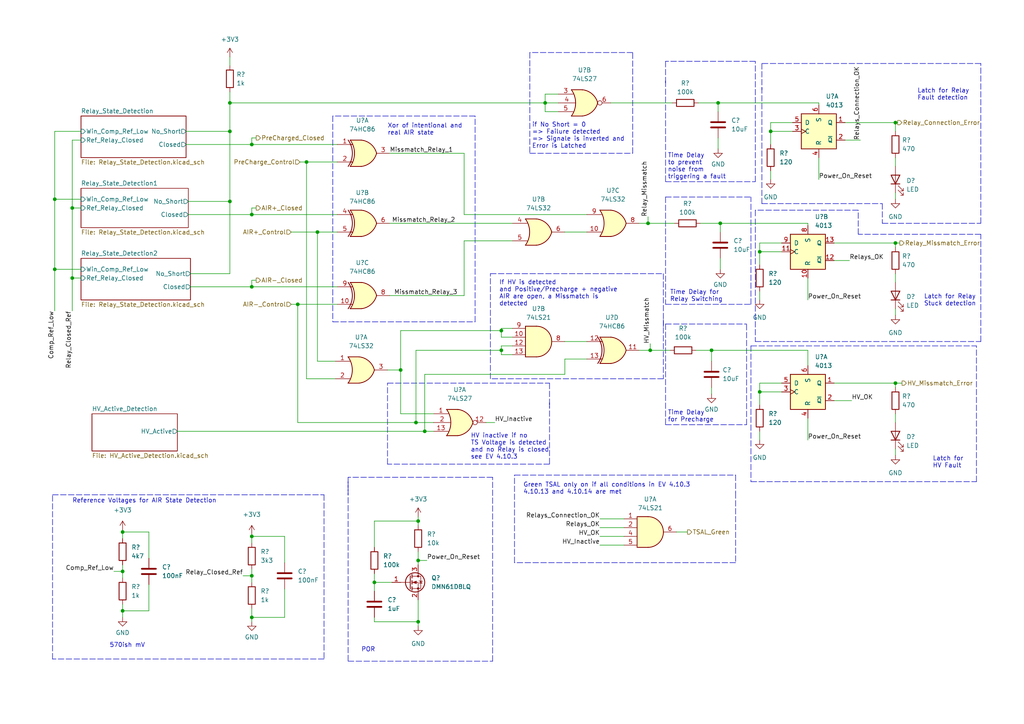
<source format=kicad_sch>
(kicad_sch (version 20211123) (generator eeschema)

  (uuid 8ae28599-91e0-4c80-9d38-043feb67fc2e)

  (paper "A4")

  (lib_symbols
    (symbol "4xxx:4013" (pin_names (offset 1.016)) (in_bom yes) (on_board yes)
      (property "Reference" "U" (id 0) (at -7.62 8.89 0)
        (effects (font (size 1.27 1.27)))
      )
      (property "Value" "4013" (id 1) (at -7.62 -8.89 0)
        (effects (font (size 1.27 1.27)))
      )
      (property "Footprint" "" (id 2) (at 0 0 0)
        (effects (font (size 1.27 1.27)) hide)
      )
      (property "Datasheet" "http://www.onsemi.com/pub/Collateral/MC14013B-D.PDF" (id 3) (at 0 0 0)
        (effects (font (size 1.27 1.27)) hide)
      )
      (property "ki_locked" "" (id 4) (at 0 0 0)
        (effects (font (size 1.27 1.27)))
      )
      (property "ki_keywords" "CMOS DFF" (id 5) (at 0 0 0)
        (effects (font (size 1.27 1.27)) hide)
      )
      (property "ki_description" "Dual D  FlipFlop, Set & reset" (id 6) (at 0 0 0)
        (effects (font (size 1.27 1.27)) hide)
      )
      (property "ki_fp_filters" "DIP*W7.62mm* SOIC*3.9x9.9mm*P1.27mm* TSSOP*4.4x5mm*P0.65mm*" (id 7) (at 0 0 0)
        (effects (font (size 1.27 1.27)) hide)
      )
      (symbol "4013_1_1"
        (rectangle (start -5.08 5.08) (end 5.08 -5.08)
          (stroke (width 0.254) (type default) (color 0 0 0 0))
          (fill (type background))
        )
        (pin output line (at 7.62 2.54 180) (length 2.54)
          (name "Q" (effects (font (size 1.27 1.27))))
          (number "1" (effects (font (size 1.27 1.27))))
        )
        (pin output line (at 7.62 -2.54 180) (length 2.54)
          (name "~{Q}" (effects (font (size 1.27 1.27))))
          (number "2" (effects (font (size 1.27 1.27))))
        )
        (pin input clock (at -7.62 0 0) (length 2.54)
          (name "C" (effects (font (size 1.27 1.27))))
          (number "3" (effects (font (size 1.27 1.27))))
        )
        (pin input line (at 0 -7.62 90) (length 2.54)
          (name "R" (effects (font (size 1.27 1.27))))
          (number "4" (effects (font (size 1.27 1.27))))
        )
        (pin input line (at -7.62 2.54 0) (length 2.54)
          (name "D" (effects (font (size 1.27 1.27))))
          (number "5" (effects (font (size 1.27 1.27))))
        )
        (pin input line (at 0 7.62 270) (length 2.54)
          (name "S" (effects (font (size 1.27 1.27))))
          (number "6" (effects (font (size 1.27 1.27))))
        )
      )
      (symbol "4013_2_1"
        (rectangle (start -5.08 5.08) (end 5.08 -5.08)
          (stroke (width 0.254) (type default) (color 0 0 0 0))
          (fill (type background))
        )
        (pin input line (at 0 -7.62 90) (length 2.54)
          (name "R" (effects (font (size 1.27 1.27))))
          (number "10" (effects (font (size 1.27 1.27))))
        )
        (pin input clock (at -7.62 0 0) (length 2.54)
          (name "C" (effects (font (size 1.27 1.27))))
          (number "11" (effects (font (size 1.27 1.27))))
        )
        (pin output line (at 7.62 -2.54 180) (length 2.54)
          (name "~{Q}" (effects (font (size 1.27 1.27))))
          (number "12" (effects (font (size 1.27 1.27))))
        )
        (pin output line (at 7.62 2.54 180) (length 2.54)
          (name "Q" (effects (font (size 1.27 1.27))))
          (number "13" (effects (font (size 1.27 1.27))))
        )
        (pin input line (at 0 7.62 270) (length 2.54)
          (name "S" (effects (font (size 1.27 1.27))))
          (number "8" (effects (font (size 1.27 1.27))))
        )
        (pin input line (at -7.62 2.54 0) (length 2.54)
          (name "D" (effects (font (size 1.27 1.27))))
          (number "9" (effects (font (size 1.27 1.27))))
        )
      )
      (symbol "4013_3_0"
        (pin power_in line (at 0 10.16 270) (length 2.54)
          (name "VDD" (effects (font (size 1.27 1.27))))
          (number "14" (effects (font (size 1.27 1.27))))
        )
        (pin power_in line (at 0 -10.16 90) (length 2.54)
          (name "VSS" (effects (font (size 1.27 1.27))))
          (number "7" (effects (font (size 1.27 1.27))))
        )
      )
      (symbol "4013_3_1"
        (rectangle (start -5.08 7.62) (end 5.08 -7.62)
          (stroke (width 0.254) (type default) (color 0 0 0 0))
          (fill (type background))
        )
      )
    )
    (symbol "74xx:74HC86" (pin_names (offset 1.016)) (in_bom yes) (on_board yes)
      (property "Reference" "U" (id 0) (at 0 1.27 0)
        (effects (font (size 1.27 1.27)))
      )
      (property "Value" "74HC86" (id 1) (at 0 -1.27 0)
        (effects (font (size 1.27 1.27)))
      )
      (property "Footprint" "" (id 2) (at 0 0 0)
        (effects (font (size 1.27 1.27)) hide)
      )
      (property "Datasheet" "http://www.ti.com/lit/gpn/sn74HC86" (id 3) (at 0 0 0)
        (effects (font (size 1.27 1.27)) hide)
      )
      (property "ki_locked" "" (id 4) (at 0 0 0)
        (effects (font (size 1.27 1.27)))
      )
      (property "ki_keywords" "TTL XOR2" (id 5) (at 0 0 0)
        (effects (font (size 1.27 1.27)) hide)
      )
      (property "ki_description" "Quad 2-input XOR" (id 6) (at 0 0 0)
        (effects (font (size 1.27 1.27)) hide)
      )
      (property "ki_fp_filters" "DIP*W7.62mm*" (id 7) (at 0 0 0)
        (effects (font (size 1.27 1.27)) hide)
      )
      (symbol "74HC86_1_0"
        (arc (start -4.4196 -3.81) (mid -3.2033 0) (end -4.4196 3.81)
          (stroke (width 0.254) (type default) (color 0 0 0 0))
          (fill (type none))
        )
        (arc (start -3.81 -3.81) (mid -2.589 0) (end -3.81 3.81)
          (stroke (width 0.254) (type default) (color 0 0 0 0))
          (fill (type none))
        )
        (arc (start -0.6096 -3.81) (mid 2.1855 -2.584) (end 3.81 0)
          (stroke (width 0.254) (type default) (color 0 0 0 0))
          (fill (type background))
        )
        (polyline
          (pts
            (xy -3.81 -3.81)
            (xy -0.635 -3.81)
          )
          (stroke (width 0.254) (type default) (color 0 0 0 0))
          (fill (type background))
        )
        (polyline
          (pts
            (xy -3.81 3.81)
            (xy -0.635 3.81)
          )
          (stroke (width 0.254) (type default) (color 0 0 0 0))
          (fill (type background))
        )
        (polyline
          (pts
            (xy -0.635 3.81)
            (xy -3.81 3.81)
            (xy -3.81 3.81)
            (xy -3.556 3.4036)
            (xy -3.0226 2.2606)
            (xy -2.6924 1.0414)
            (xy -2.6162 -0.254)
            (xy -2.7686 -1.4986)
            (xy -3.175 -2.7178)
            (xy -3.81 -3.81)
            (xy -3.81 -3.81)
            (xy -0.635 -3.81)
          )
          (stroke (width -25.4) (type default) (color 0 0 0 0))
          (fill (type background))
        )
        (arc (start 3.81 0) (mid 2.1928 2.5925) (end -0.6096 3.81)
          (stroke (width 0.254) (type default) (color 0 0 0 0))
          (fill (type background))
        )
        (pin input line (at -7.62 2.54 0) (length 4.445)
          (name "~" (effects (font (size 1.27 1.27))))
          (number "1" (effects (font (size 1.27 1.27))))
        )
        (pin input line (at -7.62 -2.54 0) (length 4.445)
          (name "~" (effects (font (size 1.27 1.27))))
          (number "2" (effects (font (size 1.27 1.27))))
        )
        (pin output line (at 7.62 0 180) (length 3.81)
          (name "~" (effects (font (size 1.27 1.27))))
          (number "3" (effects (font (size 1.27 1.27))))
        )
      )
      (symbol "74HC86_1_1"
        (polyline
          (pts
            (xy -3.81 -2.54)
            (xy -3.175 -2.54)
          )
          (stroke (width 0.1524) (type default) (color 0 0 0 0))
          (fill (type none))
        )
        (polyline
          (pts
            (xy -3.81 2.54)
            (xy -3.175 2.54)
          )
          (stroke (width 0.1524) (type default) (color 0 0 0 0))
          (fill (type none))
        )
      )
      (symbol "74HC86_2_0"
        (arc (start -4.4196 -3.81) (mid -3.2033 0) (end -4.4196 3.81)
          (stroke (width 0.254) (type default) (color 0 0 0 0))
          (fill (type none))
        )
        (arc (start -3.81 -3.81) (mid -2.589 0) (end -3.81 3.81)
          (stroke (width 0.254) (type default) (color 0 0 0 0))
          (fill (type none))
        )
        (arc (start -0.6096 -3.81) (mid 2.1855 -2.584) (end 3.81 0)
          (stroke (width 0.254) (type default) (color 0 0 0 0))
          (fill (type background))
        )
        (polyline
          (pts
            (xy -3.81 -3.81)
            (xy -0.635 -3.81)
          )
          (stroke (width 0.254) (type default) (color 0 0 0 0))
          (fill (type background))
        )
        (polyline
          (pts
            (xy -3.81 3.81)
            (xy -0.635 3.81)
          )
          (stroke (width 0.254) (type default) (color 0 0 0 0))
          (fill (type background))
        )
        (polyline
          (pts
            (xy -0.635 3.81)
            (xy -3.81 3.81)
            (xy -3.81 3.81)
            (xy -3.556 3.4036)
            (xy -3.0226 2.2606)
            (xy -2.6924 1.0414)
            (xy -2.6162 -0.254)
            (xy -2.7686 -1.4986)
            (xy -3.175 -2.7178)
            (xy -3.81 -3.81)
            (xy -3.81 -3.81)
            (xy -0.635 -3.81)
          )
          (stroke (width -25.4) (type default) (color 0 0 0 0))
          (fill (type background))
        )
        (arc (start 3.81 0) (mid 2.1928 2.5925) (end -0.6096 3.81)
          (stroke (width 0.254) (type default) (color 0 0 0 0))
          (fill (type background))
        )
        (pin input line (at -7.62 2.54 0) (length 4.445)
          (name "~" (effects (font (size 1.27 1.27))))
          (number "4" (effects (font (size 1.27 1.27))))
        )
        (pin input line (at -7.62 -2.54 0) (length 4.445)
          (name "~" (effects (font (size 1.27 1.27))))
          (number "5" (effects (font (size 1.27 1.27))))
        )
        (pin output line (at 7.62 0 180) (length 3.81)
          (name "~" (effects (font (size 1.27 1.27))))
          (number "6" (effects (font (size 1.27 1.27))))
        )
      )
      (symbol "74HC86_2_1"
        (polyline
          (pts
            (xy -3.81 -2.54)
            (xy -3.175 -2.54)
          )
          (stroke (width 0.1524) (type default) (color 0 0 0 0))
          (fill (type none))
        )
        (polyline
          (pts
            (xy -3.81 2.54)
            (xy -3.175 2.54)
          )
          (stroke (width 0.1524) (type default) (color 0 0 0 0))
          (fill (type none))
        )
      )
      (symbol "74HC86_3_0"
        (arc (start -4.4196 -3.81) (mid -3.2033 0) (end -4.4196 3.81)
          (stroke (width 0.254) (type default) (color 0 0 0 0))
          (fill (type none))
        )
        (arc (start -3.81 -3.81) (mid -2.589 0) (end -3.81 3.81)
          (stroke (width 0.254) (type default) (color 0 0 0 0))
          (fill (type none))
        )
        (arc (start -0.6096 -3.81) (mid 2.1855 -2.584) (end 3.81 0)
          (stroke (width 0.254) (type default) (color 0 0 0 0))
          (fill (type background))
        )
        (polyline
          (pts
            (xy -3.81 -3.81)
            (xy -0.635 -3.81)
          )
          (stroke (width 0.254) (type default) (color 0 0 0 0))
          (fill (type background))
        )
        (polyline
          (pts
            (xy -3.81 3.81)
            (xy -0.635 3.81)
          )
          (stroke (width 0.254) (type default) (color 0 0 0 0))
          (fill (type background))
        )
        (polyline
          (pts
            (xy -0.635 3.81)
            (xy -3.81 3.81)
            (xy -3.81 3.81)
            (xy -3.556 3.4036)
            (xy -3.0226 2.2606)
            (xy -2.6924 1.0414)
            (xy -2.6162 -0.254)
            (xy -2.7686 -1.4986)
            (xy -3.175 -2.7178)
            (xy -3.81 -3.81)
            (xy -3.81 -3.81)
            (xy -0.635 -3.81)
          )
          (stroke (width -25.4) (type default) (color 0 0 0 0))
          (fill (type background))
        )
        (arc (start 3.81 0) (mid 2.1928 2.5925) (end -0.6096 3.81)
          (stroke (width 0.254) (type default) (color 0 0 0 0))
          (fill (type background))
        )
        (pin input line (at -7.62 -2.54 0) (length 4.445)
          (name "~" (effects (font (size 1.27 1.27))))
          (number "10" (effects (font (size 1.27 1.27))))
        )
        (pin output line (at 7.62 0 180) (length 3.81)
          (name "~" (effects (font (size 1.27 1.27))))
          (number "8" (effects (font (size 1.27 1.27))))
        )
        (pin input line (at -7.62 2.54 0) (length 4.445)
          (name "~" (effects (font (size 1.27 1.27))))
          (number "9" (effects (font (size 1.27 1.27))))
        )
      )
      (symbol "74HC86_3_1"
        (polyline
          (pts
            (xy -3.81 -2.54)
            (xy -3.175 -2.54)
          )
          (stroke (width 0.1524) (type default) (color 0 0 0 0))
          (fill (type none))
        )
        (polyline
          (pts
            (xy -3.81 2.54)
            (xy -3.175 2.54)
          )
          (stroke (width 0.1524) (type default) (color 0 0 0 0))
          (fill (type none))
        )
      )
      (symbol "74HC86_4_0"
        (arc (start -4.4196 -3.81) (mid -3.2033 0) (end -4.4196 3.81)
          (stroke (width 0.254) (type default) (color 0 0 0 0))
          (fill (type none))
        )
        (arc (start -3.81 -3.81) (mid -2.589 0) (end -3.81 3.81)
          (stroke (width 0.254) (type default) (color 0 0 0 0))
          (fill (type none))
        )
        (arc (start -0.6096 -3.81) (mid 2.1855 -2.584) (end 3.81 0)
          (stroke (width 0.254) (type default) (color 0 0 0 0))
          (fill (type background))
        )
        (polyline
          (pts
            (xy -3.81 -3.81)
            (xy -0.635 -3.81)
          )
          (stroke (width 0.254) (type default) (color 0 0 0 0))
          (fill (type background))
        )
        (polyline
          (pts
            (xy -3.81 3.81)
            (xy -0.635 3.81)
          )
          (stroke (width 0.254) (type default) (color 0 0 0 0))
          (fill (type background))
        )
        (polyline
          (pts
            (xy -0.635 3.81)
            (xy -3.81 3.81)
            (xy -3.81 3.81)
            (xy -3.556 3.4036)
            (xy -3.0226 2.2606)
            (xy -2.6924 1.0414)
            (xy -2.6162 -0.254)
            (xy -2.7686 -1.4986)
            (xy -3.175 -2.7178)
            (xy -3.81 -3.81)
            (xy -3.81 -3.81)
            (xy -0.635 -3.81)
          )
          (stroke (width -25.4) (type default) (color 0 0 0 0))
          (fill (type background))
        )
        (arc (start 3.81 0) (mid 2.1928 2.5925) (end -0.6096 3.81)
          (stroke (width 0.254) (type default) (color 0 0 0 0))
          (fill (type background))
        )
        (pin output line (at 7.62 0 180) (length 3.81)
          (name "~" (effects (font (size 1.27 1.27))))
          (number "11" (effects (font (size 1.27 1.27))))
        )
        (pin input line (at -7.62 2.54 0) (length 4.445)
          (name "~" (effects (font (size 1.27 1.27))))
          (number "12" (effects (font (size 1.27 1.27))))
        )
        (pin input line (at -7.62 -2.54 0) (length 4.445)
          (name "~" (effects (font (size 1.27 1.27))))
          (number "13" (effects (font (size 1.27 1.27))))
        )
      )
      (symbol "74HC86_4_1"
        (polyline
          (pts
            (xy -3.81 -2.54)
            (xy -3.175 -2.54)
          )
          (stroke (width 0.1524) (type default) (color 0 0 0 0))
          (fill (type none))
        )
        (polyline
          (pts
            (xy -3.81 2.54)
            (xy -3.175 2.54)
          )
          (stroke (width 0.1524) (type default) (color 0 0 0 0))
          (fill (type none))
        )
      )
      (symbol "74HC86_5_0"
        (pin power_in line (at 0 12.7 270) (length 5.08)
          (name "VCC" (effects (font (size 1.27 1.27))))
          (number "14" (effects (font (size 1.27 1.27))))
        )
        (pin power_in line (at 0 -12.7 90) (length 5.08)
          (name "GND" (effects (font (size 1.27 1.27))))
          (number "7" (effects (font (size 1.27 1.27))))
        )
      )
      (symbol "74HC86_5_1"
        (rectangle (start -5.08 7.62) (end 5.08 -7.62)
          (stroke (width 0.254) (type default) (color 0 0 0 0))
          (fill (type background))
        )
      )
    )
    (symbol "74xx:74LS21" (pin_names (offset 1.016)) (in_bom yes) (on_board yes)
      (property "Reference" "U" (id 0) (at 0 1.27 0)
        (effects (font (size 1.27 1.27)))
      )
      (property "Value" "74LS21" (id 1) (at 0 -1.27 0)
        (effects (font (size 1.27 1.27)))
      )
      (property "Footprint" "" (id 2) (at 0 0 0)
        (effects (font (size 1.27 1.27)) hide)
      )
      (property "Datasheet" "http://www.ti.com/lit/gpn/sn74LS21" (id 3) (at 0 0 0)
        (effects (font (size 1.27 1.27)) hide)
      )
      (property "ki_locked" "" (id 4) (at 0 0 0)
        (effects (font (size 1.27 1.27)))
      )
      (property "ki_keywords" "TTL And4" (id 5) (at 0 0 0)
        (effects (font (size 1.27 1.27)) hide)
      )
      (property "ki_description" "Dual 4-input AND" (id 6) (at 0 0 0)
        (effects (font (size 1.27 1.27)) hide)
      )
      (property "ki_fp_filters" "DIP?12*" (id 7) (at 0 0 0)
        (effects (font (size 1.27 1.27)) hide)
      )
      (symbol "74LS21_1_1"
        (arc (start -0.635 -4.445) (mid 3.81 0) (end -0.635 4.445)
          (stroke (width 0.254) (type default) (color 0 0 0 0))
          (fill (type background))
        )
        (polyline
          (pts
            (xy -0.635 4.445)
            (xy -3.81 4.445)
            (xy -3.81 -4.445)
            (xy -0.635 -4.445)
          )
          (stroke (width 0.254) (type default) (color 0 0 0 0))
          (fill (type background))
        )
        (pin input line (at -7.62 3.81 0) (length 3.81)
          (name "~" (effects (font (size 1.27 1.27))))
          (number "1" (effects (font (size 1.27 1.27))))
        )
        (pin input line (at -7.62 1.27 0) (length 3.81)
          (name "~" (effects (font (size 1.27 1.27))))
          (number "2" (effects (font (size 1.27 1.27))))
        )
        (pin input line (at -7.62 -1.27 0) (length 3.81)
          (name "~" (effects (font (size 1.27 1.27))))
          (number "4" (effects (font (size 1.27 1.27))))
        )
        (pin input line (at -7.62 -3.81 0) (length 3.81)
          (name "~" (effects (font (size 1.27 1.27))))
          (number "5" (effects (font (size 1.27 1.27))))
        )
        (pin output line (at 7.62 0 180) (length 3.81)
          (name "~" (effects (font (size 1.27 1.27))))
          (number "6" (effects (font (size 1.27 1.27))))
        )
      )
      (symbol "74LS21_1_2"
        (arc (start -3.81 -4.445) (mid -2.5908 0) (end -3.81 4.445)
          (stroke (width 0.254) (type default) (color 0 0 0 0))
          (fill (type none))
        )
        (arc (start -0.6096 -4.445) (mid 2.224 -2.8428) (end 3.81 0)
          (stroke (width 0.254) (type default) (color 0 0 0 0))
          (fill (type background))
        )
        (polyline
          (pts
            (xy -3.81 -4.445)
            (xy -0.635 -4.445)
          )
          (stroke (width 0.254) (type default) (color 0 0 0 0))
          (fill (type background))
        )
        (polyline
          (pts
            (xy -3.81 4.445)
            (xy -0.635 4.445)
          )
          (stroke (width 0.254) (type default) (color 0 0 0 0))
          (fill (type background))
        )
        (polyline
          (pts
            (xy -0.635 4.445)
            (xy -3.81 4.445)
            (xy -3.81 4.445)
            (xy -3.6322 4.0894)
            (xy -3.0988 2.921)
            (xy -2.7686 1.6764)
            (xy -2.6162 0.4318)
            (xy -2.6416 -0.8636)
            (xy -2.8702 -2.1082)
            (xy -3.2512 -3.3274)
            (xy -3.81 -4.445)
            (xy -3.81 -4.445)
            (xy -0.635 -4.445)
          )
          (stroke (width -25.4) (type default) (color 0 0 0 0))
          (fill (type background))
        )
        (arc (start 3.81 0) (mid 2.2198 2.8386) (end -0.6096 4.445)
          (stroke (width 0.254) (type default) (color 0 0 0 0))
          (fill (type background))
        )
        (pin input inverted (at -7.62 3.81 0) (length 3.81)
          (name "~" (effects (font (size 1.27 1.27))))
          (number "1" (effects (font (size 1.27 1.27))))
        )
        (pin input inverted (at -7.62 1.27 0) (length 4.826)
          (name "~" (effects (font (size 1.27 1.27))))
          (number "2" (effects (font (size 1.27 1.27))))
        )
        (pin input inverted (at -7.62 -1.27 0) (length 4.826)
          (name "~" (effects (font (size 1.27 1.27))))
          (number "4" (effects (font (size 1.27 1.27))))
        )
        (pin input inverted (at -7.62 -3.81 0) (length 3.81)
          (name "~" (effects (font (size 1.27 1.27))))
          (number "5" (effects (font (size 1.27 1.27))))
        )
        (pin output inverted (at 7.62 0 180) (length 3.81)
          (name "~" (effects (font (size 1.27 1.27))))
          (number "6" (effects (font (size 1.27 1.27))))
        )
      )
      (symbol "74LS21_2_1"
        (arc (start -0.635 -4.445) (mid 3.81 0) (end -0.635 4.445)
          (stroke (width 0.254) (type default) (color 0 0 0 0))
          (fill (type background))
        )
        (polyline
          (pts
            (xy -0.635 4.445)
            (xy -3.81 4.445)
            (xy -3.81 -4.445)
            (xy -0.635 -4.445)
          )
          (stroke (width 0.254) (type default) (color 0 0 0 0))
          (fill (type background))
        )
        (pin input line (at -7.62 1.27 0) (length 3.81)
          (name "~" (effects (font (size 1.27 1.27))))
          (number "10" (effects (font (size 1.27 1.27))))
        )
        (pin input line (at -7.62 -1.27 0) (length 3.81)
          (name "~" (effects (font (size 1.27 1.27))))
          (number "12" (effects (font (size 1.27 1.27))))
        )
        (pin input line (at -7.62 -3.81 0) (length 3.81)
          (name "~" (effects (font (size 1.27 1.27))))
          (number "13" (effects (font (size 1.27 1.27))))
        )
        (pin output line (at 7.62 0 180) (length 3.81)
          (name "~" (effects (font (size 1.27 1.27))))
          (number "8" (effects (font (size 1.27 1.27))))
        )
        (pin input line (at -7.62 3.81 0) (length 3.81)
          (name "~" (effects (font (size 1.27 1.27))))
          (number "9" (effects (font (size 1.27 1.27))))
        )
      )
      (symbol "74LS21_2_2"
        (arc (start -3.81 -4.445) (mid -2.5908 0) (end -3.81 4.445)
          (stroke (width 0.254) (type default) (color 0 0 0 0))
          (fill (type none))
        )
        (arc (start -0.6096 -4.445) (mid 2.224 -2.8428) (end 3.81 0)
          (stroke (width 0.254) (type default) (color 0 0 0 0))
          (fill (type background))
        )
        (polyline
          (pts
            (xy -3.81 -4.445)
            (xy -0.635 -4.445)
          )
          (stroke (width 0.254) (type default) (color 0 0 0 0))
          (fill (type background))
        )
        (polyline
          (pts
            (xy -3.81 4.445)
            (xy -0.635 4.445)
          )
          (stroke (width 0.254) (type default) (color 0 0 0 0))
          (fill (type background))
        )
        (polyline
          (pts
            (xy -0.635 4.445)
            (xy -3.81 4.445)
            (xy -3.81 4.445)
            (xy -3.6322 4.0894)
            (xy -3.0988 2.921)
            (xy -2.7686 1.6764)
            (xy -2.6162 0.4318)
            (xy -2.6416 -0.8636)
            (xy -2.8702 -2.1082)
            (xy -3.2512 -3.3274)
            (xy -3.81 -4.445)
            (xy -3.81 -4.445)
            (xy -0.635 -4.445)
          )
          (stroke (width -25.4) (type default) (color 0 0 0 0))
          (fill (type background))
        )
        (arc (start 3.81 0) (mid 2.2198 2.8386) (end -0.6096 4.445)
          (stroke (width 0.254) (type default) (color 0 0 0 0))
          (fill (type background))
        )
        (pin input inverted (at -7.62 1.27 0) (length 4.826)
          (name "~" (effects (font (size 1.27 1.27))))
          (number "10" (effects (font (size 1.27 1.27))))
        )
        (pin input inverted (at -7.62 -1.27 0) (length 4.826)
          (name "~" (effects (font (size 1.27 1.27))))
          (number "12" (effects (font (size 1.27 1.27))))
        )
        (pin input inverted (at -7.62 -3.81 0) (length 3.81)
          (name "~" (effects (font (size 1.27 1.27))))
          (number "13" (effects (font (size 1.27 1.27))))
        )
        (pin output inverted (at 7.62 0 180) (length 3.81)
          (name "~" (effects (font (size 1.27 1.27))))
          (number "8" (effects (font (size 1.27 1.27))))
        )
        (pin input inverted (at -7.62 3.81 0) (length 3.81)
          (name "~" (effects (font (size 1.27 1.27))))
          (number "9" (effects (font (size 1.27 1.27))))
        )
      )
      (symbol "74LS21_3_0"
        (pin power_in line (at 0 12.7 270) (length 5.08)
          (name "VCC" (effects (font (size 1.27 1.27))))
          (number "14" (effects (font (size 1.27 1.27))))
        )
        (pin power_in line (at 0 -12.7 90) (length 5.08)
          (name "GND" (effects (font (size 1.27 1.27))))
          (number "7" (effects (font (size 1.27 1.27))))
        )
      )
      (symbol "74LS21_3_1"
        (rectangle (start -5.08 7.62) (end 5.08 -7.62)
          (stroke (width 0.254) (type default) (color 0 0 0 0))
          (fill (type background))
        )
      )
    )
    (symbol "74xx:74LS27" (pin_names (offset 1.016)) (in_bom yes) (on_board yes)
      (property "Reference" "U" (id 0) (at 0 1.27 0)
        (effects (font (size 1.27 1.27)))
      )
      (property "Value" "74LS27" (id 1) (at 0 -1.27 0)
        (effects (font (size 1.27 1.27)))
      )
      (property "Footprint" "" (id 2) (at 0 0 0)
        (effects (font (size 1.27 1.27)) hide)
      )
      (property "Datasheet" "http://www.ti.com/lit/gpn/sn74LS27" (id 3) (at 0 0 0)
        (effects (font (size 1.27 1.27)) hide)
      )
      (property "ki_locked" "" (id 4) (at 0 0 0)
        (effects (font (size 1.27 1.27)))
      )
      (property "ki_keywords" "TTL Nor3" (id 5) (at 0 0 0)
        (effects (font (size 1.27 1.27)) hide)
      )
      (property "ki_description" "Triple 3-input NOR" (id 6) (at 0 0 0)
        (effects (font (size 1.27 1.27)) hide)
      )
      (property "ki_fp_filters" "DIP*W7.62mm*" (id 7) (at 0 0 0)
        (effects (font (size 1.27 1.27)) hide)
      )
      (symbol "74LS27_1_1"
        (arc (start -3.81 -3.81) (mid -2.589 0) (end -3.81 3.81)
          (stroke (width 0.254) (type default) (color 0 0 0 0))
          (fill (type none))
        )
        (arc (start -0.6096 -3.81) (mid 2.1855 -2.584) (end 3.81 0)
          (stroke (width 0.254) (type default) (color 0 0 0 0))
          (fill (type background))
        )
        (polyline
          (pts
            (xy -3.81 -3.81)
            (xy -0.635 -3.81)
          )
          (stroke (width 0.254) (type default) (color 0 0 0 0))
          (fill (type background))
        )
        (polyline
          (pts
            (xy -3.81 3.81)
            (xy -0.635 3.81)
          )
          (stroke (width 0.254) (type default) (color 0 0 0 0))
          (fill (type background))
        )
        (polyline
          (pts
            (xy -0.635 3.81)
            (xy -3.81 3.81)
            (xy -3.81 3.81)
            (xy -3.556 3.4036)
            (xy -3.0226 2.2606)
            (xy -2.6924 1.0414)
            (xy -2.6162 -0.254)
            (xy -2.7686 -1.4986)
            (xy -3.175 -2.7178)
            (xy -3.81 -3.81)
            (xy -3.81 -3.81)
            (xy -0.635 -3.81)
          )
          (stroke (width -25.4) (type default) (color 0 0 0 0))
          (fill (type background))
        )
        (arc (start 3.81 0) (mid 2.1928 2.5925) (end -0.6096 3.81)
          (stroke (width 0.254) (type default) (color 0 0 0 0))
          (fill (type background))
        )
        (pin input line (at -7.62 2.54 0) (length 4.318)
          (name "~" (effects (font (size 1.27 1.27))))
          (number "1" (effects (font (size 1.27 1.27))))
        )
        (pin output inverted (at 7.62 0 180) (length 3.81)
          (name "~" (effects (font (size 1.27 1.27))))
          (number "12" (effects (font (size 1.27 1.27))))
        )
        (pin input line (at -7.62 -2.54 0) (length 4.318)
          (name "~" (effects (font (size 1.27 1.27))))
          (number "13" (effects (font (size 1.27 1.27))))
        )
        (pin input line (at -7.62 0 0) (length 4.953)
          (name "~" (effects (font (size 1.27 1.27))))
          (number "2" (effects (font (size 1.27 1.27))))
        )
      )
      (symbol "74LS27_1_2"
        (arc (start 0 -3.81) (mid 3.81 0) (end 0 3.81)
          (stroke (width 0.254) (type default) (color 0 0 0 0))
          (fill (type background))
        )
        (polyline
          (pts
            (xy 0 3.81)
            (xy -3.81 3.81)
            (xy -3.81 -3.81)
            (xy 0 -3.81)
          )
          (stroke (width 0.254) (type default) (color 0 0 0 0))
          (fill (type background))
        )
        (pin input inverted (at -7.62 2.54 0) (length 3.81)
          (name "~" (effects (font (size 1.27 1.27))))
          (number "1" (effects (font (size 1.27 1.27))))
        )
        (pin output line (at 7.62 0 180) (length 3.81)
          (name "~" (effects (font (size 1.27 1.27))))
          (number "12" (effects (font (size 1.27 1.27))))
        )
        (pin input inverted (at -7.62 -2.54 0) (length 3.81)
          (name "~" (effects (font (size 1.27 1.27))))
          (number "13" (effects (font (size 1.27 1.27))))
        )
        (pin input inverted (at -7.62 0 0) (length 3.81)
          (name "~" (effects (font (size 1.27 1.27))))
          (number "2" (effects (font (size 1.27 1.27))))
        )
      )
      (symbol "74LS27_2_1"
        (arc (start -3.81 -3.81) (mid -2.589 0) (end -3.81 3.81)
          (stroke (width 0.254) (type default) (color 0 0 0 0))
          (fill (type none))
        )
        (arc (start -0.6096 -3.81) (mid 2.1855 -2.584) (end 3.81 0)
          (stroke (width 0.254) (type default) (color 0 0 0 0))
          (fill (type background))
        )
        (polyline
          (pts
            (xy -3.81 -3.81)
            (xy -0.635 -3.81)
          )
          (stroke (width 0.254) (type default) (color 0 0 0 0))
          (fill (type background))
        )
        (polyline
          (pts
            (xy -3.81 3.81)
            (xy -0.635 3.81)
          )
          (stroke (width 0.254) (type default) (color 0 0 0 0))
          (fill (type background))
        )
        (polyline
          (pts
            (xy -0.635 3.81)
            (xy -3.81 3.81)
            (xy -3.81 3.81)
            (xy -3.556 3.4036)
            (xy -3.0226 2.2606)
            (xy -2.6924 1.0414)
            (xy -2.6162 -0.254)
            (xy -2.7686 -1.4986)
            (xy -3.175 -2.7178)
            (xy -3.81 -3.81)
            (xy -3.81 -3.81)
            (xy -0.635 -3.81)
          )
          (stroke (width -25.4) (type default) (color 0 0 0 0))
          (fill (type background))
        )
        (arc (start 3.81 0) (mid 2.1928 2.5925) (end -0.6096 3.81)
          (stroke (width 0.254) (type default) (color 0 0 0 0))
          (fill (type background))
        )
        (pin input line (at -7.62 2.54 0) (length 4.318)
          (name "~" (effects (font (size 1.27 1.27))))
          (number "3" (effects (font (size 1.27 1.27))))
        )
        (pin input line (at -7.62 0 0) (length 4.953)
          (name "~" (effects (font (size 1.27 1.27))))
          (number "4" (effects (font (size 1.27 1.27))))
        )
        (pin input line (at -7.62 -2.54 0) (length 4.318)
          (name "~" (effects (font (size 1.27 1.27))))
          (number "5" (effects (font (size 1.27 1.27))))
        )
        (pin output inverted (at 7.62 0 180) (length 3.81)
          (name "~" (effects (font (size 1.27 1.27))))
          (number "6" (effects (font (size 1.27 1.27))))
        )
      )
      (symbol "74LS27_2_2"
        (arc (start 0 -3.81) (mid 3.81 0) (end 0 3.81)
          (stroke (width 0.254) (type default) (color 0 0 0 0))
          (fill (type background))
        )
        (polyline
          (pts
            (xy 0 3.81)
            (xy -3.81 3.81)
            (xy -3.81 -3.81)
            (xy 0 -3.81)
          )
          (stroke (width 0.254) (type default) (color 0 0 0 0))
          (fill (type background))
        )
        (pin input inverted (at -7.62 2.54 0) (length 3.81)
          (name "~" (effects (font (size 1.27 1.27))))
          (number "3" (effects (font (size 1.27 1.27))))
        )
        (pin input inverted (at -7.62 0 0) (length 3.81)
          (name "~" (effects (font (size 1.27 1.27))))
          (number "4" (effects (font (size 1.27 1.27))))
        )
        (pin input inverted (at -7.62 -2.54 0) (length 3.81)
          (name "~" (effects (font (size 1.27 1.27))))
          (number "5" (effects (font (size 1.27 1.27))))
        )
        (pin output line (at 7.62 0 180) (length 3.81)
          (name "~" (effects (font (size 1.27 1.27))))
          (number "6" (effects (font (size 1.27 1.27))))
        )
      )
      (symbol "74LS27_3_1"
        (arc (start -3.81 -3.81) (mid -2.589 0) (end -3.81 3.81)
          (stroke (width 0.254) (type default) (color 0 0 0 0))
          (fill (type none))
        )
        (arc (start -0.6096 -3.81) (mid 2.1855 -2.584) (end 3.81 0)
          (stroke (width 0.254) (type default) (color 0 0 0 0))
          (fill (type background))
        )
        (polyline
          (pts
            (xy -3.81 -3.81)
            (xy -0.635 -3.81)
          )
          (stroke (width 0.254) (type default) (color 0 0 0 0))
          (fill (type background))
        )
        (polyline
          (pts
            (xy -3.81 3.81)
            (xy -0.635 3.81)
          )
          (stroke (width 0.254) (type default) (color 0 0 0 0))
          (fill (type background))
        )
        (polyline
          (pts
            (xy -0.635 3.81)
            (xy -3.81 3.81)
            (xy -3.81 3.81)
            (xy -3.556 3.4036)
            (xy -3.0226 2.2606)
            (xy -2.6924 1.0414)
            (xy -2.6162 -0.254)
            (xy -2.7686 -1.4986)
            (xy -3.175 -2.7178)
            (xy -3.81 -3.81)
            (xy -3.81 -3.81)
            (xy -0.635 -3.81)
          )
          (stroke (width -25.4) (type default) (color 0 0 0 0))
          (fill (type background))
        )
        (arc (start 3.81 0) (mid 2.1928 2.5925) (end -0.6096 3.81)
          (stroke (width 0.254) (type default) (color 0 0 0 0))
          (fill (type background))
        )
        (pin input line (at -7.62 0 0) (length 4.953)
          (name "~" (effects (font (size 1.27 1.27))))
          (number "10" (effects (font (size 1.27 1.27))))
        )
        (pin input line (at -7.62 -2.54 0) (length 4.318)
          (name "~" (effects (font (size 1.27 1.27))))
          (number "11" (effects (font (size 1.27 1.27))))
        )
        (pin output inverted (at 7.62 0 180) (length 3.81)
          (name "~" (effects (font (size 1.27 1.27))))
          (number "8" (effects (font (size 1.27 1.27))))
        )
        (pin input line (at -7.62 2.54 0) (length 4.318)
          (name "~" (effects (font (size 1.27 1.27))))
          (number "9" (effects (font (size 1.27 1.27))))
        )
      )
      (symbol "74LS27_3_2"
        (arc (start 0 -3.81) (mid 3.81 0) (end 0 3.81)
          (stroke (width 0.254) (type default) (color 0 0 0 0))
          (fill (type background))
        )
        (polyline
          (pts
            (xy 0 3.81)
            (xy -3.81 3.81)
            (xy -3.81 -3.81)
            (xy 0 -3.81)
          )
          (stroke (width 0.254) (type default) (color 0 0 0 0))
          (fill (type background))
        )
        (pin input inverted (at -7.62 0 0) (length 3.81)
          (name "~" (effects (font (size 1.27 1.27))))
          (number "10" (effects (font (size 1.27 1.27))))
        )
        (pin input inverted (at -7.62 -2.54 0) (length 3.81)
          (name "~" (effects (font (size 1.27 1.27))))
          (number "11" (effects (font (size 1.27 1.27))))
        )
        (pin output line (at 7.62 0 180) (length 3.81)
          (name "~" (effects (font (size 1.27 1.27))))
          (number "8" (effects (font (size 1.27 1.27))))
        )
        (pin input inverted (at -7.62 2.54 0) (length 3.81)
          (name "~" (effects (font (size 1.27 1.27))))
          (number "9" (effects (font (size 1.27 1.27))))
        )
      )
      (symbol "74LS27_4_0"
        (pin power_in line (at 0 12.7 270) (length 5.08)
          (name "VCC" (effects (font (size 1.27 1.27))))
          (number "14" (effects (font (size 1.27 1.27))))
        )
        (pin power_in line (at 0 -12.7 90) (length 5.08)
          (name "GND" (effects (font (size 1.27 1.27))))
          (number "7" (effects (font (size 1.27 1.27))))
        )
      )
      (symbol "74LS27_4_1"
        (rectangle (start -5.08 7.62) (end 5.08 -7.62)
          (stroke (width 0.254) (type default) (color 0 0 0 0))
          (fill (type background))
        )
      )
    )
    (symbol "74xx:74LS32" (pin_names (offset 1.016)) (in_bom yes) (on_board yes)
      (property "Reference" "U" (id 0) (at 0 1.27 0)
        (effects (font (size 1.27 1.27)))
      )
      (property "Value" "74LS32" (id 1) (at 0 -1.27 0)
        (effects (font (size 1.27 1.27)))
      )
      (property "Footprint" "" (id 2) (at 0 0 0)
        (effects (font (size 1.27 1.27)) hide)
      )
      (property "Datasheet" "http://www.ti.com/lit/gpn/sn74LS32" (id 3) (at 0 0 0)
        (effects (font (size 1.27 1.27)) hide)
      )
      (property "ki_locked" "" (id 4) (at 0 0 0)
        (effects (font (size 1.27 1.27)))
      )
      (property "ki_keywords" "TTL Or2" (id 5) (at 0 0 0)
        (effects (font (size 1.27 1.27)) hide)
      )
      (property "ki_description" "Quad 2-input OR" (id 6) (at 0 0 0)
        (effects (font (size 1.27 1.27)) hide)
      )
      (property "ki_fp_filters" "DIP?14*" (id 7) (at 0 0 0)
        (effects (font (size 1.27 1.27)) hide)
      )
      (symbol "74LS32_1_1"
        (arc (start -3.81 -3.81) (mid -2.589 0) (end -3.81 3.81)
          (stroke (width 0.254) (type default) (color 0 0 0 0))
          (fill (type none))
        )
        (arc (start -0.6096 -3.81) (mid 2.1855 -2.584) (end 3.81 0)
          (stroke (width 0.254) (type default) (color 0 0 0 0))
          (fill (type background))
        )
        (polyline
          (pts
            (xy -3.81 -3.81)
            (xy -0.635 -3.81)
          )
          (stroke (width 0.254) (type default) (color 0 0 0 0))
          (fill (type background))
        )
        (polyline
          (pts
            (xy -3.81 3.81)
            (xy -0.635 3.81)
          )
          (stroke (width 0.254) (type default) (color 0 0 0 0))
          (fill (type background))
        )
        (polyline
          (pts
            (xy -0.635 3.81)
            (xy -3.81 3.81)
            (xy -3.81 3.81)
            (xy -3.556 3.4036)
            (xy -3.0226 2.2606)
            (xy -2.6924 1.0414)
            (xy -2.6162 -0.254)
            (xy -2.7686 -1.4986)
            (xy -3.175 -2.7178)
            (xy -3.81 -3.81)
            (xy -3.81 -3.81)
            (xy -0.635 -3.81)
          )
          (stroke (width -25.4) (type default) (color 0 0 0 0))
          (fill (type background))
        )
        (arc (start 3.81 0) (mid 2.1928 2.5925) (end -0.6096 3.81)
          (stroke (width 0.254) (type default) (color 0 0 0 0))
          (fill (type background))
        )
        (pin input line (at -7.62 2.54 0) (length 4.318)
          (name "~" (effects (font (size 1.27 1.27))))
          (number "1" (effects (font (size 1.27 1.27))))
        )
        (pin input line (at -7.62 -2.54 0) (length 4.318)
          (name "~" (effects (font (size 1.27 1.27))))
          (number "2" (effects (font (size 1.27 1.27))))
        )
        (pin output line (at 7.62 0 180) (length 3.81)
          (name "~" (effects (font (size 1.27 1.27))))
          (number "3" (effects (font (size 1.27 1.27))))
        )
      )
      (symbol "74LS32_1_2"
        (arc (start 0 -3.81) (mid 3.81 0) (end 0 3.81)
          (stroke (width 0.254) (type default) (color 0 0 0 0))
          (fill (type background))
        )
        (polyline
          (pts
            (xy 0 3.81)
            (xy -3.81 3.81)
            (xy -3.81 -3.81)
            (xy 0 -3.81)
          )
          (stroke (width 0.254) (type default) (color 0 0 0 0))
          (fill (type background))
        )
        (pin input inverted (at -7.62 2.54 0) (length 3.81)
          (name "~" (effects (font (size 1.27 1.27))))
          (number "1" (effects (font (size 1.27 1.27))))
        )
        (pin input inverted (at -7.62 -2.54 0) (length 3.81)
          (name "~" (effects (font (size 1.27 1.27))))
          (number "2" (effects (font (size 1.27 1.27))))
        )
        (pin output inverted (at 7.62 0 180) (length 3.81)
          (name "~" (effects (font (size 1.27 1.27))))
          (number "3" (effects (font (size 1.27 1.27))))
        )
      )
      (symbol "74LS32_2_1"
        (arc (start -3.81 -3.81) (mid -2.589 0) (end -3.81 3.81)
          (stroke (width 0.254) (type default) (color 0 0 0 0))
          (fill (type none))
        )
        (arc (start -0.6096 -3.81) (mid 2.1855 -2.584) (end 3.81 0)
          (stroke (width 0.254) (type default) (color 0 0 0 0))
          (fill (type background))
        )
        (polyline
          (pts
            (xy -3.81 -3.81)
            (xy -0.635 -3.81)
          )
          (stroke (width 0.254) (type default) (color 0 0 0 0))
          (fill (type background))
        )
        (polyline
          (pts
            (xy -3.81 3.81)
            (xy -0.635 3.81)
          )
          (stroke (width 0.254) (type default) (color 0 0 0 0))
          (fill (type background))
        )
        (polyline
          (pts
            (xy -0.635 3.81)
            (xy -3.81 3.81)
            (xy -3.81 3.81)
            (xy -3.556 3.4036)
            (xy -3.0226 2.2606)
            (xy -2.6924 1.0414)
            (xy -2.6162 -0.254)
            (xy -2.7686 -1.4986)
            (xy -3.175 -2.7178)
            (xy -3.81 -3.81)
            (xy -3.81 -3.81)
            (xy -0.635 -3.81)
          )
          (stroke (width -25.4) (type default) (color 0 0 0 0))
          (fill (type background))
        )
        (arc (start 3.81 0) (mid 2.1928 2.5925) (end -0.6096 3.81)
          (stroke (width 0.254) (type default) (color 0 0 0 0))
          (fill (type background))
        )
        (pin input line (at -7.62 2.54 0) (length 4.318)
          (name "~" (effects (font (size 1.27 1.27))))
          (number "4" (effects (font (size 1.27 1.27))))
        )
        (pin input line (at -7.62 -2.54 0) (length 4.318)
          (name "~" (effects (font (size 1.27 1.27))))
          (number "5" (effects (font (size 1.27 1.27))))
        )
        (pin output line (at 7.62 0 180) (length 3.81)
          (name "~" (effects (font (size 1.27 1.27))))
          (number "6" (effects (font (size 1.27 1.27))))
        )
      )
      (symbol "74LS32_2_2"
        (arc (start 0 -3.81) (mid 3.81 0) (end 0 3.81)
          (stroke (width 0.254) (type default) (color 0 0 0 0))
          (fill (type background))
        )
        (polyline
          (pts
            (xy 0 3.81)
            (xy -3.81 3.81)
            (xy -3.81 -3.81)
            (xy 0 -3.81)
          )
          (stroke (width 0.254) (type default) (color 0 0 0 0))
          (fill (type background))
        )
        (pin input inverted (at -7.62 2.54 0) (length 3.81)
          (name "~" (effects (font (size 1.27 1.27))))
          (number "4" (effects (font (size 1.27 1.27))))
        )
        (pin input inverted (at -7.62 -2.54 0) (length 3.81)
          (name "~" (effects (font (size 1.27 1.27))))
          (number "5" (effects (font (size 1.27 1.27))))
        )
        (pin output inverted (at 7.62 0 180) (length 3.81)
          (name "~" (effects (font (size 1.27 1.27))))
          (number "6" (effects (font (size 1.27 1.27))))
        )
      )
      (symbol "74LS32_3_1"
        (arc (start -3.81 -3.81) (mid -2.589 0) (end -3.81 3.81)
          (stroke (width 0.254) (type default) (color 0 0 0 0))
          (fill (type none))
        )
        (arc (start -0.6096 -3.81) (mid 2.1855 -2.584) (end 3.81 0)
          (stroke (width 0.254) (type default) (color 0 0 0 0))
          (fill (type background))
        )
        (polyline
          (pts
            (xy -3.81 -3.81)
            (xy -0.635 -3.81)
          )
          (stroke (width 0.254) (type default) (color 0 0 0 0))
          (fill (type background))
        )
        (polyline
          (pts
            (xy -3.81 3.81)
            (xy -0.635 3.81)
          )
          (stroke (width 0.254) (type default) (color 0 0 0 0))
          (fill (type background))
        )
        (polyline
          (pts
            (xy -0.635 3.81)
            (xy -3.81 3.81)
            (xy -3.81 3.81)
            (xy -3.556 3.4036)
            (xy -3.0226 2.2606)
            (xy -2.6924 1.0414)
            (xy -2.6162 -0.254)
            (xy -2.7686 -1.4986)
            (xy -3.175 -2.7178)
            (xy -3.81 -3.81)
            (xy -3.81 -3.81)
            (xy -0.635 -3.81)
          )
          (stroke (width -25.4) (type default) (color 0 0 0 0))
          (fill (type background))
        )
        (arc (start 3.81 0) (mid 2.1928 2.5925) (end -0.6096 3.81)
          (stroke (width 0.254) (type default) (color 0 0 0 0))
          (fill (type background))
        )
        (pin input line (at -7.62 -2.54 0) (length 4.318)
          (name "~" (effects (font (size 1.27 1.27))))
          (number "10" (effects (font (size 1.27 1.27))))
        )
        (pin output line (at 7.62 0 180) (length 3.81)
          (name "~" (effects (font (size 1.27 1.27))))
          (number "8" (effects (font (size 1.27 1.27))))
        )
        (pin input line (at -7.62 2.54 0) (length 4.318)
          (name "~" (effects (font (size 1.27 1.27))))
          (number "9" (effects (font (size 1.27 1.27))))
        )
      )
      (symbol "74LS32_3_2"
        (arc (start 0 -3.81) (mid 3.81 0) (end 0 3.81)
          (stroke (width 0.254) (type default) (color 0 0 0 0))
          (fill (type background))
        )
        (polyline
          (pts
            (xy 0 3.81)
            (xy -3.81 3.81)
            (xy -3.81 -3.81)
            (xy 0 -3.81)
          )
          (stroke (width 0.254) (type default) (color 0 0 0 0))
          (fill (type background))
        )
        (pin input inverted (at -7.62 -2.54 0) (length 3.81)
          (name "~" (effects (font (size 1.27 1.27))))
          (number "10" (effects (font (size 1.27 1.27))))
        )
        (pin output inverted (at 7.62 0 180) (length 3.81)
          (name "~" (effects (font (size 1.27 1.27))))
          (number "8" (effects (font (size 1.27 1.27))))
        )
        (pin input inverted (at -7.62 2.54 0) (length 3.81)
          (name "~" (effects (font (size 1.27 1.27))))
          (number "9" (effects (font (size 1.27 1.27))))
        )
      )
      (symbol "74LS32_4_1"
        (arc (start -3.81 -3.81) (mid -2.589 0) (end -3.81 3.81)
          (stroke (width 0.254) (type default) (color 0 0 0 0))
          (fill (type none))
        )
        (arc (start -0.6096 -3.81) (mid 2.1855 -2.584) (end 3.81 0)
          (stroke (width 0.254) (type default) (color 0 0 0 0))
          (fill (type background))
        )
        (polyline
          (pts
            (xy -3.81 -3.81)
            (xy -0.635 -3.81)
          )
          (stroke (width 0.254) (type default) (color 0 0 0 0))
          (fill (type background))
        )
        (polyline
          (pts
            (xy -3.81 3.81)
            (xy -0.635 3.81)
          )
          (stroke (width 0.254) (type default) (color 0 0 0 0))
          (fill (type background))
        )
        (polyline
          (pts
            (xy -0.635 3.81)
            (xy -3.81 3.81)
            (xy -3.81 3.81)
            (xy -3.556 3.4036)
            (xy -3.0226 2.2606)
            (xy -2.6924 1.0414)
            (xy -2.6162 -0.254)
            (xy -2.7686 -1.4986)
            (xy -3.175 -2.7178)
            (xy -3.81 -3.81)
            (xy -3.81 -3.81)
            (xy -0.635 -3.81)
          )
          (stroke (width -25.4) (type default) (color 0 0 0 0))
          (fill (type background))
        )
        (arc (start 3.81 0) (mid 2.1928 2.5925) (end -0.6096 3.81)
          (stroke (width 0.254) (type default) (color 0 0 0 0))
          (fill (type background))
        )
        (pin output line (at 7.62 0 180) (length 3.81)
          (name "~" (effects (font (size 1.27 1.27))))
          (number "11" (effects (font (size 1.27 1.27))))
        )
        (pin input line (at -7.62 2.54 0) (length 4.318)
          (name "~" (effects (font (size 1.27 1.27))))
          (number "12" (effects (font (size 1.27 1.27))))
        )
        (pin input line (at -7.62 -2.54 0) (length 4.318)
          (name "~" (effects (font (size 1.27 1.27))))
          (number "13" (effects (font (size 1.27 1.27))))
        )
      )
      (symbol "74LS32_4_2"
        (arc (start 0 -3.81) (mid 3.81 0) (end 0 3.81)
          (stroke (width 0.254) (type default) (color 0 0 0 0))
          (fill (type background))
        )
        (polyline
          (pts
            (xy 0 3.81)
            (xy -3.81 3.81)
            (xy -3.81 -3.81)
            (xy 0 -3.81)
          )
          (stroke (width 0.254) (type default) (color 0 0 0 0))
          (fill (type background))
        )
        (pin output inverted (at 7.62 0 180) (length 3.81)
          (name "~" (effects (font (size 1.27 1.27))))
          (number "11" (effects (font (size 1.27 1.27))))
        )
        (pin input inverted (at -7.62 2.54 0) (length 3.81)
          (name "~" (effects (font (size 1.27 1.27))))
          (number "12" (effects (font (size 1.27 1.27))))
        )
        (pin input inverted (at -7.62 -2.54 0) (length 3.81)
          (name "~" (effects (font (size 1.27 1.27))))
          (number "13" (effects (font (size 1.27 1.27))))
        )
      )
      (symbol "74LS32_5_0"
        (pin power_in line (at 0 12.7 270) (length 5.08)
          (name "VCC" (effects (font (size 1.27 1.27))))
          (number "14" (effects (font (size 1.27 1.27))))
        )
        (pin power_in line (at 0 -12.7 90) (length 5.08)
          (name "GND" (effects (font (size 1.27 1.27))))
          (number "7" (effects (font (size 1.27 1.27))))
        )
      )
      (symbol "74LS32_5_1"
        (rectangle (start -5.08 7.62) (end 5.08 -7.62)
          (stroke (width 0.254) (type default) (color 0 0 0 0))
          (fill (type background))
        )
      )
    )
    (symbol "Comparator:LM339" (pin_names (offset 0.127)) (in_bom yes) (on_board yes)
      (property "Reference" "U" (id 0) (at 0 5.08 0)
        (effects (font (size 1.27 1.27)) (justify left))
      )
      (property "Value" "LM339" (id 1) (at 0 -5.08 0)
        (effects (font (size 1.27 1.27)) (justify left))
      )
      (property "Footprint" "" (id 2) (at -1.27 2.54 0)
        (effects (font (size 1.27 1.27)) hide)
      )
      (property "Datasheet" "https://www.st.com/resource/en/datasheet/lm139.pdf" (id 3) (at 1.27 5.08 0)
        (effects (font (size 1.27 1.27)) hide)
      )
      (property "ki_locked" "" (id 4) (at 0 0 0)
        (effects (font (size 1.27 1.27)))
      )
      (property "ki_keywords" "cmp open collector" (id 5) (at 0 0 0)
        (effects (font (size 1.27 1.27)) hide)
      )
      (property "ki_description" "Quad Differential Comparators, SOIC-14/TSSOP-14" (id 6) (at 0 0 0)
        (effects (font (size 1.27 1.27)) hide)
      )
      (property "ki_fp_filters" "SOIC*3.9x8.7mm*P1.27mm* TSSOP*4.4x5mm*P0.65mm*" (id 7) (at 0 0 0)
        (effects (font (size 1.27 1.27)) hide)
      )
      (symbol "LM339_1_1"
        (polyline
          (pts
            (xy -5.08 5.08)
            (xy 5.08 0)
            (xy -5.08 -5.08)
            (xy -5.08 5.08)
          )
          (stroke (width 0.254) (type default) (color 0 0 0 0))
          (fill (type background))
        )
        (polyline
          (pts
            (xy 3.302 -0.508)
            (xy 2.794 -0.508)
            (xy 3.302 0)
            (xy 2.794 0.508)
            (xy 2.286 0)
            (xy 2.794 -0.508)
            (xy 2.286 -0.508)
          )
          (stroke (width 0.127) (type default) (color 0 0 0 0))
          (fill (type none))
        )
        (pin open_collector line (at 7.62 0 180) (length 2.54)
          (name "~" (effects (font (size 1.27 1.27))))
          (number "2" (effects (font (size 1.27 1.27))))
        )
        (pin input line (at -7.62 -2.54 0) (length 2.54)
          (name "-" (effects (font (size 1.27 1.27))))
          (number "4" (effects (font (size 1.27 1.27))))
        )
        (pin input line (at -7.62 2.54 0) (length 2.54)
          (name "+" (effects (font (size 1.27 1.27))))
          (number "5" (effects (font (size 1.27 1.27))))
        )
      )
      (symbol "LM339_2_1"
        (polyline
          (pts
            (xy -5.08 5.08)
            (xy 5.08 0)
            (xy -5.08 -5.08)
            (xy -5.08 5.08)
          )
          (stroke (width 0.254) (type default) (color 0 0 0 0))
          (fill (type background))
        )
        (polyline
          (pts
            (xy 3.302 -0.508)
            (xy 2.794 -0.508)
            (xy 3.302 0)
            (xy 2.794 0.508)
            (xy 2.286 0)
            (xy 2.794 -0.508)
            (xy 2.286 -0.508)
          )
          (stroke (width 0.127) (type default) (color 0 0 0 0))
          (fill (type none))
        )
        (pin open_collector line (at 7.62 0 180) (length 2.54)
          (name "~" (effects (font (size 1.27 1.27))))
          (number "1" (effects (font (size 1.27 1.27))))
        )
        (pin input line (at -7.62 -2.54 0) (length 2.54)
          (name "-" (effects (font (size 1.27 1.27))))
          (number "6" (effects (font (size 1.27 1.27))))
        )
        (pin input line (at -7.62 2.54 0) (length 2.54)
          (name "+" (effects (font (size 1.27 1.27))))
          (number "7" (effects (font (size 1.27 1.27))))
        )
      )
      (symbol "LM339_3_1"
        (polyline
          (pts
            (xy -5.08 5.08)
            (xy 5.08 0)
            (xy -5.08 -5.08)
            (xy -5.08 5.08)
          )
          (stroke (width 0.254) (type default) (color 0 0 0 0))
          (fill (type background))
        )
        (polyline
          (pts
            (xy 3.302 -0.508)
            (xy 2.794 -0.508)
            (xy 3.302 0)
            (xy 2.794 0.508)
            (xy 2.286 0)
            (xy 2.794 -0.508)
            (xy 2.286 -0.508)
          )
          (stroke (width 0.127) (type default) (color 0 0 0 0))
          (fill (type none))
        )
        (pin input line (at -7.62 -2.54 0) (length 2.54)
          (name "-" (effects (font (size 1.27 1.27))))
          (number "10" (effects (font (size 1.27 1.27))))
        )
        (pin input line (at -7.62 2.54 0) (length 2.54)
          (name "+" (effects (font (size 1.27 1.27))))
          (number "11" (effects (font (size 1.27 1.27))))
        )
        (pin open_collector line (at 7.62 0 180) (length 2.54)
          (name "~" (effects (font (size 1.27 1.27))))
          (number "13" (effects (font (size 1.27 1.27))))
        )
      )
      (symbol "LM339_4_1"
        (polyline
          (pts
            (xy -5.08 5.08)
            (xy 5.08 0)
            (xy -5.08 -5.08)
            (xy -5.08 5.08)
          )
          (stroke (width 0.254) (type default) (color 0 0 0 0))
          (fill (type background))
        )
        (polyline
          (pts
            (xy 3.302 -0.508)
            (xy 2.794 -0.508)
            (xy 3.302 0)
            (xy 2.794 0.508)
            (xy 2.286 0)
            (xy 2.794 -0.508)
            (xy 2.286 -0.508)
          )
          (stroke (width 0.127) (type default) (color 0 0 0 0))
          (fill (type none))
        )
        (pin open_collector line (at 7.62 0 180) (length 2.54)
          (name "~" (effects (font (size 1.27 1.27))))
          (number "14" (effects (font (size 1.27 1.27))))
        )
        (pin input line (at -7.62 -2.54 0) (length 2.54)
          (name "-" (effects (font (size 1.27 1.27))))
          (number "8" (effects (font (size 1.27 1.27))))
        )
        (pin input line (at -7.62 2.54 0) (length 2.54)
          (name "+" (effects (font (size 1.27 1.27))))
          (number "9" (effects (font (size 1.27 1.27))))
        )
      )
      (symbol "LM339_5_1"
        (pin power_in line (at -2.54 -7.62 90) (length 3.81)
          (name "V-" (effects (font (size 1.27 1.27))))
          (number "12" (effects (font (size 1.27 1.27))))
        )
        (pin power_in line (at -2.54 7.62 270) (length 3.81)
          (name "V+" (effects (font (size 1.27 1.27))))
          (number "3" (effects (font (size 1.27 1.27))))
        )
      )
    )
    (symbol "Device:C" (pin_numbers hide) (pin_names (offset 0.254)) (in_bom yes) (on_board yes)
      (property "Reference" "C" (id 0) (at 0.635 2.54 0)
        (effects (font (size 1.27 1.27)) (justify left))
      )
      (property "Value" "C" (id 1) (at 0.635 -2.54 0)
        (effects (font (size 1.27 1.27)) (justify left))
      )
      (property "Footprint" "" (id 2) (at 0.9652 -3.81 0)
        (effects (font (size 1.27 1.27)) hide)
      )
      (property "Datasheet" "~" (id 3) (at 0 0 0)
        (effects (font (size 1.27 1.27)) hide)
      )
      (property "ki_keywords" "cap capacitor" (id 4) (at 0 0 0)
        (effects (font (size 1.27 1.27)) hide)
      )
      (property "ki_description" "Unpolarized capacitor" (id 5) (at 0 0 0)
        (effects (font (size 1.27 1.27)) hide)
      )
      (property "ki_fp_filters" "C_*" (id 6) (at 0 0 0)
        (effects (font (size 1.27 1.27)) hide)
      )
      (symbol "C_0_1"
        (polyline
          (pts
            (xy -2.032 -0.762)
            (xy 2.032 -0.762)
          )
          (stroke (width 0.508) (type default) (color 0 0 0 0))
          (fill (type none))
        )
        (polyline
          (pts
            (xy -2.032 0.762)
            (xy 2.032 0.762)
          )
          (stroke (width 0.508) (type default) (color 0 0 0 0))
          (fill (type none))
        )
      )
      (symbol "C_1_1"
        (pin passive line (at 0 3.81 270) (length 2.794)
          (name "~" (effects (font (size 1.27 1.27))))
          (number "1" (effects (font (size 1.27 1.27))))
        )
        (pin passive line (at 0 -3.81 90) (length 2.794)
          (name "~" (effects (font (size 1.27 1.27))))
          (number "2" (effects (font (size 1.27 1.27))))
        )
      )
    )
    (symbol "Device:LED" (pin_numbers hide) (pin_names (offset 1.016) hide) (in_bom yes) (on_board yes)
      (property "Reference" "D" (id 0) (at 0 2.54 0)
        (effects (font (size 1.27 1.27)))
      )
      (property "Value" "LED" (id 1) (at 0 -2.54 0)
        (effects (font (size 1.27 1.27)))
      )
      (property "Footprint" "" (id 2) (at 0 0 0)
        (effects (font (size 1.27 1.27)) hide)
      )
      (property "Datasheet" "~" (id 3) (at 0 0 0)
        (effects (font (size 1.27 1.27)) hide)
      )
      (property "ki_keywords" "LED diode" (id 4) (at 0 0 0)
        (effects (font (size 1.27 1.27)) hide)
      )
      (property "ki_description" "Light emitting diode" (id 5) (at 0 0 0)
        (effects (font (size 1.27 1.27)) hide)
      )
      (property "ki_fp_filters" "LED* LED_SMD:* LED_THT:*" (id 6) (at 0 0 0)
        (effects (font (size 1.27 1.27)) hide)
      )
      (symbol "LED_0_1"
        (polyline
          (pts
            (xy -1.27 -1.27)
            (xy -1.27 1.27)
          )
          (stroke (width 0.254) (type default) (color 0 0 0 0))
          (fill (type none))
        )
        (polyline
          (pts
            (xy -1.27 0)
            (xy 1.27 0)
          )
          (stroke (width 0) (type default) (color 0 0 0 0))
          (fill (type none))
        )
        (polyline
          (pts
            (xy 1.27 -1.27)
            (xy 1.27 1.27)
            (xy -1.27 0)
            (xy 1.27 -1.27)
          )
          (stroke (width 0.254) (type default) (color 0 0 0 0))
          (fill (type none))
        )
        (polyline
          (pts
            (xy -3.048 -0.762)
            (xy -4.572 -2.286)
            (xy -3.81 -2.286)
            (xy -4.572 -2.286)
            (xy -4.572 -1.524)
          )
          (stroke (width 0) (type default) (color 0 0 0 0))
          (fill (type none))
        )
        (polyline
          (pts
            (xy -1.778 -0.762)
            (xy -3.302 -2.286)
            (xy -2.54 -2.286)
            (xy -3.302 -2.286)
            (xy -3.302 -1.524)
          )
          (stroke (width 0) (type default) (color 0 0 0 0))
          (fill (type none))
        )
      )
      (symbol "LED_1_1"
        (pin passive line (at -3.81 0 0) (length 2.54)
          (name "K" (effects (font (size 1.27 1.27))))
          (number "1" (effects (font (size 1.27 1.27))))
        )
        (pin passive line (at 3.81 0 180) (length 2.54)
          (name "A" (effects (font (size 1.27 1.27))))
          (number "2" (effects (font (size 1.27 1.27))))
        )
      )
    )
    (symbol "Device:R" (pin_numbers hide) (pin_names (offset 0)) (in_bom yes) (on_board yes)
      (property "Reference" "R" (id 0) (at 2.032 0 90)
        (effects (font (size 1.27 1.27)))
      )
      (property "Value" "R" (id 1) (at 0 0 90)
        (effects (font (size 1.27 1.27)))
      )
      (property "Footprint" "" (id 2) (at -1.778 0 90)
        (effects (font (size 1.27 1.27)) hide)
      )
      (property "Datasheet" "~" (id 3) (at 0 0 0)
        (effects (font (size 1.27 1.27)) hide)
      )
      (property "ki_keywords" "R res resistor" (id 4) (at 0 0 0)
        (effects (font (size 1.27 1.27)) hide)
      )
      (property "ki_description" "Resistor" (id 5) (at 0 0 0)
        (effects (font (size 1.27 1.27)) hide)
      )
      (property "ki_fp_filters" "R_*" (id 6) (at 0 0 0)
        (effects (font (size 1.27 1.27)) hide)
      )
      (symbol "R_0_1"
        (rectangle (start -1.016 -2.54) (end 1.016 2.54)
          (stroke (width 0.254) (type default) (color 0 0 0 0))
          (fill (type none))
        )
      )
      (symbol "R_1_1"
        (pin passive line (at 0 3.81 270) (length 1.27)
          (name "~" (effects (font (size 1.27 1.27))))
          (number "1" (effects (font (size 1.27 1.27))))
        )
        (pin passive line (at 0 -3.81 90) (length 1.27)
          (name "~" (effects (font (size 1.27 1.27))))
          (number "2" (effects (font (size 1.27 1.27))))
        )
      )
    )
    (symbol "Transistor_FET:BSS123" (pin_names hide) (in_bom yes) (on_board yes)
      (property "Reference" "Q" (id 0) (at 5.08 1.905 0)
        (effects (font (size 1.27 1.27)) (justify left))
      )
      (property "Value" "BSS123" (id 1) (at 5.08 0 0)
        (effects (font (size 1.27 1.27)) (justify left))
      )
      (property "Footprint" "Package_TO_SOT_SMD:SOT-23" (id 2) (at 5.08 -1.905 0)
        (effects (font (size 1.27 1.27) italic) (justify left) hide)
      )
      (property "Datasheet" "http://www.diodes.com/assets/Datasheets/ds30366.pdf" (id 3) (at 0 0 0)
        (effects (font (size 1.27 1.27)) (justify left) hide)
      )
      (property "ki_keywords" "N-Channel MOSFET" (id 4) (at 0 0 0)
        (effects (font (size 1.27 1.27)) hide)
      )
      (property "ki_description" "0.17A Id, 100V Vds, N-Channel MOSFET, SOT-23" (id 5) (at 0 0 0)
        (effects (font (size 1.27 1.27)) hide)
      )
      (property "ki_fp_filters" "SOT?23*" (id 6) (at 0 0 0)
        (effects (font (size 1.27 1.27)) hide)
      )
      (symbol "BSS123_0_1"
        (polyline
          (pts
            (xy 0.254 0)
            (xy -2.54 0)
          )
          (stroke (width 0) (type default) (color 0 0 0 0))
          (fill (type none))
        )
        (polyline
          (pts
            (xy 0.254 1.905)
            (xy 0.254 -1.905)
          )
          (stroke (width 0.254) (type default) (color 0 0 0 0))
          (fill (type none))
        )
        (polyline
          (pts
            (xy 0.762 -1.27)
            (xy 0.762 -2.286)
          )
          (stroke (width 0.254) (type default) (color 0 0 0 0))
          (fill (type none))
        )
        (polyline
          (pts
            (xy 0.762 0.508)
            (xy 0.762 -0.508)
          )
          (stroke (width 0.254) (type default) (color 0 0 0 0))
          (fill (type none))
        )
        (polyline
          (pts
            (xy 0.762 2.286)
            (xy 0.762 1.27)
          )
          (stroke (width 0.254) (type default) (color 0 0 0 0))
          (fill (type none))
        )
        (polyline
          (pts
            (xy 2.54 2.54)
            (xy 2.54 1.778)
          )
          (stroke (width 0) (type default) (color 0 0 0 0))
          (fill (type none))
        )
        (polyline
          (pts
            (xy 2.54 -2.54)
            (xy 2.54 0)
            (xy 0.762 0)
          )
          (stroke (width 0) (type default) (color 0 0 0 0))
          (fill (type none))
        )
        (polyline
          (pts
            (xy 0.762 -1.778)
            (xy 3.302 -1.778)
            (xy 3.302 1.778)
            (xy 0.762 1.778)
          )
          (stroke (width 0) (type default) (color 0 0 0 0))
          (fill (type none))
        )
        (polyline
          (pts
            (xy 1.016 0)
            (xy 2.032 0.381)
            (xy 2.032 -0.381)
            (xy 1.016 0)
          )
          (stroke (width 0) (type default) (color 0 0 0 0))
          (fill (type outline))
        )
        (polyline
          (pts
            (xy 2.794 0.508)
            (xy 2.921 0.381)
            (xy 3.683 0.381)
            (xy 3.81 0.254)
          )
          (stroke (width 0) (type default) (color 0 0 0 0))
          (fill (type none))
        )
        (polyline
          (pts
            (xy 3.302 0.381)
            (xy 2.921 -0.254)
            (xy 3.683 -0.254)
            (xy 3.302 0.381)
          )
          (stroke (width 0) (type default) (color 0 0 0 0))
          (fill (type none))
        )
        (circle (center 1.651 0) (radius 2.794)
          (stroke (width 0.254) (type default) (color 0 0 0 0))
          (fill (type none))
        )
        (circle (center 2.54 -1.778) (radius 0.254)
          (stroke (width 0) (type default) (color 0 0 0 0))
          (fill (type outline))
        )
        (circle (center 2.54 1.778) (radius 0.254)
          (stroke (width 0) (type default) (color 0 0 0 0))
          (fill (type outline))
        )
      )
      (symbol "BSS123_1_1"
        (pin input line (at -5.08 0 0) (length 2.54)
          (name "G" (effects (font (size 1.27 1.27))))
          (number "1" (effects (font (size 1.27 1.27))))
        )
        (pin passive line (at 2.54 -5.08 90) (length 2.54)
          (name "S" (effects (font (size 1.27 1.27))))
          (number "2" (effects (font (size 1.27 1.27))))
        )
        (pin passive line (at 2.54 5.08 270) (length 2.54)
          (name "D" (effects (font (size 1.27 1.27))))
          (number "3" (effects (font (size 1.27 1.27))))
        )
      )
    )
    (symbol "power:+3.3V" (power) (pin_names (offset 0)) (in_bom yes) (on_board yes)
      (property "Reference" "#PWR" (id 0) (at 0 -3.81 0)
        (effects (font (size 1.27 1.27)) hide)
      )
      (property "Value" "+3.3V" (id 1) (at 0 3.556 0)
        (effects (font (size 1.27 1.27)))
      )
      (property "Footprint" "" (id 2) (at 0 0 0)
        (effects (font (size 1.27 1.27)) hide)
      )
      (property "Datasheet" "" (id 3) (at 0 0 0)
        (effects (font (size 1.27 1.27)) hide)
      )
      (property "ki_keywords" "power-flag" (id 4) (at 0 0 0)
        (effects (font (size 1.27 1.27)) hide)
      )
      (property "ki_description" "Power symbol creates a global label with name \"+3.3V\"" (id 5) (at 0 0 0)
        (effects (font (size 1.27 1.27)) hide)
      )
      (symbol "+3.3V_0_1"
        (polyline
          (pts
            (xy -0.762 1.27)
            (xy 0 2.54)
          )
          (stroke (width 0) (type default) (color 0 0 0 0))
          (fill (type none))
        )
        (polyline
          (pts
            (xy 0 0)
            (xy 0 2.54)
          )
          (stroke (width 0) (type default) (color 0 0 0 0))
          (fill (type none))
        )
        (polyline
          (pts
            (xy 0 2.54)
            (xy 0.762 1.27)
          )
          (stroke (width 0) (type default) (color 0 0 0 0))
          (fill (type none))
        )
      )
      (symbol "+3.3V_1_1"
        (pin power_in line (at 0 0 90) (length 0) hide
          (name "+3V3" (effects (font (size 1.27 1.27))))
          (number "1" (effects (font (size 1.27 1.27))))
        )
      )
    )
    (symbol "power:+3V3" (power) (pin_names (offset 0)) (in_bom yes) (on_board yes)
      (property "Reference" "#PWR" (id 0) (at 0 -3.81 0)
        (effects (font (size 1.27 1.27)) hide)
      )
      (property "Value" "+3V3" (id 1) (at 0 3.556 0)
        (effects (font (size 1.27 1.27)))
      )
      (property "Footprint" "" (id 2) (at 0 0 0)
        (effects (font (size 1.27 1.27)) hide)
      )
      (property "Datasheet" "" (id 3) (at 0 0 0)
        (effects (font (size 1.27 1.27)) hide)
      )
      (property "ki_keywords" "power-flag" (id 4) (at 0 0 0)
        (effects (font (size 1.27 1.27)) hide)
      )
      (property "ki_description" "Power symbol creates a global label with name \"+3V3\"" (id 5) (at 0 0 0)
        (effects (font (size 1.27 1.27)) hide)
      )
      (symbol "+3V3_0_1"
        (polyline
          (pts
            (xy -0.762 1.27)
            (xy 0 2.54)
          )
          (stroke (width 0) (type default) (color 0 0 0 0))
          (fill (type none))
        )
        (polyline
          (pts
            (xy 0 0)
            (xy 0 2.54)
          )
          (stroke (width 0) (type default) (color 0 0 0 0))
          (fill (type none))
        )
        (polyline
          (pts
            (xy 0 2.54)
            (xy 0.762 1.27)
          )
          (stroke (width 0) (type default) (color 0 0 0 0))
          (fill (type none))
        )
      )
      (symbol "+3V3_1_1"
        (pin power_in line (at 0 0 90) (length 0) hide
          (name "+3V3" (effects (font (size 1.27 1.27))))
          (number "1" (effects (font (size 1.27 1.27))))
        )
      )
    )
    (symbol "power:GND" (power) (pin_names (offset 0)) (in_bom yes) (on_board yes)
      (property "Reference" "#PWR" (id 0) (at 0 -6.35 0)
        (effects (font (size 1.27 1.27)) hide)
      )
      (property "Value" "GND" (id 1) (at 0 -3.81 0)
        (effects (font (size 1.27 1.27)))
      )
      (property "Footprint" "" (id 2) (at 0 0 0)
        (effects (font (size 1.27 1.27)) hide)
      )
      (property "Datasheet" "" (id 3) (at 0 0 0)
        (effects (font (size 1.27 1.27)) hide)
      )
      (property "ki_keywords" "power-flag" (id 4) (at 0 0 0)
        (effects (font (size 1.27 1.27)) hide)
      )
      (property "ki_description" "Power symbol creates a global label with name \"GND\" , ground" (id 5) (at 0 0 0)
        (effects (font (size 1.27 1.27)) hide)
      )
      (symbol "GND_0_1"
        (polyline
          (pts
            (xy 0 0)
            (xy 0 -1.27)
            (xy 1.27 -1.27)
            (xy 0 -2.54)
            (xy -1.27 -1.27)
            (xy 0 -1.27)
          )
          (stroke (width 0) (type default) (color 0 0 0 0))
          (fill (type none))
        )
      )
      (symbol "GND_1_1"
        (pin power_in line (at 0 0 270) (length 0) hide
          (name "GND" (effects (font (size 1.27 1.27))))
          (number "1" (effects (font (size 1.27 1.27))))
        )
      )
    )
  )

  (junction (at 35.56 165.735) (diameter 0) (color 0 0 0 0)
    (uuid 0039591d-7862-4a16-ac8e-609d491d3082)
  )
  (junction (at 74.295 229.235) (diameter 0) (color 0 0 0 0)
    (uuid 0d9f8431-aabd-4ac9-a828-6ae9d04c186d)
  )
  (junction (at 223.52 38.1) (diameter 0) (color 0 0 0 0)
    (uuid 1236ef4e-3e81-4c85-98c5-9148552af922)
  )
  (junction (at 220.345 113.665) (diameter 0) (color 0 0 0 0)
    (uuid 1b8929d6-ca4c-40e8-a747-926cca473fa7)
  )
  (junction (at 24.765 229.235) (diameter 0) (color 0 0 0 0)
    (uuid 1bed58fd-a3a0-4763-92db-2fbb569129b2)
  )
  (junction (at 188.595 101.6) (diameter 0) (color 0 0 0 0)
    (uuid 260e39c0-54c6-42fe-891f-9cbc533a893c)
  )
  (junction (at 73.025 155.575) (diameter 0) (color 0 0 0 0)
    (uuid 30b7d98e-e026-44ff-89ca-49fb189f9805)
  )
  (junction (at 73.025 62.23) (diameter 0) (color 0 0 0 0)
    (uuid 31906d77-3f9c-4d73-89a4-9aebdb6c6c80)
  )
  (junction (at 219.075 255.905) (diameter 0) (color 0 0 0 0)
    (uuid 32a2a346-1734-49c0-a880-55cf7b9699cc)
  )
  (junction (at 66.675 29.845) (diameter 0) (color 0 0 0 0)
    (uuid 34038604-fdcd-45f6-b60a-4cedca97c192)
  )
  (junction (at 88.9 46.99) (diameter 0) (color 0 0 0 0)
    (uuid 36a9f7bf-c24f-4659-8c7a-88445eb19698)
  )
  (junction (at 88.9 260.35) (diameter 0) (color 0 0 0 0)
    (uuid 3ccf0937-fc64-4fb5-87ba-3a6dd809824d)
  )
  (junction (at 187.96 64.77) (diameter 0) (color 0 0 0 0)
    (uuid 3f04ec06-5c4a-431a-8719-5534f84cc2f5)
  )
  (junction (at 41.91 260.35) (diameter 0) (color 0 0 0 0)
    (uuid 47190d45-c946-465a-b0af-cb61151c3809)
  )
  (junction (at 8.255 260.35) (diameter 0) (color 0 0 0 0)
    (uuid 4c61a7e4-4ecd-48da-a16f-fbe3961ebb26)
  )
  (junction (at 158.115 29.845) (diameter 0) (color 0 0 0 0)
    (uuid 4d475b41-b738-4f6f-8522-36e8b88bd947)
  )
  (junction (at 20.955 60.325) (diameter 0) (color 0 0 0 0)
    (uuid 4deef58a-1053-4970-a1da-c3b45e0b564e)
  )
  (junction (at 128.27 246.38) (diameter 0) (color 0 0 0 0)
    (uuid 4f9f8374-b024-4188-94e4-734e28975637)
  )
  (junction (at 121.285 151.13) (diameter 0) (color 0 0 0 0)
    (uuid 50e10111-a642-4228-9773-3d8511871ad1)
  )
  (junction (at -51.435 229.235) (diameter 0) (color 0 0 0 0)
    (uuid 5141bb69-75e4-481c-8b73-adb93e8ce836)
  )
  (junction (at 220.345 73.025) (diameter 0) (color 0 0 0 0)
    (uuid 51e3c76b-a431-49f8-b5fd-7280682d7838)
  )
  (junction (at 123.19 125.095) (diameter 0) (color 0 0 0 0)
    (uuid 59de42c2-81c5-40a2-8979-56e88307afdd)
  )
  (junction (at 160.655 247.65) (diameter 0) (color 0 0 0 0)
    (uuid 5b87dcef-564b-4613-8cbc-d2e5ef0e3bcd)
  )
  (junction (at 66.675 38.1) (diameter 0) (color 0 0 0 0)
    (uuid 5e092541-e338-4bd3-b8fd-8a9338156ceb)
  )
  (junction (at 88.9 229.235) (diameter 0) (color 0 0 0 0)
    (uuid 5e140780-4409-43cd-8c6b-40fb76ffc656)
  )
  (junction (at -7.62 260.35) (diameter 0) (color 0 0 0 0)
    (uuid 6307bb6d-2ec1-48a3-990f-c61c20fe671e)
  )
  (junction (at 108.585 168.91) (diameter 0) (color 0 0 0 0)
    (uuid 6557385a-64d2-4344-b178-72263173d74d)
  )
  (junction (at 116.205 107.315) (diameter 0) (color 0 0 0 0)
    (uuid 66c27c8b-3cad-4a2c-a4d6-82cc45cca65e)
  )
  (junction (at 259.715 111.125) (diameter 0) (color 0 0 0 0)
    (uuid 6ec5301e-34c0-4573-810c-ca8d9030c336)
  )
  (junction (at 73.025 83.185) (diameter 0) (color 0 0 0 0)
    (uuid 747bf153-078f-410f-b154-ef09a291c4c8)
  )
  (junction (at -22.225 229.235) (diameter 0) (color 0 0 0 0)
    (uuid 787711ed-f231-4355-ac53-05ebae18b436)
  )
  (junction (at 121.285 162.56) (diameter 0) (color 0 0 0 0)
    (uuid 79886a87-a32f-4a87-bd14-badd42e3dfd7)
  )
  (junction (at 230.505 236.855) (diameter 0) (color 0 0 0 0)
    (uuid 80e98f41-5e9e-4b2f-b700-7f47a7a23372)
  )
  (junction (at 259.715 35.56) (diameter 0) (color 0 0 0 0)
    (uuid 89d6223d-ccc2-4be8-b7e4-a8a80a11e013)
  )
  (junction (at -7.62 229.235) (diameter 0) (color 0 0 0 0)
    (uuid 8ac87940-2bc7-4ec6-aa52-8f7727a62c4b)
  )
  (junction (at 145.415 101.6) (diameter 0) (color 0 0 0 0)
    (uuid 8d1408d6-d112-4746-9a5a-e84649109f9b)
  )
  (junction (at 208.28 29.845) (diameter 0) (color 0 0 0 0)
    (uuid 8efbadd2-dc9c-402a-96ee-2097c2aa4604)
  )
  (junction (at 145.415 95.885) (diameter 0) (color 0 0 0 0)
    (uuid 8f51ed9c-887e-49d8-9787-0d86b7480ed7)
  )
  (junction (at -51.435 260.35) (diameter 0) (color 0 0 0 0)
    (uuid 909033bd-ea66-4181-b464-03795803beb4)
  )
  (junction (at 206.375 101.6) (diameter 0) (color 0 0 0 0)
    (uuid 912fc124-4405-4d74-948c-bc56c5690391)
  )
  (junction (at 92.075 67.31) (diameter 0) (color 0 0 0 0)
    (uuid 951bad16-5014-4cbe-b5f2-e3bfc2ff18bc)
  )
  (junction (at 8.255 229.235) (diameter 0) (color 0 0 0 0)
    (uuid 9812ed23-52ae-40d9-8bf1-6d4fdb325e69)
  )
  (junction (at 259.715 70.485) (diameter 0) (color 0 0 0 0)
    (uuid 99d0f613-3c64-4d3b-9a20-e220d669bb07)
  )
  (junction (at 57.15 260.35) (diameter 0) (color 0 0 0 0)
    (uuid 9e646e23-d6bc-464c-b1ba-9eeccfd0ddb9)
  )
  (junction (at 104.775 229.235) (diameter 0) (color 0 0 0 0)
    (uuid 9e9d080d-d6c1-439e-ac47-b6c30a73e5d5)
  )
  (junction (at -22.225 260.35) (diameter 0) (color 0 0 0 0)
    (uuid a45feeb5-fbc7-44a9-a56b-7f486ab5439c)
  )
  (junction (at -38.1 260.35) (diameter 0) (color 0 0 0 0)
    (uuid a5031009-33f9-4f36-adaf-38a594786389)
  )
  (junction (at 230.505 255.905) (diameter 0) (color 0 0 0 0)
    (uuid a730fba4-9ce2-4e28-b0d6-fab7dba65a38)
  )
  (junction (at -38.1 229.235) (diameter 0) (color 0 0 0 0)
    (uuid a9449f30-b4d5-4530-bcaa-4ad6e9636f4b)
  )
  (junction (at 24.765 260.35) (diameter 0) (color 0 0 0 0)
    (uuid a94b08e1-84f3-41cb-91d0-f19806930734)
  )
  (junction (at 41.91 229.235) (diameter 0) (color 0 0 0 0)
    (uuid aa8259c1-5d05-4884-96cc-fceed49aa90e)
  )
  (junction (at 73.025 167.005) (diameter 0) (color 0 0 0 0)
    (uuid ac4f9320-5518-4d20-a4e6-66a3d123b961)
  )
  (junction (at 15.875 57.785) (diameter 0) (color 0 0 0 0)
    (uuid aea1634c-6aa5-4fd1-858b-c75c78d3ea12)
  )
  (junction (at 160.655 245.11) (diameter 0) (color 0 0 0 0)
    (uuid b0d9f972-9f88-48b9-a1ab-52cb60eac3b1)
  )
  (junction (at 121.285 180.34) (diameter 0) (color 0 0 0 0)
    (uuid b3d47d36-64ef-409c-899c-63b0a7749c93)
  )
  (junction (at 35.56 154.305) (diameter 0) (color 0 0 0 0)
    (uuid b62e08a8-a61b-4502-bca6-ee4a9ac5fbdb)
  )
  (junction (at 66.675 58.42) (diameter 0) (color 0 0 0 0)
    (uuid bec2d644-d0c1-4967-b1c9-7e221e26e9af)
  )
  (junction (at 120.65 122.555) (diameter 0) (color 0 0 0 0)
    (uuid c3099827-f2e5-42af-9da1-02aa107b1cac)
  )
  (junction (at 73.025 179.07) (diameter 0) (color 0 0 0 0)
    (uuid cde7bdd3-0076-4d21-ad33-7ae4149edad7)
  )
  (junction (at 73.025 41.91) (diameter 0) (color 0 0 0 0)
    (uuid ceaddf9a-4f54-4961-95e2-50a8315c0209)
  )
  (junction (at 15.875 78.105) (diameter 0) (color 0 0 0 0)
    (uuid d6dce671-48ef-440f-82ef-10e5e5c01f1a)
  )
  (junction (at 20.955 80.645) (diameter 0) (color 0 0 0 0)
    (uuid d863ceef-f663-4e63-9d52-ca26399c9e42)
  )
  (junction (at 86.36 88.265) (diameter 0) (color 0 0 0 0)
    (uuid d878df7b-ef37-4098-9984-c4ef750b4f9f)
  )
  (junction (at 219.075 236.855) (diameter 0) (color 0 0 0 0)
    (uuid d8fa59f7-3656-49da-bf1d-b75575c2f991)
  )
  (junction (at 74.295 260.35) (diameter 0) (color 0 0 0 0)
    (uuid e11ab8b5-47b7-432a-94e4-14f6cc87ce9b)
  )
  (junction (at 57.15 229.235) (diameter 0) (color 0 0 0 0)
    (uuid e74129a3-3247-4ab2-a525-09628644be93)
  )
  (junction (at 35.56 177.165) (diameter 0) (color 0 0 0 0)
    (uuid e8c46f3c-0c9a-481c-9be2-f2cc5b4358b1)
  )
  (junction (at 203.2 236.855) (diameter 0) (color 0 0 0 0)
    (uuid ef0038fa-06a1-49f0-b17b-0586a640fff8)
  )
  (junction (at 104.775 260.35) (diameter 0) (color 0 0 0 0)
    (uuid f1aabb10-61d1-47df-992b-44c72d727af2)
  )
  (junction (at 208.915 64.77) (diameter 0) (color 0 0 0 0)
    (uuid fb405d7a-ca32-4f27-84b7-f1f759d8a9a4)
  )
  (junction (at 203.2 255.905) (diameter 0) (color 0 0 0 0)
    (uuid fd7dd4c6-fe94-48da-b75b-4f4ed32413f5)
  )

  (no_connect (at 146.05 243.84) (uuid 59c86585-e6b0-4dab-8e43-f81027e49953))
  (no_connect (at 178.435 245.11) (uuid d0af08a1-a462-4954-b83f-eaaabbd8ba37))

  (wire (pts (xy 230.505 255.905) (xy 230.505 257.175))
    (stroke (width 0) (type default) (color 0 0 0 0))
    (uuid 01136845-f711-42ff-a5c9-1c26294affd5)
  )
  (wire (pts (xy 88.9 260.35) (xy 104.775 260.35))
    (stroke (width 0) (type default) (color 0 0 0 0))
    (uuid 01859c32-9efd-4385-8b89-49283ff451d5)
  )
  (wire (pts (xy 35.56 177.165) (xy 35.56 179.07))
    (stroke (width 0) (type default) (color 0 0 0 0))
    (uuid 01f57729-3d8e-4ab1-b053-a8a9e5269260)
  )
  (wire (pts (xy -67.945 260.35) (xy -67.945 247.015))
    (stroke (width 0) (type default) (color 0 0 0 0))
    (uuid 02530e93-1568-4829-9165-3260d651a24a)
  )
  (wire (pts (xy 220.345 73.025) (xy 226.695 73.025))
    (stroke (width 0) (type default) (color 0 0 0 0))
    (uuid 032f16dd-e73b-41c4-82b7-7d336a9c0319)
  )
  (wire (pts (xy 116.205 95.885) (xy 116.205 107.315))
    (stroke (width 0) (type default) (color 0 0 0 0))
    (uuid 040894cc-091e-44d2-aeb8-caed4ee11d24)
  )
  (wire (pts (xy 259.715 111.125) (xy 259.715 112.395))
    (stroke (width 0) (type default) (color 0 0 0 0))
    (uuid 0429669c-5cb7-46ce-8df3-9bc27d99b036)
  )
  (polyline (pts (xy 193.04 57.15) (xy 193.04 88.265))
    (stroke (width 0) (type default) (color 0 0 0 0))
    (uuid 063ea30b-a8d6-4431-808b-cf73f892bfc7)
  )

  (wire (pts (xy 92.075 67.31) (xy 92.075 104.775))
    (stroke (width 0) (type default) (color 0 0 0 0))
    (uuid 08bf7166-43a9-473f-a344-ae521082e034)
  )
  (wire (pts (xy 128.27 246.38) (xy 128.27 250.19))
    (stroke (width 0) (type default) (color 0 0 0 0))
    (uuid 09b3353c-7679-46f8-8bff-2929d9944234)
  )
  (wire (pts (xy 237.49 30.48) (xy 237.49 29.845))
    (stroke (width 0) (type default) (color 0 0 0 0))
    (uuid 0a74ca33-e3bc-4f88-aee3-5c16d01ccba6)
  )
  (wire (pts (xy -7.62 247.65) (xy -7.62 260.35))
    (stroke (width 0) (type default) (color 0 0 0 0))
    (uuid 0b5aafc5-4f20-4fc2-9f03-4ccd5362d700)
  )
  (wire (pts (xy 88.9 247.65) (xy 88.9 260.35))
    (stroke (width 0) (type default) (color 0 0 0 0))
    (uuid 0c3aa671-b0e7-4217-9622-7813895b0013)
  )
  (wire (pts (xy 259.715 35.56) (xy 259.715 38.1))
    (stroke (width 0) (type default) (color 0 0 0 0))
    (uuid 0c64ecbd-e0a6-4277-be53-3da5db090b64)
  )
  (wire (pts (xy 130.81 246.38) (xy 128.27 246.38))
    (stroke (width 0) (type default) (color 0 0 0 0))
    (uuid 0cc5ba62-1509-4a5f-811a-ccfecf29e6c4)
  )
  (wire (pts (xy 234.315 65.405) (xy 234.315 64.77))
    (stroke (width 0) (type default) (color 0 0 0 0))
    (uuid 0cc5efd7-3516-4375-881a-ffbf93328cfa)
  )
  (wire (pts (xy 116.205 120.015) (xy 116.205 107.315))
    (stroke (width 0) (type default) (color 0 0 0 0))
    (uuid 0ce03261-6508-46a2-9663-32ea40f4623b)
  )
  (polyline (pts (xy 193.04 17.78) (xy 193.04 24.13))
    (stroke (width 0) (type default) (color 0 0 0 0))
    (uuid 0e28b097-4c1d-40e4-8980-03024f763135)
  )
  (polyline (pts (xy 219.075 60.96) (xy 219.075 62.865))
    (stroke (width 0) (type default) (color 0 0 0 0))
    (uuid 0eda3fc9-4620-4ccf-bf25-e1de7b08dfb8)
  )

  (wire (pts (xy 88.9 240.03) (xy 88.9 229.235))
    (stroke (width 0) (type default) (color 0 0 0 0))
    (uuid 0ee5dd50-0937-4183-afa6-e6f966e1393d)
  )
  (wire (pts (xy 8.255 257.175) (xy 8.255 260.35))
    (stroke (width 0) (type default) (color 0 0 0 0))
    (uuid 0f9d4273-284b-47f3-ab25-5dec24892684)
  )
  (wire (pts (xy 88.9 109.855) (xy 97.155 109.855))
    (stroke (width 0) (type default) (color 0 0 0 0))
    (uuid 1127accc-13a9-48f8-9c5d-5ec7f0e77327)
  )
  (polyline (pts (xy 213.36 142.875) (xy 213.36 163.195))
    (stroke (width 0) (type default) (color 0 0 0 0))
    (uuid 11b26aaa-58df-4934-9366-07aaa9e20446)
  )

  (wire (pts (xy 73.025 40.005) (xy 73.025 41.91))
    (stroke (width 0) (type default) (color 0 0 0 0))
    (uuid 13b12179-c8b1-4bcd-bead-9bc18650f7ef)
  )
  (polyline (pts (xy 284.48 99.06) (xy 284.48 67.945))
    (stroke (width 0) (type default) (color 0 0 0 0))
    (uuid 140dfb94-d2ab-4514-8bf6-2a53246b1969)
  )
  (polyline (pts (xy 248.92 60.96) (xy 219.075 60.96))
    (stroke (width 0) (type default) (color 0 0 0 0))
    (uuid 14c145f7-1dfc-4f59-8028-1f6da2397866)
  )

  (wire (pts (xy 86.36 88.265) (xy 97.79 88.265))
    (stroke (width 0) (type default) (color 0 0 0 0))
    (uuid 16fe2108-01f2-4a01-b863-d6d0721dc0af)
  )
  (wire (pts (xy 8.255 229.235) (xy 24.765 229.235))
    (stroke (width 0) (type default) (color 0 0 0 0))
    (uuid 18a877bd-83d6-4e75-a0cc-0eeeb7d347a1)
  )
  (polyline (pts (xy 217.805 100.33) (xy 217.805 139.7))
    (stroke (width 0) (type default) (color 0 0 0 0))
    (uuid 18b0b7fe-a4cd-46e7-b981-a8eb7db1d72f)
  )

  (wire (pts (xy 158.115 29.845) (xy 161.925 29.845))
    (stroke (width 0) (type default) (color 0 0 0 0))
    (uuid 1a6c98af-627b-44a5-b812-937c1852a71d)
  )
  (polyline (pts (xy 100.965 139.7) (xy 100.965 191.77))
    (stroke (width 0) (type default) (color 0 0 0 0))
    (uuid 1a883ed1-517c-4a35-b47e-29b308c3519e)
  )

  (wire (pts (xy 223.52 41.91) (xy 223.52 38.1))
    (stroke (width 0) (type default) (color 0 0 0 0))
    (uuid 1af02920-2d90-4608-9fbe-4d6c937ada87)
  )
  (wire (pts (xy 177.165 29.845) (xy 194.945 29.845))
    (stroke (width 0) (type default) (color 0 0 0 0))
    (uuid 1af83ecc-6426-43bf-b1d4-6db29cac01ad)
  )
  (wire (pts (xy 203.2 236.855) (xy 203.2 238.125))
    (stroke (width 0) (type default) (color 0 0 0 0))
    (uuid 1b010299-ad21-4a36-982e-e4af01aa8325)
  )
  (wire (pts (xy 73.025 165.1) (xy 73.025 167.005))
    (stroke (width 0) (type default) (color 0 0 0 0))
    (uuid 1c4ec443-eed6-4467-9b8c-229e4b306946)
  )
  (wire (pts (xy 66.675 26.67) (xy 66.675 29.845))
    (stroke (width 0) (type default) (color 0 0 0 0))
    (uuid 1e310037-0b4b-4cb1-8ff4-2c151176d0dc)
  )
  (wire (pts (xy 74.295 257.175) (xy 74.295 260.35))
    (stroke (width 0) (type default) (color 0 0 0 0))
    (uuid 1f024166-091b-4181-a3ad-c37b13fd0b85)
  )
  (wire (pts (xy 134.62 62.23) (xy 134.62 44.45))
    (stroke (width 0) (type default) (color 0 0 0 0))
    (uuid 1f639ebf-9e28-45ad-9f62-1453079ba930)
  )
  (wire (pts (xy -51.435 229.235) (xy -51.435 233.045))
    (stroke (width 0) (type default) (color 0 0 0 0))
    (uuid 2237206e-327e-4116-aedb-79c312402bd2)
  )
  (wire (pts (xy 220.345 73.025) (xy 220.345 70.485))
    (stroke (width 0) (type default) (color 0 0 0 0))
    (uuid 23436524-2d24-4a11-bc5c-9eabb2a747e4)
  )
  (wire (pts (xy 73.025 167.005) (xy 73.025 168.91))
    (stroke (width 0) (type default) (color 0 0 0 0))
    (uuid 2393b37e-5230-4580-a3da-d24622ae3283)
  )
  (wire (pts (xy 41.91 231.775) (xy 41.91 229.235))
    (stroke (width 0) (type default) (color 0 0 0 0))
    (uuid 23ad2eb9-035d-4daf-9c8a-b31e4775d2c9)
  )
  (polyline (pts (xy 213.36 163.195) (xy 149.225 163.195))
    (stroke (width 0) (type default) (color 0 0 0 0))
    (uuid 24a5906d-285d-4ef8-b93e-91606531634d)
  )
  (polyline (pts (xy 153.67 44.45) (xy 183.515 44.45))
    (stroke (width 0) (type default) (color 0 0 0 0))
    (uuid 259d7f0c-3a9b-4dd2-aed3-7e22d0452c53)
  )
  (polyline (pts (xy 248.92 67.945) (xy 248.92 60.96))
    (stroke (width 0) (type default) (color 0 0 0 0))
    (uuid 2611a063-0ed6-4596-8a2e-2a0c98c6fb58)
  )

  (wire (pts (xy 208.28 40.005) (xy 208.28 43.18))
    (stroke (width 0) (type default) (color 0 0 0 0))
    (uuid 267d09f7-21dd-4ccb-b7b4-0daf525b7b67)
  )
  (polyline (pts (xy 159.385 134.62) (xy 112.395 134.62))
    (stroke (width 0) (type default) (color 0 0 0 0))
    (uuid 2688d07c-d3f4-484f-977d-446e79b7e728)
  )
  (polyline (pts (xy 193.04 123.19) (xy 216.535 123.19))
    (stroke (width 0) (type default) (color 0 0 0 0))
    (uuid 26f9e0b9-57f0-4ebb-bb70-e4519921c647)
  )

  (wire (pts (xy 173.99 155.575) (xy 180.975 155.575))
    (stroke (width 0) (type default) (color 0 0 0 0))
    (uuid 278d76c6-3cbe-4c0a-8a52-5aab1a12a5f9)
  )
  (wire (pts (xy 125.73 120.015) (xy 116.205 120.015))
    (stroke (width 0) (type default) (color 0 0 0 0))
    (uuid 278e21e9-d51d-49df-81e9-b6e16d02eb1e)
  )
  (wire (pts (xy -7.62 260.35) (xy 8.255 260.35))
    (stroke (width 0) (type default) (color 0 0 0 0))
    (uuid 29394217-e890-4785-a665-3a2ee03e1cbd)
  )
  (polyline (pts (xy 193.04 57.15) (xy 217.805 57.15))
    (stroke (width 0) (type default) (color 0 0 0 0))
    (uuid 2a482371-516d-4f0f-8b80-7fc058c4154b)
  )

  (wire (pts (xy 73.025 155.575) (xy 82.55 155.575))
    (stroke (width 0) (type default) (color 0 0 0 0))
    (uuid 2c64cc1a-dab8-4024-8613-7837c246f1a7)
  )
  (wire (pts (xy 223.52 49.53) (xy 223.52 52.07))
    (stroke (width 0) (type default) (color 0 0 0 0))
    (uuid 2d165069-a057-4bcb-9d88-aaa523ebc730)
  )
  (wire (pts (xy 185.42 64.77) (xy 187.96 64.77))
    (stroke (width 0) (type default) (color 0 0 0 0))
    (uuid 2d92a2a7-590f-4c89-8900-76ae4fd039b3)
  )
  (wire (pts (xy 92.075 104.775) (xy 97.155 104.775))
    (stroke (width 0) (type default) (color 0 0 0 0))
    (uuid 2f29f036-7fc7-405d-a7c5-0abfc9fcc8ab)
  )
  (wire (pts (xy 173.99 150.495) (xy 180.975 150.495))
    (stroke (width 0) (type default) (color 0 0 0 0))
    (uuid 301ae214-7680-4b94-87bb-768ee69412c7)
  )
  (wire (pts (xy 219.075 250.19) (xy 219.075 255.905))
    (stroke (width 0) (type default) (color 0 0 0 0))
    (uuid 3048d316-d709-4f29-9a89-a8810250de84)
  )
  (wire (pts (xy 145.415 102.87) (xy 148.59 102.87))
    (stroke (width 0) (type default) (color 0 0 0 0))
    (uuid 31dfee4f-14df-42c4-983d-a3e2b2a8351c)
  )
  (wire (pts (xy 15.875 57.785) (xy 15.875 78.105))
    (stroke (width 0) (type default) (color 0 0 0 0))
    (uuid 31fe9772-ce16-426e-ad2c-dffe0c3cb2e3)
  )
  (polyline (pts (xy 192.405 92.71) (xy 192.405 109.855))
    (stroke (width 0) (type default) (color 0 0 0 0))
    (uuid 3375baf5-9170-4ec8-9194-1f2a220cf515)
  )
  (polyline (pts (xy 142.875 138.43) (xy 100.965 138.43))
    (stroke (width 0) (type default) (color 0 0 0 0))
    (uuid 33e9abb9-e634-4336-bd82-f9f25ebb0731)
  )
  (polyline (pts (xy 217.805 100.33) (xy 283.21 100.33))
    (stroke (width 0) (type default) (color 0 0 0 0))
    (uuid 35d8e7ce-63ff-4aa0-9e16-22ff22ecf809)
  )

  (wire (pts (xy 220.345 117.475) (xy 220.345 113.665))
    (stroke (width 0) (type default) (color 0 0 0 0))
    (uuid 35da980d-cf88-4353-8eab-bc692f1c3895)
  )
  (wire (pts (xy 82.55 155.575) (xy 82.55 163.195))
    (stroke (width 0) (type default) (color 0 0 0 0))
    (uuid 3656d3a2-adbe-4421-8432-0187bc6cf348)
  )
  (wire (pts (xy 158.115 32.385) (xy 158.115 29.845))
    (stroke (width 0) (type default) (color 0 0 0 0))
    (uuid 378273a7-5ab4-43d1-b502-9758c5922ae2)
  )
  (polyline (pts (xy 15.24 191.135) (xy 15.24 143.51))
    (stroke (width 0) (type default) (color 0 0 0 0))
    (uuid 37b7d5ef-24f8-4643-8199-d20cffc47fde)
  )

  (wire (pts (xy 73.025 155.575) (xy 73.025 157.48))
    (stroke (width 0) (type default) (color 0 0 0 0))
    (uuid 38984c57-cbc3-40d8-8606-6fafeb3bcd42)
  )
  (wire (pts (xy 121.285 151.13) (xy 121.285 152.4))
    (stroke (width 0) (type default) (color 0 0 0 0))
    (uuid 38996fe3-0046-4cdb-936a-9b4cf9f6a372)
  )
  (wire (pts (xy 128.27 241.3) (xy 130.81 241.3))
    (stroke (width 0) (type default) (color 0 0 0 0))
    (uuid 38b1270f-5e93-474b-bdb9-151c7b5aa582)
  )
  (wire (pts (xy 208.915 64.77) (xy 234.315 64.77))
    (stroke (width 0) (type default) (color 0 0 0 0))
    (uuid 39564676-3070-4fa0-a068-28c0dee2b89a)
  )
  (wire (pts (xy 245.11 40.64) (xy 249.555 40.64))
    (stroke (width 0) (type default) (color 0 0 0 0))
    (uuid 3b372ee1-aa38-49a8-8a2f-520f64080735)
  )
  (wire (pts (xy 145.415 95.25) (xy 148.59 95.25))
    (stroke (width 0) (type default) (color 0 0 0 0))
    (uuid 3d7e9750-24e8-45dd-9809-571795975297)
  )
  (wire (pts (xy 55.245 79.375) (xy 66.675 79.375))
    (stroke (width 0) (type default) (color 0 0 0 0))
    (uuid 3db6cb7c-c2c4-47e3-ab72-f7d5540cd174)
  )
  (wire (pts (xy 53.975 41.91) (xy 73.025 41.91))
    (stroke (width 0) (type default) (color 0 0 0 0))
    (uuid 3dc6ffdf-5117-4f7a-b9cb-7f2d45f46d26)
  )
  (polyline (pts (xy 96.52 33.655) (xy 96.52 93.345))
    (stroke (width 0) (type default) (color 0 0 0 0))
    (uuid 3edb5485-7894-4142-b9b2-cf7e828b1ad6)
  )

  (wire (pts (xy 206.375 112.395) (xy 206.375 114.3))
    (stroke (width 0) (type default) (color 0 0 0 0))
    (uuid 3f1eedfe-79ef-4bb5-912d-3c019491cdce)
  )
  (wire (pts (xy 15.875 90.17) (xy 15.875 78.105))
    (stroke (width 0) (type default) (color 0 0 0 0))
    (uuid 409bb31c-bbd9-464a-b413-e75b9bc3160a)
  )
  (wire (pts (xy 203.2 236.855) (xy 219.075 236.855))
    (stroke (width 0) (type default) (color 0 0 0 0))
    (uuid 4123ffa7-90eb-40bb-9703-282ec5d5a46f)
  )
  (wire (pts (xy 259.715 55.88) (xy 259.715 57.785))
    (stroke (width 0) (type default) (color 0 0 0 0))
    (uuid 42b612fb-454e-4d3a-bd7a-3294738adc8a)
  )
  (wire (pts (xy 73.025 41.91) (xy 97.79 41.91))
    (stroke (width 0) (type default) (color 0 0 0 0))
    (uuid 42c88354-e98e-4f1b-8860-6dbc5615574a)
  )
  (wire (pts (xy 43.18 161.925) (xy 43.18 154.305))
    (stroke (width 0) (type default) (color 0 0 0 0))
    (uuid 463c04fb-8485-4efb-84c5-154e010b3e3a)
  )
  (wire (pts (xy 220.345 113.665) (xy 220.345 111.125))
    (stroke (width 0) (type default) (color 0 0 0 0))
    (uuid 4740a41d-5424-48fe-9fbc-c5684a9d3f17)
  )
  (wire (pts (xy -22.225 260.35) (xy -7.62 260.35))
    (stroke (width 0) (type default) (color 0 0 0 0))
    (uuid 4883c6a5-8750-4419-a946-0e508fa4cbcb)
  )
  (wire (pts (xy -22.225 233.68) (xy -22.225 229.235))
    (stroke (width 0) (type default) (color 0 0 0 0))
    (uuid 490c075e-2083-4c64-8c17-e609570a4e84)
  )
  (wire (pts (xy 84.455 88.265) (xy 86.36 88.265))
    (stroke (width 0) (type default) (color 0 0 0 0))
    (uuid 4af46c19-3750-4973-abcf-83abfa0c1f1b)
  )
  (polyline (pts (xy 220.98 59.055) (xy 255.905 59.055))
    (stroke (width 0) (type default) (color 0 0 0 0))
    (uuid 4c0c11ac-bd22-4a8b-a4b7-e9a1a8a4e290)
  )

  (wire (pts (xy -22.225 254) (xy -22.225 260.35))
    (stroke (width 0) (type default) (color 0 0 0 0))
    (uuid 4c8b2f32-3685-490a-945a-5d66085657bd)
  )
  (wire (pts (xy 173.99 153.035) (xy 180.975 153.035))
    (stroke (width 0) (type default) (color 0 0 0 0))
    (uuid 4d3377fe-6280-41cc-b961-ef5b772264df)
  )
  (polyline (pts (xy 15.24 143.51) (xy 93.98 143.51))
    (stroke (width 0) (type default) (color 0 0 0 0))
    (uuid 50c8e2cb-cd17-4d09-8c53-22d73bcaa2d6)
  )

  (wire (pts (xy 73.025 154.94) (xy 73.025 155.575))
    (stroke (width 0) (type default) (color 0 0 0 0))
    (uuid 5140eacb-2b76-45e3-806f-f9b37f2fb4fc)
  )
  (wire (pts (xy 113.03 64.77) (xy 148.59 64.77))
    (stroke (width 0) (type default) (color 0 0 0 0))
    (uuid 51c1b002-9a04-497a-8012-673ed88afcd5)
  )
  (wire (pts (xy 220.345 84.455) (xy 220.345 86.995))
    (stroke (width 0) (type default) (color 0 0 0 0))
    (uuid 524a0277-83c8-4d37-a329-079b85c7490a)
  )
  (polyline (pts (xy 96.52 93.345) (xy 137.795 93.345))
    (stroke (width 0) (type default) (color 0 0 0 0))
    (uuid 538115a3-24bc-4b20-bd44-11038f3d3267)
  )

  (wire (pts (xy 123.19 125.095) (xy 123.19 108.585))
    (stroke (width 0) (type default) (color 0 0 0 0))
    (uuid 54b418d4-039d-40f0-9a89-fcd23b172b56)
  )
  (wire (pts (xy 223.52 38.1) (xy 223.52 35.56))
    (stroke (width 0) (type default) (color 0 0 0 0))
    (uuid 54e832a1-a800-4090-872b-37cbd19f1e37)
  )
  (wire (pts (xy 241.935 116.205) (xy 247.015 116.205))
    (stroke (width 0) (type default) (color 0 0 0 0))
    (uuid 554c53af-cf18-4cf9-9715-eed2493a4c9a)
  )
  (wire (pts (xy 196.215 154.305) (xy 199.39 154.305))
    (stroke (width 0) (type default) (color 0 0 0 0))
    (uuid 55aeb32e-cc1d-470d-917c-a0202dddde46)
  )
  (wire (pts (xy 74.295 229.235) (xy 88.9 229.235))
    (stroke (width 0) (type default) (color 0 0 0 0))
    (uuid 569baa88-6e88-4548-9023-aa0bca1a40db)
  )
  (wire (pts (xy 15.875 38.1) (xy 15.875 57.785))
    (stroke (width 0) (type default) (color 0 0 0 0))
    (uuid 57192b7e-373b-4e11-8039-806cd4802f0e)
  )
  (wire (pts (xy 259.715 120.015) (xy 259.715 122.555))
    (stroke (width 0) (type default) (color 0 0 0 0))
    (uuid 57e69efb-763f-4fc0-a5a2-30225dededa8)
  )
  (polyline (pts (xy 219.075 52.705) (xy 219.075 17.78))
    (stroke (width 0) (type default) (color 0 0 0 0))
    (uuid 5e353add-5db5-4dd8-b470-dab57b0c8e7c)
  )

  (wire (pts (xy 170.18 104.14) (xy 163.83 104.14))
    (stroke (width 0) (type default) (color 0 0 0 0))
    (uuid 5e4aacc9-5ed4-4306-8f1a-d3637bb1b85e)
  )
  (wire (pts (xy 158.115 29.845) (xy 158.115 27.305))
    (stroke (width 0) (type default) (color 0 0 0 0))
    (uuid 5e9b0eba-ef1a-437e-a9c9-7ed5a45b8472)
  )
  (wire (pts (xy 259.715 70.485) (xy 241.935 70.485))
    (stroke (width 0) (type default) (color 0 0 0 0))
    (uuid 5ec901e2-376f-4bb9-8b9f-60e61134ccb8)
  )
  (wire (pts (xy 41.91 260.35) (xy 57.15 260.35))
    (stroke (width 0) (type default) (color 0 0 0 0))
    (uuid 5f663da7-fa8f-4664-9254-d84804028851)
  )
  (wire (pts (xy 220.345 113.665) (xy 226.695 113.665))
    (stroke (width 0) (type default) (color 0 0 0 0))
    (uuid 604bb129-5ccb-4944-9821-44ca369caacf)
  )
  (wire (pts (xy 33.02 165.735) (xy 35.56 165.735))
    (stroke (width 0) (type default) (color 0 0 0 0))
    (uuid 605a3fcf-6a58-44c3-97de-2f71101e4642)
  )
  (wire (pts (xy 66.675 79.375) (xy 66.675 58.42))
    (stroke (width 0) (type default) (color 0 0 0 0))
    (uuid 6323f819-4705-4125-a565-06f786b9004b)
  )
  (wire (pts (xy 230.505 233.68) (xy 230.505 236.855))
    (stroke (width 0) (type default) (color 0 0 0 0))
    (uuid 634f0d71-3f69-48e3-b30c-334fd91fdb44)
  )
  (wire (pts (xy 66.675 16.51) (xy 66.675 19.05))
    (stroke (width 0) (type default) (color 0 0 0 0))
    (uuid 63f55072-c8f0-4a21-9e51-8742fb6b7a5e)
  )
  (wire (pts (xy 188.595 101.6) (xy 188.595 99.695))
    (stroke (width 0) (type default) (color 0 0 0 0))
    (uuid 64078258-1627-4668-abb8-2ae377473723)
  )
  (wire (pts (xy -38.1 247.65) (xy -38.1 260.35))
    (stroke (width 0) (type default) (color 0 0 0 0))
    (uuid 65a7d0b6-4df0-4b4e-ba05-ca3054d5e645)
  )
  (wire (pts (xy 20.955 40.64) (xy 20.955 60.325))
    (stroke (width 0) (type default) (color 0 0 0 0))
    (uuid 65b1012e-5512-4488-ad7b-4f7235241505)
  )
  (wire (pts (xy 145.415 97.79) (xy 148.59 97.79))
    (stroke (width 0) (type default) (color 0 0 0 0))
    (uuid 65e22dd1-396a-4cd2-9699-68de58655d14)
  )
  (wire (pts (xy 188.595 101.6) (xy 194.31 101.6))
    (stroke (width 0) (type default) (color 0 0 0 0))
    (uuid 65f25864-974b-4ffb-9a9f-ed9ce67cbc56)
  )
  (wire (pts (xy 57.15 247.65) (xy 57.15 260.35))
    (stroke (width 0) (type default) (color 0 0 0 0))
    (uuid 66393b33-3e45-4a62-adce-9f552d735a48)
  )
  (wire (pts (xy 66.675 38.1) (xy 53.975 38.1))
    (stroke (width 0) (type default) (color 0 0 0 0))
    (uuid 664d4d46-891c-41bc-9537-d8ed62fbf294)
  )
  (wire (pts (xy 57.15 260.35) (xy 74.295 260.35))
    (stroke (width 0) (type default) (color 0 0 0 0))
    (uuid 67056d07-9ce3-4a73-a1f2-2abfcb276bc7)
  )
  (wire (pts (xy -51.435 253.365) (xy -51.435 260.35))
    (stroke (width 0) (type default) (color 0 0 0 0))
    (uuid 671e3afd-1f73-4187-8c12-5d97333c08f5)
  )
  (wire (pts (xy 128.27 246.38) (xy 128.27 241.3))
    (stroke (width 0) (type default) (color 0 0 0 0))
    (uuid 67967f24-4cbd-4844-a26e-b9fa5b1f61d1)
  )
  (wire (pts (xy 208.28 29.845) (xy 237.49 29.845))
    (stroke (width 0) (type default) (color 0 0 0 0))
    (uuid 69825f00-620d-48af-8f50-e2d29eded3d3)
  )
  (wire (pts (xy 24.765 229.235) (xy 41.91 229.235))
    (stroke (width 0) (type default) (color 0 0 0 0))
    (uuid 69c337df-dd31-40ae-a2eb-566564167086)
  )
  (polyline (pts (xy 193.04 88.265) (xy 217.805 88.265))
    (stroke (width 0) (type default) (color 0 0 0 0))
    (uuid 6accc478-89f6-4f10-8900-f0c2aa853476)
  )

  (wire (pts (xy 121.285 173.99) (xy 121.285 180.34))
    (stroke (width 0) (type default) (color 0 0 0 0))
    (uuid 6b749767-097a-4154-9bad-2660bbf3199f)
  )
  (wire (pts (xy 230.505 253.365) (xy 230.505 255.905))
    (stroke (width 0) (type default) (color 0 0 0 0))
    (uuid 6cc21291-38c9-436a-a4a3-938740b0e476)
  )
  (wire (pts (xy 74.295 231.775) (xy 74.295 229.235))
    (stroke (width 0) (type default) (color 0 0 0 0))
    (uuid 6d51a6b6-b0b3-456a-8b4a-183a83e2c722)
  )
  (wire (pts (xy 134.62 69.85) (xy 148.59 69.85))
    (stroke (width 0) (type default) (color 0 0 0 0))
    (uuid 6fbd5ee7-07a9-45f6-b8ec-89b246b802f0)
  )
  (wire (pts (xy 145.415 95.885) (xy 116.205 95.885))
    (stroke (width 0) (type default) (color 0 0 0 0))
    (uuid 70ca2e9e-4550-4842-acb0-1f27a616090c)
  )
  (wire (pts (xy 8.255 260.35) (xy 24.765 260.35))
    (stroke (width 0) (type default) (color 0 0 0 0))
    (uuid 7280ebbe-2eeb-4eff-9824-84349ec5c192)
  )
  (polyline (pts (xy 159.385 116.84) (xy 159.385 134.62))
    (stroke (width 0) (type default) (color 0 0 0 0))
    (uuid 73c0fc2d-3b95-45d8-bb2d-5585b68e2de7)
  )

  (wire (pts (xy 206.375 101.6) (xy 234.315 101.6))
    (stroke (width 0) (type default) (color 0 0 0 0))
    (uuid 749ffa2f-5546-4283-96c3-f05a0d6864a8)
  )
  (wire (pts (xy 57.15 240.03) (xy 57.15 229.235))
    (stroke (width 0) (type default) (color 0 0 0 0))
    (uuid 76950d4c-acff-479e-8577-fd22c4900558)
  )
  (polyline (pts (xy 142.24 109.855) (xy 142.24 79.375))
    (stroke (width 0) (type default) (color 0 0 0 0))
    (uuid 770647e7-6027-44a5-ad0c-7fc41e27f16e)
  )
  (polyline (pts (xy 216.535 123.19) (xy 216.535 93.98))
    (stroke (width 0) (type default) (color 0 0 0 0))
    (uuid 77e0d2ea-578c-4167-b9df-21827e7b6028)
  )

  (wire (pts (xy 86.995 46.99) (xy 88.9 46.99))
    (stroke (width 0) (type default) (color 0 0 0 0))
    (uuid 790fe9e1-142d-4df6-8023-991a973a260d)
  )
  (wire (pts (xy 219.075 255.905) (xy 230.505 255.905))
    (stroke (width 0) (type default) (color 0 0 0 0))
    (uuid 79316144-116d-4c51-87bf-115dac4a6602)
  )
  (wire (pts (xy 88.9 46.99) (xy 97.79 46.99))
    (stroke (width 0) (type default) (color 0 0 0 0))
    (uuid 79a28e71-81c0-4f0e-ab3b-bae8655bdc84)
  )
  (wire (pts (xy 74.295 81.28) (xy 73.025 81.28))
    (stroke (width 0) (type default) (color 0 0 0 0))
    (uuid 79d58b0d-25cd-434b-b4ed-279e9da917d1)
  )
  (wire (pts (xy 88.9 229.235) (xy 104.775 229.235))
    (stroke (width 0) (type default) (color 0 0 0 0))
    (uuid 7ab57025-505e-4581-82eb-99d9669767e2)
  )
  (polyline (pts (xy 255.905 59.055) (xy 255.905 64.77))
    (stroke (width 0) (type default) (color 0 0 0 0))
    (uuid 7b2f99b2-065b-4824-b02b-52b1d35c9fa9)
  )
  (polyline (pts (xy 112.395 111.125) (xy 159.385 111.125))
    (stroke (width 0) (type default) (color 0 0 0 0))
    (uuid 7b68fdf3-1937-4547-8e34-db0d7d9fc4b4)
  )

  (wire (pts (xy 158.115 27.305) (xy 161.925 27.305))
    (stroke (width 0) (type default) (color 0 0 0 0))
    (uuid 7c226888-405d-4179-8930-ae464d8d6372)
  )
  (wire (pts (xy 259.715 45.72) (xy 259.715 48.26))
    (stroke (width 0) (type default) (color 0 0 0 0))
    (uuid 7ca507aa-9b1f-4464-a29a-d5ad9add4c66)
  )
  (wire (pts (xy 234.315 121.285) (xy 234.315 127.635))
    (stroke (width 0) (type default) (color 0 0 0 0))
    (uuid 7d6c81de-5151-43db-b600-4780a6c2c5a5)
  )
  (wire (pts (xy 259.715 71.755) (xy 259.715 70.485))
    (stroke (width 0) (type default) (color 0 0 0 0))
    (uuid 7ed373e1-082f-4c69-95f7-4b458ddf2b54)
  )
  (wire (pts (xy 73.025 176.53) (xy 73.025 179.07))
    (stroke (width 0) (type default) (color 0 0 0 0))
    (uuid 7fe761f9-423c-416d-8432-9abbe840fc44)
  )
  (wire (pts (xy 241.935 111.125) (xy 259.715 111.125))
    (stroke (width 0) (type default) (color 0 0 0 0))
    (uuid 8224d191-821a-498d-8471-96f94cb724f9)
  )
  (wire (pts (xy 43.18 169.545) (xy 43.18 177.165))
    (stroke (width 0) (type default) (color 0 0 0 0))
    (uuid 824b33fc-8633-4292-9272-61cdbbb58700)
  )
  (wire (pts (xy 73.025 179.07) (xy 73.025 180.34))
    (stroke (width 0) (type default) (color 0 0 0 0))
    (uuid 82efdd0f-d532-445e-b9d4-a759218304f5)
  )
  (wire (pts (xy -38.1 229.235) (xy -38.1 240.03))
    (stroke (width 0) (type default) (color 0 0 0 0))
    (uuid 8340e8f2-5792-481b-9835-6c3153d1d1e2)
  )
  (wire (pts (xy 24.765 240.03) (xy 24.765 229.235))
    (stroke (width 0) (type default) (color 0 0 0 0))
    (uuid 83582481-63d0-42b4-8a95-3bad6f14c4aa)
  )
  (wire (pts (xy 203.2 255.905) (xy 191.135 255.905))
    (stroke (width 0) (type default) (color 0 0 0 0))
    (uuid 83f856ce-2c22-4afc-ae41-35c6856706a4)
  )
  (wire (pts (xy 24.765 260.35) (xy 41.91 260.35))
    (stroke (width 0) (type default) (color 0 0 0 0))
    (uuid 84158674-d427-4205-b444-21e9762af69a)
  )
  (wire (pts (xy 259.715 35.56) (xy 260.35 35.56))
    (stroke (width 0) (type default) (color 0 0 0 0))
    (uuid 85ddc3cb-35ac-46e3-9dd0-f9a732fb4754)
  )
  (polyline (pts (xy 193.04 93.98) (xy 216.535 93.98))
    (stroke (width 0) (type default) (color 0 0 0 0))
    (uuid 86135fe4-8957-4ec8-b139-d7845c16c82f)
  )

  (wire (pts (xy 123.19 108.585) (xy 163.83 108.585))
    (stroke (width 0) (type default) (color 0 0 0 0))
    (uuid 863a4f25-1353-47d0-baac-3b92782f734d)
  )
  (polyline (pts (xy 217.805 139.7) (xy 283.21 139.7))
    (stroke (width 0) (type default) (color 0 0 0 0))
    (uuid 86742a50-40b6-47b4-9205-7e42783a0901)
  )

  (wire (pts (xy 230.505 236.855) (xy 230.505 238.125))
    (stroke (width 0) (type default) (color 0 0 0 0))
    (uuid 878e11f8-2aa1-4df3-b2d8-0a7ace30feec)
  )
  (wire (pts (xy 108.585 180.34) (xy 108.585 179.07))
    (stroke (width 0) (type default) (color 0 0 0 0))
    (uuid 88c4c26e-72e3-4e5e-96c4-1d627c05e9bc)
  )
  (wire (pts (xy 160.655 242.57) (xy 163.195 242.57))
    (stroke (width 0) (type default) (color 0 0 0 0))
    (uuid 8962b016-8630-4ea4-ba99-76e0fe8e7c2d)
  )
  (wire (pts (xy 82.55 170.815) (xy 82.55 179.07))
    (stroke (width 0) (type default) (color 0 0 0 0))
    (uuid 8c589f5c-973f-4908-9629-b5cde828ef8e)
  )
  (wire (pts (xy 158.115 29.845) (xy 66.675 29.845))
    (stroke (width 0) (type default) (color 0 0 0 0))
    (uuid 8c99b7f1-dd94-48f5-87b8-5f18b369836f)
  )
  (wire (pts (xy 259.715 130.175) (xy 259.715 132.08))
    (stroke (width 0) (type default) (color 0 0 0 0))
    (uuid 8cab5660-7706-486d-887f-f333a6932a5e)
  )
  (polyline (pts (xy 192.405 109.855) (xy 142.24 109.855))
    (stroke (width 0) (type default) (color 0 0 0 0))
    (uuid 8dda788a-a0dd-4ed5-9615-d616050cebbd)
  )

  (wire (pts (xy -38.1 260.35) (xy -22.225 260.35))
    (stroke (width 0) (type default) (color 0 0 0 0))
    (uuid 8deea2bf-e9cb-4c94-9508-f41f9ea08624)
  )
  (wire (pts (xy 15.875 78.105) (xy 23.495 78.105))
    (stroke (width 0) (type default) (color 0 0 0 0))
    (uuid 8e16ba6b-4d7b-4021-853b-5c04f6eb5eba)
  )
  (wire (pts (xy 259.715 70.485) (xy 260.985 70.485))
    (stroke (width 0) (type default) (color 0 0 0 0))
    (uuid 8e4181d8-07ef-41c1-822a-074fa28a2780)
  )
  (polyline (pts (xy 219.075 17.78) (xy 193.04 17.78))
    (stroke (width 0) (type default) (color 0 0 0 0))
    (uuid 8edd921a-42c0-45c4-8f11-c3d6d5fbb5ed)
  )

  (wire (pts (xy 104.775 260.35) (xy 104.775 264.16))
    (stroke (width 0) (type default) (color 0 0 0 0))
    (uuid 8f253a3d-9c66-461e-ac14-788f3b174217)
  )
  (wire (pts (xy 55.245 83.185) (xy 73.025 83.185))
    (stroke (width 0) (type default) (color 0 0 0 0))
    (uuid 9058493c-e722-41bc-b1ca-a10cb0d9738a)
  )
  (wire (pts (xy 123.19 125.095) (xy 125.73 125.095))
    (stroke (width 0) (type default) (color 0 0 0 0))
    (uuid 907a5c6b-5838-4edf-8352-8ef7a2460e7b)
  )
  (wire (pts (xy -7.62 240.03) (xy -7.62 229.235))
    (stroke (width 0) (type default) (color 0 0 0 0))
    (uuid 927b7248-76af-42ec-8ae3-962a2b9c3f5a)
  )
  (wire (pts (xy 185.42 101.6) (xy 188.595 101.6))
    (stroke (width 0) (type default) (color 0 0 0 0))
    (uuid 9335a372-4e10-4530-a7c9-62b86981c614)
  )
  (wire (pts (xy 73.025 83.185) (xy 97.79 83.185))
    (stroke (width 0) (type default) (color 0 0 0 0))
    (uuid 934933c3-95e9-46d7-a20c-59405891a98d)
  )
  (polyline (pts (xy 149.225 163.195) (xy 149.225 137.795))
    (stroke (width 0) (type default) (color 0 0 0 0))
    (uuid 94d332dd-f7b8-4080-801b-8449534816b6)
  )

  (wire (pts (xy 223.52 38.1) (xy 229.87 38.1))
    (stroke (width 0) (type default) (color 0 0 0 0))
    (uuid 964ddfc7-8c55-4043-99b6-2898d6535eeb)
  )
  (wire (pts (xy 43.18 154.305) (xy 35.56 154.305))
    (stroke (width 0) (type default) (color 0 0 0 0))
    (uuid 96b6e012-6836-43c1-a2f5-0160613fae5c)
  )
  (wire (pts (xy 160.655 242.57) (xy 160.655 245.11))
    (stroke (width 0) (type default) (color 0 0 0 0))
    (uuid 96d421b1-c1d2-4257-b56f-13a89feede6f)
  )
  (wire (pts (xy 24.765 247.65) (xy 24.765 260.35))
    (stroke (width 0) (type default) (color 0 0 0 0))
    (uuid 97a396b1-1b79-433c-8629-a3960c07836e)
  )
  (wire (pts (xy 145.415 100.33) (xy 145.415 101.6))
    (stroke (width 0) (type default) (color 0 0 0 0))
    (uuid 97a9aa44-7f8f-44f8-b8e7-cc4edaedc62c)
  )
  (wire (pts (xy 203.2 64.77) (xy 208.915 64.77))
    (stroke (width 0) (type default) (color 0 0 0 0))
    (uuid 980ce55f-a6fb-4b4b-b424-a6cdf4a5a32b)
  )
  (polyline (pts (xy 142.875 191.77) (xy 142.875 138.43))
    (stroke (width 0) (type default) (color 0 0 0 0))
    (uuid 984f9213-4deb-4eff-b095-cde2ceafdd01)
  )

  (wire (pts (xy 108.585 166.37) (xy 108.585 168.91))
    (stroke (width 0) (type default) (color 0 0 0 0))
    (uuid 9860c50f-ca07-4f1b-9a7f-47166d08fb25)
  )
  (wire (pts (xy 187.96 64.77) (xy 195.58 64.77))
    (stroke (width 0) (type default) (color 0 0 0 0))
    (uuid 9a67c2b7-bed3-4457-9e16-db9e48558052)
  )
  (wire (pts (xy 23.495 38.1) (xy 15.875 38.1))
    (stroke (width 0) (type default) (color 0 0 0 0))
    (uuid 9a7e658f-a1bd-4ad5-a216-0b2a05a015fb)
  )
  (wire (pts (xy 23.495 60.325) (xy 20.955 60.325))
    (stroke (width 0) (type default) (color 0 0 0 0))
    (uuid 9aa372fd-e047-4b6a-8b85-1073d4e7f2b0)
  )
  (wire (pts (xy 191.135 255.905) (xy 191.135 250.19))
    (stroke (width 0) (type default) (color 0 0 0 0))
    (uuid 9bbeebe9-5c29-4166-b014-8a073103d1a0)
  )
  (wire (pts (xy 104.775 225.425) (xy 104.775 229.235))
    (stroke (width 0) (type default) (color 0 0 0 0))
    (uuid 9c28bef7-4b20-4b09-a068-05bf23851b74)
  )
  (wire (pts (xy 163.195 245.11) (xy 160.655 245.11))
    (stroke (width 0) (type default) (color 0 0 0 0))
    (uuid 9c5cb950-1d13-4e3b-b756-a490caaf0b87)
  )
  (wire (pts (xy 208.915 64.77) (xy 208.915 67.31))
    (stroke (width 0) (type default) (color 0 0 0 0))
    (uuid 9cfc1af2-c71f-4b37-aa43-e9dddaaaab85)
  )
  (wire (pts (xy 191.135 236.855) (xy 203.2 236.855))
    (stroke (width 0) (type default) (color 0 0 0 0))
    (uuid 9f01dcdd-07d8-432c-9e9e-6342c9d7b5f4)
  )
  (wire (pts (xy -22.225 229.235) (xy -38.1 229.235))
    (stroke (width 0) (type default) (color 0 0 0 0))
    (uuid 9f0985fa-b563-4a13-b1a2-46a5bd307010)
  )
  (wire (pts (xy -38.1 229.235) (xy -51.435 229.235))
    (stroke (width 0) (type default) (color 0 0 0 0))
    (uuid a1602e03-0acb-4cec-98a8-c9633149df6d)
  )
  (polyline (pts (xy 142.24 79.375) (xy 192.405 79.375))
    (stroke (width 0) (type default) (color 0 0 0 0))
    (uuid a277ddc0-af7a-4b8a-a4bd-36633a7bbecf)
  )

  (wire (pts (xy -51.435 229.235) (xy -67.945 229.235))
    (stroke (width 0) (type default) (color 0 0 0 0))
    (uuid a2eeae51-9707-4dbd-b4de-a0f4739efa9a)
  )
  (polyline (pts (xy 93.98 143.51) (xy 93.98 191.135))
    (stroke (width 0) (type default) (color 0 0 0 0))
    (uuid a3bbf1ce-984f-4b0b-8abf-955d103aa654)
  )

  (wire (pts (xy 54.61 62.23) (xy 73.025 62.23))
    (stroke (width 0) (type default) (color 0 0 0 0))
    (uuid a41a86b7-be1e-45a4-8cf4-815b3fd1ad67)
  )
  (wire (pts (xy 120.65 122.555) (xy 120.65 101.6))
    (stroke (width 0) (type default) (color 0 0 0 0))
    (uuid a41e08a6-950f-4055-ab81-23f519dea930)
  )
  (wire (pts (xy 70.485 167.005) (xy 73.025 167.005))
    (stroke (width 0) (type default) (color 0 0 0 0))
    (uuid a422addd-68f0-4466-b1d3-ddda2aa00506)
  )
  (wire (pts (xy 145.415 101.6) (xy 145.415 102.87))
    (stroke (width 0) (type default) (color 0 0 0 0))
    (uuid a43d3caf-fa6e-4396-bd75-c4cb140674a5)
  )
  (wire (pts (xy 41.91 229.235) (xy 57.15 229.235))
    (stroke (width 0) (type default) (color 0 0 0 0))
    (uuid a504d7a5-10ae-4174-8131-c0a226d75838)
  )
  (wire (pts (xy 121.285 162.56) (xy 123.825 162.56))
    (stroke (width 0) (type default) (color 0 0 0 0))
    (uuid a520e1a1-8820-4d4f-bb74-66305cd02320)
  )
  (wire (pts (xy 35.56 154.305) (xy 35.56 156.21))
    (stroke (width 0) (type default) (color 0 0 0 0))
    (uuid a661935c-a685-4778-999c-6abeffe44573)
  )
  (polyline (pts (xy 193.04 23.495) (xy 193.04 52.705))
    (stroke (width 0) (type default) (color 0 0 0 0))
    (uuid a78cfd46-bc98-433b-963a-5e803e143709)
  )

  (wire (pts (xy 74.295 260.35) (xy 88.9 260.35))
    (stroke (width 0) (type default) (color 0 0 0 0))
    (uuid a79b21c5-168b-4ad9-a103-6c7ca8e2f777)
  )
  (polyline (pts (xy 100.965 191.77) (xy 142.875 191.77))
    (stroke (width 0) (type default) (color 0 0 0 0))
    (uuid a868d7e6-bd3d-4661-9765-7d959a80aed7)
  )

  (wire (pts (xy 173.99 158.115) (xy 180.975 158.115))
    (stroke (width 0) (type default) (color 0 0 0 0))
    (uuid a8a23536-6089-454f-8d0a-22b6c98786ea)
  )
  (polyline (pts (xy 153.67 15.24) (xy 153.67 19.685))
    (stroke (width 0) (type default) (color 0 0 0 0))
    (uuid a98ac6cc-81df-4db3-bb60-0ad03612848b)
  )
  (polyline (pts (xy 255.905 64.77) (xy 284.48 64.77))
    (stroke (width 0) (type default) (color 0 0 0 0))
    (uuid a9c0a17b-c74d-4f20-8605-cc1b34ac8bca)
  )

  (wire (pts (xy 20.955 60.325) (xy 20.955 80.645))
    (stroke (width 0) (type default) (color 0 0 0 0))
    (uuid a9c6c17d-1a43-44be-ae22-554c0e43222c)
  )
  (wire (pts (xy 54.61 58.42) (xy 66.675 58.42))
    (stroke (width 0) (type default) (color 0 0 0 0))
    (uuid a9e9c3d5-3d01-4676-a1ab-f7168ac71d41)
  )
  (wire (pts (xy 86.36 122.555) (xy 86.36 88.265))
    (stroke (width 0) (type default) (color 0 0 0 0))
    (uuid aab9354c-b94c-4edf-a717-f72a81df3954)
  )
  (wire (pts (xy 121.285 151.13) (xy 121.285 149.86))
    (stroke (width 0) (type default) (color 0 0 0 0))
    (uuid aabd83f3-5750-4ced-887e-02a7d80b1509)
  )
  (wire (pts (xy 74.295 40.005) (xy 73.025 40.005))
    (stroke (width 0) (type default) (color 0 0 0 0))
    (uuid ab5b1f6b-fb0b-405a-87c3-93bae43e7e8a)
  )
  (polyline (pts (xy 213.36 137.795) (xy 213.36 142.875))
    (stroke (width 0) (type default) (color 0 0 0 0))
    (uuid aba17118-c36c-4f63-a6dd-d19d35da7b8f)
  )
  (polyline (pts (xy 284.48 18.415) (xy 220.98 18.415))
    (stroke (width 0) (type default) (color 0 0 0 0))
    (uuid aee145ee-dc13-480a-961c-71fd2c149246)
  )

  (wire (pts (xy 73.025 60.325) (xy 73.025 62.23))
    (stroke (width 0) (type default) (color 0 0 0 0))
    (uuid afb76112-c064-40c7-b823-10f4453fd505)
  )
  (wire (pts (xy 163.83 67.31) (xy 170.18 67.31))
    (stroke (width 0) (type default) (color 0 0 0 0))
    (uuid affb6472-efcc-4328-9c1a-bb01e7ddc69e)
  )
  (polyline (pts (xy 137.795 33.655) (xy 96.52 33.655))
    (stroke (width 0) (type default) (color 0 0 0 0))
    (uuid b0205bd5-bebf-4c58-b445-18fb939d51dc)
  )

  (wire (pts (xy 140.97 122.555) (xy 143.51 122.555))
    (stroke (width 0) (type default) (color 0 0 0 0))
    (uuid b0437018-9981-43ec-b30e-2a20451c17e7)
  )
  (wire (pts (xy 234.315 80.645) (xy 234.315 86.995))
    (stroke (width 0) (type default) (color 0 0 0 0))
    (uuid b3203421-b08a-4ca3-bbd0-90b18c3c2664)
  )
  (wire (pts (xy 66.675 58.42) (xy 66.675 38.1))
    (stroke (width 0) (type default) (color 0 0 0 0))
    (uuid b39e716a-6067-4989-9764-2b1acbf1485a)
  )
  (wire (pts (xy 121.285 160.02) (xy 121.285 162.56))
    (stroke (width 0) (type default) (color 0 0 0 0))
    (uuid b4ad50f4-b2cd-4621-b3f2-a01afdf8099b)
  )
  (wire (pts (xy 208.915 74.93) (xy 208.915 78.105))
    (stroke (width 0) (type default) (color 0 0 0 0))
    (uuid b5de2b31-8698-4aa9-bd6e-748b0d25d387)
  )
  (wire (pts (xy 108.585 151.13) (xy 121.285 151.13))
    (stroke (width 0) (type default) (color 0 0 0 0))
    (uuid b64f636e-9ca6-4a03-bfc9-880f5477b6e0)
  )
  (wire (pts (xy 108.585 168.91) (xy 108.585 171.45))
    (stroke (width 0) (type default) (color 0 0 0 0))
    (uuid b7777a21-d899-4b4b-bf55-bbb354ecb2f2)
  )
  (wire (pts (xy 104.775 229.235) (xy 104.775 231.775))
    (stroke (width 0) (type default) (color 0 0 0 0))
    (uuid b8563017-6e84-4fdb-9cf1-c4ca3672ad63)
  )
  (wire (pts (xy 245.11 35.56) (xy 259.715 35.56))
    (stroke (width 0) (type default) (color 0 0 0 0))
    (uuid b8a85690-e806-4768-8922-e8feeb59af1f)
  )
  (wire (pts (xy 20.955 90.17) (xy 20.955 80.645))
    (stroke (width 0) (type default) (color 0 0 0 0))
    (uuid bcea9ba1-bc51-47bf-b1a0-d532a1c6d7c8)
  )
  (polyline (pts (xy 112.395 134.62) (xy 112.395 111.125))
    (stroke (width 0) (type default) (color 0 0 0 0))
    (uuid bd7e8cee-59ac-45f8-8c4f-119160db6528)
  )

  (wire (pts (xy 259.715 111.125) (xy 261.62 111.125))
    (stroke (width 0) (type default) (color 0 0 0 0))
    (uuid be60acf9-56b3-438e-bb5d-faff21b3af14)
  )
  (polyline (pts (xy 220.98 18.415) (xy 220.98 26.035))
    (stroke (width 0) (type default) (color 0 0 0 0))
    (uuid bf763961-4a92-45ab-900c-2f3a4194fbf7)
  )
  (polyline (pts (xy 284.48 67.945) (xy 248.92 67.945))
    (stroke (width 0) (type default) (color 0 0 0 0))
    (uuid c331d766-5328-4c72-8655-be234395afe0)
  )

  (wire (pts (xy -67.945 229.235) (xy -67.945 239.395))
    (stroke (width 0) (type default) (color 0 0 0 0))
    (uuid c33e2071-de02-4b8b-b37a-2a9fc7a58d99)
  )
  (wire (pts (xy 82.55 179.07) (xy 73.025 179.07))
    (stroke (width 0) (type default) (color 0 0 0 0))
    (uuid c5316386-0bfc-4c2b-8e52-5d2db48cf82c)
  )
  (wire (pts (xy 121.285 180.34) (xy 121.285 181.61))
    (stroke (width 0) (type default) (color 0 0 0 0))
    (uuid c5c65fea-19b7-422b-ae0f-61857586641d)
  )
  (wire (pts (xy 73.025 81.28) (xy 73.025 83.185))
    (stroke (width 0) (type default) (color 0 0 0 0))
    (uuid c5e0ddcf-a74a-46c4-93ee-1fa038cbb59c)
  )
  (polyline (pts (xy 192.405 79.375) (xy 192.405 95.25))
    (stroke (width 0) (type default) (color 0 0 0 0))
    (uuid c5efa595-6b9e-4eac-82ec-2e8f364ce985)
  )

  (wire (pts (xy 259.715 79.375) (xy 259.715 81.915))
    (stroke (width 0) (type default) (color 0 0 0 0))
    (uuid c622d7c2-d3ef-42cb-bb84-4e17ccada000)
  )
  (wire (pts (xy 145.415 95.25) (xy 145.415 95.885))
    (stroke (width 0) (type default) (color 0 0 0 0))
    (uuid c6eab642-fb27-4f99-af48-024a3475fa33)
  )
  (wire (pts (xy 35.56 165.735) (xy 35.56 167.64))
    (stroke (width 0) (type default) (color 0 0 0 0))
    (uuid c87d15ac-94c9-4667-ab36-16b9e17a2feb)
  )
  (wire (pts (xy 219.075 236.855) (xy 230.505 236.855))
    (stroke (width 0) (type default) (color 0 0 0 0))
    (uuid c896ca1b-8cb8-4a56-89f0-04e58b44838f)
  )
  (wire (pts (xy 201.93 101.6) (xy 206.375 101.6))
    (stroke (width 0) (type default) (color 0 0 0 0))
    (uuid c929e0f9-902f-443e-b780-0f0df8552f25)
  )
  (wire (pts (xy 113.03 44.45) (xy 134.62 44.45))
    (stroke (width 0) (type default) (color 0 0 0 0))
    (uuid c987fc2c-f083-4f7b-8f20-cc327120f4f7)
  )
  (wire (pts (xy 134.62 62.23) (xy 170.18 62.23))
    (stroke (width 0) (type default) (color 0 0 0 0))
    (uuid cafb3204-9631-4c62-99c6-5dc6baad06e2)
  )
  (wire (pts (xy 160.655 247.65) (xy 160.655 251.46))
    (stroke (width 0) (type default) (color 0 0 0 0))
    (uuid cbd77101-1942-4240-81d6-9106dd144f0e)
  )
  (wire (pts (xy 160.655 245.11) (xy 160.655 247.65))
    (stroke (width 0) (type default) (color 0 0 0 0))
    (uuid cd7fd299-47ac-463b-bea8-c7affc804dd0)
  )
  (wire (pts (xy 116.205 107.315) (xy 112.395 107.315))
    (stroke (width 0) (type default) (color 0 0 0 0))
    (uuid ce1c5ed2-8827-44cc-8782-0abada765001)
  )
  (polyline (pts (xy 153.67 19.685) (xy 153.67 44.45))
    (stroke (width 0) (type default) (color 0 0 0 0))
    (uuid ce4ce3c3-d91a-4653-8cc6-e41c964470ef)
  )

  (wire (pts (xy -7.62 229.235) (xy 8.255 229.235))
    (stroke (width 0) (type default) (color 0 0 0 0))
    (uuid ce90a615-1d90-4566-ad36-f0e8db85d6ff)
  )
  (wire (pts (xy 43.18 177.165) (xy 35.56 177.165))
    (stroke (width 0) (type default) (color 0 0 0 0))
    (uuid d0d728ce-e280-4f1c-8c0b-292c80e7aa34)
  )
  (wire (pts (xy 35.56 175.26) (xy 35.56 177.165))
    (stroke (width 0) (type default) (color 0 0 0 0))
    (uuid d18c0795-86d4-4812-82c7-461fa5ded79b)
  )
  (polyline (pts (xy 149.225 137.795) (xy 213.36 137.795))
    (stroke (width 0) (type default) (color 0 0 0 0))
    (uuid d1cde3d5-6625-42b3-a6ad-fe0930f78947)
  )
  (polyline (pts (xy 159.385 111.125) (xy 159.385 118.11))
    (stroke (width 0) (type default) (color 0 0 0 0))
    (uuid d20bd7cb-f577-4f7a-9c34-fe0d408de348)
  )

  (wire (pts (xy 108.585 158.75) (xy 108.585 151.13))
    (stroke (width 0) (type default) (color 0 0 0 0))
    (uuid d29f8260-aa99-444a-8ea9-596b44f0a6b8)
  )
  (wire (pts (xy 84.455 67.31) (xy 92.075 67.31))
    (stroke (width 0) (type default) (color 0 0 0 0))
    (uuid d32ebd5a-7c27-4897-ba9c-50453d8277e1)
  )
  (wire (pts (xy -67.945 260.35) (xy -51.435 260.35))
    (stroke (width 0) (type default) (color 0 0 0 0))
    (uuid d33a6bbe-0d7a-4328-b102-0911fc8ea962)
  )
  (wire (pts (xy 108.585 168.91) (xy 113.665 168.91))
    (stroke (width 0) (type default) (color 0 0 0 0))
    (uuid d43a0323-6237-4848-a1a9-0339a8f2d8e1)
  )
  (wire (pts (xy 92.075 67.31) (xy 97.79 67.31))
    (stroke (width 0) (type default) (color 0 0 0 0))
    (uuid d4c33f81-6f52-4103-a5b8-7535b40bf14e)
  )
  (wire (pts (xy 203.2 255.905) (xy 219.075 255.905))
    (stroke (width 0) (type default) (color 0 0 0 0))
    (uuid d5de0a53-2b72-4adf-9ec6-a50133fb4278)
  )
  (polyline (pts (xy 137.795 93.345) (xy 137.795 33.655))
    (stroke (width 0) (type default) (color 0 0 0 0))
    (uuid d5f6cc92-4963-47d1-955d-f4ff095d4e8b)
  )

  (wire (pts (xy 191.135 242.57) (xy 191.135 236.855))
    (stroke (width 0) (type default) (color 0 0 0 0))
    (uuid d78f4345-e61f-4fbc-848b-5fe8fa775819)
  )
  (polyline (pts (xy 93.98 191.135) (xy 15.24 191.135))
    (stroke (width 0) (type default) (color 0 0 0 0))
    (uuid d80f4815-7673-47cf-84b5-b9b65f6b6809)
  )

  (wire (pts (xy -22.225 229.235) (xy -7.62 229.235))
    (stroke (width 0) (type default) (color 0 0 0 0))
    (uuid d8338437-7921-484f-98e6-75d249b63fb6)
  )
  (wire (pts (xy 113.03 85.725) (xy 134.62 85.725))
    (stroke (width 0) (type default) (color 0 0 0 0))
    (uuid da469b47-f082-443d-a08d-03e367d9cdfa)
  )
  (wire (pts (xy 161.925 32.385) (xy 158.115 32.385))
    (stroke (width 0) (type default) (color 0 0 0 0))
    (uuid da7625b8-beb5-490a-81cc-8acc14e75df0)
  )
  (wire (pts (xy 120.65 122.555) (xy 125.73 122.555))
    (stroke (width 0) (type default) (color 0 0 0 0))
    (uuid dc1a3132-e2ad-49f6-9373-b0852a2a6abe)
  )
  (polyline (pts (xy 220.98 25.4) (xy 220.98 59.055))
    (stroke (width 0) (type default) (color 0 0 0 0))
    (uuid dc59f372-96d2-4a8d-86f8-30d76f24d4b4)
  )

  (wire (pts (xy 203.2 253.365) (xy 203.2 255.905))
    (stroke (width 0) (type default) (color 0 0 0 0))
    (uuid dc5bc46a-db6d-407b-94e7-5e7c8db89223)
  )
  (wire (pts (xy 148.59 100.33) (xy 145.415 100.33))
    (stroke (width 0) (type default) (color 0 0 0 0))
    (uuid dcaf6977-ce74-4c72-9ba4-750cdac80c0b)
  )
  (wire (pts (xy 241.935 75.565) (xy 246.38 75.565))
    (stroke (width 0) (type default) (color 0 0 0 0))
    (uuid dd99dcdb-f840-4d15-912d-97295f9231ef)
  )
  (wire (pts (xy 66.675 29.845) (xy 66.675 38.1))
    (stroke (width 0) (type default) (color 0 0 0 0))
    (uuid ddf1fbdd-c57a-4d8c-bb08-6dd35a61ea61)
  )
  (wire (pts (xy 223.52 35.56) (xy 229.87 35.56))
    (stroke (width 0) (type default) (color 0 0 0 0))
    (uuid de2fe2ad-be1b-49b0-ba68-ae5bad1a23ff)
  )
  (polyline (pts (xy 219.075 63.5) (xy 219.075 99.06))
    (stroke (width 0) (type default) (color 0 0 0 0))
    (uuid de87f370-66de-4fda-a193-101e33b6c920)
  )

  (wire (pts (xy 259.715 89.535) (xy 259.715 91.44))
    (stroke (width 0) (type default) (color 0 0 0 0))
    (uuid df337f08-b119-460d-af15-68de30bc442c)
  )
  (polyline (pts (xy 183.515 15.24) (xy 153.67 15.24))
    (stroke (width 0) (type default) (color 0 0 0 0))
    (uuid df4be09c-d0a1-45d0-b20c-afcaaccb2dd7)
  )
  (polyline (pts (xy 283.21 139.7) (xy 283.21 100.33))
    (stroke (width 0) (type default) (color 0 0 0 0))
    (uuid df7907ad-08f7-40bc-aa5f-2b9a139966c5)
  )

  (wire (pts (xy 121.285 180.34) (xy 108.585 180.34))
    (stroke (width 0) (type default) (color 0 0 0 0))
    (uuid df946910-464e-4816-a3e7-11a5655c758f)
  )
  (wire (pts (xy 20.955 40.64) (xy 23.495 40.64))
    (stroke (width 0) (type default) (color 0 0 0 0))
    (uuid e2ffa10d-1aec-402e-839b-9383d9c19b36)
  )
  (wire (pts (xy 35.56 153.67) (xy 35.56 154.305))
    (stroke (width 0) (type default) (color 0 0 0 0))
    (uuid e4eda1ae-0b7b-435c-b0ac-bf5be34f09da)
  )
  (wire (pts (xy 237.49 45.72) (xy 237.49 52.07))
    (stroke (width 0) (type default) (color 0 0 0 0))
    (uuid e4f65a4b-d256-41ec-9edd-25548b6ae4bc)
  )
  (wire (pts (xy 23.495 80.645) (xy 20.955 80.645))
    (stroke (width 0) (type default) (color 0 0 0 0))
    (uuid e54eec58-4b59-4bf1-911c-8db92351d837)
  )
  (polyline (pts (xy 100.965 138.43) (xy 100.965 143.51))
    (stroke (width 0) (type default) (color 0 0 0 0))
    (uuid e596f452-422f-4d7d-8f4f-ad68b142ed28)
  )

  (wire (pts (xy 145.415 95.885) (xy 145.415 97.79))
    (stroke (width 0) (type default) (color 0 0 0 0))
    (uuid e6d94259-c409-410e-b2ae-ec1124b3c40e)
  )
  (wire (pts (xy 187.96 62.865) (xy 187.96 64.77))
    (stroke (width 0) (type default) (color 0 0 0 0))
    (uuid e6fc9888-3fdf-42f1-b9aa-50ecda1cbd05)
  )
  (wire (pts (xy 163.83 99.06) (xy 170.18 99.06))
    (stroke (width 0) (type default) (color 0 0 0 0))
    (uuid e728d057-453d-4b29-ab23-c25af3bac457)
  )
  (wire (pts (xy 41.91 257.175) (xy 41.91 260.35))
    (stroke (width 0) (type default) (color 0 0 0 0))
    (uuid e7a44271-b229-424d-b581-71bc30990bb6)
  )
  (wire (pts (xy 220.345 70.485) (xy 226.695 70.485))
    (stroke (width 0) (type default) (color 0 0 0 0))
    (uuid eab8c14d-2c2c-4a57-b94d-80bf5f343001)
  )
  (wire (pts (xy 206.375 101.6) (xy 206.375 104.775))
    (stroke (width 0) (type default) (color 0 0 0 0))
    (uuid eb019cc6-aa7e-4837-ab1b-d86d19bceb38)
  )
  (wire (pts (xy 57.15 229.235) (xy 74.295 229.235))
    (stroke (width 0) (type default) (color 0 0 0 0))
    (uuid ed30dd80-dc95-4b28-93ad-0c240c4829ca)
  )
  (polyline (pts (xy 284.48 64.77) (xy 284.48 18.415))
    (stroke (width 0) (type default) (color 0 0 0 0))
    (uuid ed963f64-4300-4bb5-b6ab-e0ae7ba5c143)
  )

  (wire (pts (xy 208.28 29.845) (xy 208.28 32.385))
    (stroke (width 0) (type default) (color 0 0 0 0))
    (uuid ededc865-7e53-4979-9c2a-1e1fa0ff13a5)
  )
  (wire (pts (xy 134.62 69.85) (xy 134.62 85.725))
    (stroke (width 0) (type default) (color 0 0 0 0))
    (uuid ee84ecbe-5e95-48f8-b7ec-45f9198e782f)
  )
  (polyline (pts (xy 219.075 99.06) (xy 284.48 99.06))
    (stroke (width 0) (type default) (color 0 0 0 0))
    (uuid eec6afef-5ed6-4fe5-8c49-82f386af3ae8)
  )

  (wire (pts (xy 219.075 242.57) (xy 219.075 236.855))
    (stroke (width 0) (type default) (color 0 0 0 0))
    (uuid eef2d29d-7a3b-4e92-9747-822cb71f1bb3)
  )
  (wire (pts (xy 120.65 122.555) (xy 86.36 122.555))
    (stroke (width 0) (type default) (color 0 0 0 0))
    (uuid f0c04d21-8a3b-409b-ac6c-64142dddfb5f)
  )
  (wire (pts (xy 73.025 62.23) (xy 97.79 62.23))
    (stroke (width 0) (type default) (color 0 0 0 0))
    (uuid f18e73f0-bb0e-4026-be4d-4ced16dd770c)
  )
  (wire (pts (xy 120.65 101.6) (xy 145.415 101.6))
    (stroke (width 0) (type default) (color 0 0 0 0))
    (uuid f2c48d5a-30a1-44d4-b056-c58c1ffe343f)
  )
  (wire (pts (xy 163.83 104.14) (xy 163.83 108.585))
    (stroke (width 0) (type default) (color 0 0 0 0))
    (uuid f4022603-5909-41eb-9c9e-16ec4f5e3f2b)
  )
  (wire (pts (xy 51.435 125.095) (xy 123.19 125.095))
    (stroke (width 0) (type default) (color 0 0 0 0))
    (uuid f5ea119f-33ec-4b8c-9c76-091984351e3b)
  )
  (wire (pts (xy -51.435 260.35) (xy -38.1 260.35))
    (stroke (width 0) (type default) (color 0 0 0 0))
    (uuid f61b1291-daa6-408c-a82b-58716ce6460b)
  )
  (wire (pts (xy 220.345 111.125) (xy 226.695 111.125))
    (stroke (width 0) (type default) (color 0 0 0 0))
    (uuid f6be34ff-b194-41fb-9175-8e14d97252b8)
  )
  (wire (pts (xy 88.9 46.99) (xy 88.9 109.855))
    (stroke (width 0) (type default) (color 0 0 0 0))
    (uuid f6e4ed3a-63ae-4cb6-acfb-6405c2c7dd67)
  )
  (wire (pts (xy 74.295 60.325) (xy 73.025 60.325))
    (stroke (width 0) (type default) (color 0 0 0 0))
    (uuid f7469d7b-6599-412b-82ca-d81547bdaff0)
  )
  (wire (pts (xy 121.285 162.56) (xy 121.285 163.83))
    (stroke (width 0) (type default) (color 0 0 0 0))
    (uuid f7b8bfc8-3448-4d50-95f5-3de79f893f0e)
  )
  (polyline (pts (xy 183.515 44.45) (xy 183.515 15.24))
    (stroke (width 0) (type default) (color 0 0 0 0))
    (uuid f8a76b0e-9890-4a2c-aaa1-792250114680)
  )

  (wire (pts (xy 220.345 76.835) (xy 220.345 73.025))
    (stroke (width 0) (type default) (color 0 0 0 0))
    (uuid f9e6057f-b997-40e7-b43a-459cf5bea76a)
  )
  (wire (pts (xy 234.315 101.6) (xy 234.315 106.045))
    (stroke (width 0) (type default) (color 0 0 0 0))
    (uuid fa686b81-a703-469f-a445-9f57600ec2bc)
  )
  (wire (pts (xy 202.565 29.845) (xy 208.28 29.845))
    (stroke (width 0) (type default) (color 0 0 0 0))
    (uuid faeb5d7d-9552-4e5f-98ed-d429ee53f1f5)
  )
  (wire (pts (xy 23.495 57.785) (xy 15.875 57.785))
    (stroke (width 0) (type default) (color 0 0 0 0))
    (uuid fb1ce914-7e1b-42cc-a032-b43c5af63403)
  )
  (polyline (pts (xy 193.04 52.705) (xy 219.075 52.705))
    (stroke (width 0) (type default) (color 0 0 0 0))
    (uuid fc081ebb-5b75-4f5c-9b22-db4831530c07)
  )
  (polyline (pts (xy 217.805 88.265) (xy 217.805 57.15))
    (stroke (width 0) (type default) (color 0 0 0 0))
    (uuid fcd74dd8-8820-470a-8ff5-43b75b16eab5)
  )

  (wire (pts (xy 104.775 257.175) (xy 104.775 260.35))
    (stroke (width 0) (type default) (color 0 0 0 0))
    (uuid fdc86f60-b19c-4a2b-8ff3-0e7eb40ab9ac)
  )
  (wire (pts (xy 8.255 229.235) (xy 8.255 231.775))
    (stroke (width 0) (type default) (color 0 0 0 0))
    (uuid fe5451b6-32ec-4db2-bd59-8024be4a54bb)
  )
  (wire (pts (xy 220.345 125.095) (xy 220.345 127.635))
    (stroke (width 0) (type default) (color 0 0 0 0))
    (uuid fefb472d-a3a8-4670-a819-85f67daeedea)
  )
  (polyline (pts (xy 193.04 93.98) (xy 193.04 123.19))
    (stroke (width 0) (type default) (color 0 0 0 0))
    (uuid ff113f4d-3302-4927-a1c7-9615a64d011d)
  )

  (wire (pts (xy 163.195 247.65) (xy 160.655 247.65))
    (stroke (width 0) (type default) (color 0 0 0 0))
    (uuid ff802f60-0897-4ba3-930f-ce76848d3b2d)
  )
  (wire (pts (xy 35.56 163.83) (xy 35.56 165.735))
    (stroke (width 0) (type default) (color 0 0 0 0))
    (uuid ff9de511-f324-46aa-98bc-14ca11811074)
  )

  (text "Time Delay for \nRelay Switching" (at 194.31 87.63 0)
    (effects (font (size 1.27 1.27)) (justify left bottom))
    (uuid 15c8bbda-3747-4517-8ce2-f932208e7182)
  )
  (text "Time Delay\nfor Precharge" (at 193.675 122.555 0)
    (effects (font (size 1.27 1.27)) (justify left bottom))
    (uuid 2ff8da5f-af07-4b2f-b63d-17e24d6f285d)
  )
  (text "Latch for Relay\nStuck detection" (at 267.97 88.9 0)
    (effects (font (size 1.27 1.27)) (justify left bottom))
    (uuid 4f58bf58-ce77-4022-a687-7d435a882945)
  )
  (text "Xor of intentional and \nreal AIR state" (at 112.395 39.37 0)
    (effects (font (size 1.27 1.27)) (justify left bottom))
    (uuid 4f5e856d-b7e7-499d-9ffe-743cfd185b18)
  )
  (text "If HV is detected\nand Positive/Precharge + negative\nAIR are open, a Missmatch is\ndetected"
    (at 144.78 88.9 0)
    (effects (font (size 1.27 1.27)) (justify left bottom))
    (uuid 7d6dd8aa-387c-491d-9c1e-96d0e2ad6678)
  )
  (text "POR" (at 104.775 189.23 0)
    (effects (font (size 1.27 1.27)) (justify left bottom))
    (uuid 83748660-f234-445f-a778-4966e2b65a94)
  )
  (text "Latch for Relay\nFault detection" (at 266.065 29.21 0)
    (effects (font (size 1.27 1.27)) (justify left bottom))
    (uuid 8d11494b-917f-4066-930b-f6612bf293f0)
  )
  (text "570ish mV" (at 31.75 187.96 0)
    (effects (font (size 1.27 1.27)) (justify left bottom))
    (uuid 99187190-6ac1-4d94-879d-70790d8f8346)
  )
  (text "Latch for\nHV Fault" (at 270.51 135.89 0)
    (effects (font (size 1.27 1.27)) (justify left bottom))
    (uuid 9c9a8c6f-0a1b-4418-95a2-0cf0b689a3bd)
  )
  (text "Green TSAL only on if all conditions in EV 4.10.3\n4.10.13 and 4.10.14 are met"
    (at 151.765 143.51 0)
    (effects (font (size 1.27 1.27)) (justify left bottom))
    (uuid c1074ad1-0a3d-4a5f-8ca9-3b1fcfd579cb)
  )
  (text "Time Delay\nto prevent\nnoise from\ntriggering a fault"
    (at 193.675 52.07 0)
    (effects (font (size 1.27 1.27)) (justify left bottom))
    (uuid ce8b0c15-45f2-425b-9e3e-7c7a4bd958ea)
  )
  (text "Reference Voltages for AIR State Detection" (at 20.955 146.05 0)
    (effects (font (size 1.27 1.27)) (justify left bottom))
    (uuid d1061c09-050a-4b0c-9e78-052603573865)
  )
  (text "HV inactive if no \nTS Voltage is detected\nand no Relay is closed\nsee EV 4.10.3"
    (at 136.525 133.35 0)
    (effects (font (size 1.27 1.27)) (justify left bottom))
    (uuid d8528c37-d01e-47e4-8ffb-66b81195f22b)
  )
  (text "if No Short = 0\n=> Failure detected\n=> Signale is inverted and\nError is Latched"
    (at 154.305 43.18 0)
    (effects (font (size 1.27 1.27)) (justify left bottom))
    (uuid e496db8e-0d23-4e77-9455-9615b27a7a9d)
  )

  (label "Comp_Ref_Low" (at 15.875 90.17 270)
    (effects (font (size 1.27 1.27)) (justify right bottom))
    (uuid 012be17a-9bcc-40c5-913a-3db12daeb2d9)
  )
  (label "Power_On_Reset" (at 237.49 52.07 0)
    (effects (font (size 1.27 1.27)) (justify left bottom))
    (uuid 0e0480b3-7b5b-4eb8-ad79-8d9864a3cea5)
  )
  (label "Power_On_Reset" (at 123.825 162.56 0)
    (effects (font (size 1.27 1.27)) (justify left bottom))
    (uuid 0fd5fc84-f888-44ca-9794-94113201bd52)
  )
  (label "Power_On_Reset" (at 234.315 86.995 0)
    (effects (font (size 1.27 1.27)) (justify left bottom))
    (uuid 1168afe9-7616-4821-a7f7-9aea6f24e246)
  )
  (label "Relay_Missmatch" (at 187.96 62.865 90)
    (effects (font (size 1.27 1.27)) (justify left bottom))
    (uuid 463de49f-4f7f-4554-ab09-c07210a29e8b)
  )
  (label "Missmatch_Relay_1" (at 113.03 44.45 0)
    (effects (font (size 1.27 1.27)) (justify left bottom))
    (uuid 644eb5ae-1b2f-496c-8c96-e107c402f7aa)
  )
  (label "Relays_OK" (at 173.99 153.035 180)
    (effects (font (size 1.27 1.27)) (justify right bottom))
    (uuid 6ea6c376-7d30-46c1-adbf-8fd542e778e6)
  )
  (label "Relay_Closed_Ref" (at 20.955 90.17 270)
    (effects (font (size 1.27 1.27)) (justify right bottom))
    (uuid 70f73260-f352-4f9e-aa42-255092fee99a)
  )
  (label "Relays_Connection_OK" (at 173.99 150.495 180)
    (effects (font (size 1.27 1.27)) (justify right bottom))
    (uuid 7cfd8724-c225-44b0-9ec0-5decff3eddaf)
  )
  (label "Relays_Connection_OK" (at 249.555 40.64 90)
    (effects (font (size 1.27 1.27)) (justify left bottom))
    (uuid 8fedbfd8-e2e2-44eb-a42f-2c898279c6ab)
  )
  (label "HV_Inactive" (at 143.51 122.555 0)
    (effects (font (size 1.27 1.27)) (justify left bottom))
    (uuid 91d67b78-8e02-4f33-af58-2149456671f8)
  )
  (label "Missmatch_Relay_3" (at 114.3 85.725 0)
    (effects (font (size 1.27 1.27)) (justify left bottom))
    (uuid 96c87177-4dca-4d03-a115-9e5d470ae25d)
  )
  (label "HV_OK" (at 173.99 155.575 180)
    (effects (font (size 1.27 1.27)) (justify right bottom))
    (uuid 9724692f-3a8d-4ca0-9076-e279f9ae42d3)
  )
  (label "Power_On_Reset" (at 234.315 127.635 0)
    (effects (font (size 1.27 1.27)) (justify left bottom))
    (uuid b08f01ab-5dbc-4865-9438-778eea5e1420)
  )
  (label "HV_OK" (at 247.015 116.205 0)
    (effects (font (size 1.27 1.27)) (justify left bottom))
    (uuid bdb924e7-106b-4617-8e83-fa7bd37b3e02)
  )
  (label "Relays_OK" (at 246.38 75.565 0)
    (effects (font (size 1.27 1.27)) (justify left bottom))
    (uuid bfd53e96-dc64-4e62-8329-5bfefef08d3a)
  )
  (label "HV_Missmatch" (at 188.595 99.695 90)
    (effects (font (size 1.27 1.27)) (justify left bottom))
    (uuid cfdd771f-0e05-402d-ab1d-a4608da9bff7)
  )
  (label "Missmatch_Relay_2" (at 113.665 64.77 0)
    (effects (font (size 1.27 1.27)) (justify left bottom))
    (uuid d253d729-9400-4515-a48e-60782a1c3290)
  )
  (label "Relay_Closed_Ref" (at 70.485 167.005 180)
    (effects (font (size 1.27 1.27)) (justify right bottom))
    (uuid e4b043a6-d5a9-458d-a811-ee16dbdda0e1)
  )
  (label "HV_Inactive" (at 173.99 158.115 180)
    (effects (font (size 1.27 1.27)) (justify right bottom))
    (uuid ec022a33-0466-4302-98c6-bb8be8af05b1)
  )
  (label "Comp_Ref_Low" (at 33.02 165.735 180)
    (effects (font (size 1.27 1.27)) (justify right bottom))
    (uuid effd4d9b-cd38-44c1-b8eb-2c7bc83a5deb)
  )

  (hierarchical_label "AIR-_Closed" (shape output) (at 74.295 81.28 0)
    (effects (font (size 1.27 1.27)) (justify left))
    (uuid 2947a8f9-6e28-4d7c-9d19-d357de6608d1)
  )
  (hierarchical_label "Relay_Connection_Error" (shape output) (at 260.35 35.56 0)
    (effects (font (size 1.27 1.27)) (justify left))
    (uuid 316e1d30-5bd8-46fb-990d-831e7a2915f0)
  )
  (hierarchical_label "PreCharge_Control" (shape input) (at 86.995 46.99 180)
    (effects (font (size 1.27 1.27)) (justify right))
    (uuid 36d1d454-3be0-4db5-b8ab-2cccffe9bdc8)
  )
  (hierarchical_label "HV_Missmatch_Error" (shape output) (at 261.62 111.125 0)
    (effects (font (size 1.27 1.27)) (justify left))
    (uuid 3ee4a205-304c-4879-8062-4aaeb24c2879)
  )
  (hierarchical_label "Relay_Missmatch_Error" (shape output) (at 260.985 70.485 0)
    (effects (font (size 1.27 1.27)) (justify left))
    (uuid 653b37e5-ff33-40fe-a2e0-20750fd8df8f)
  )
  (hierarchical_label "AIR+_Control" (shape input) (at 84.455 67.31 180)
    (effects (font (size 1.27 1.27)) (justify right))
    (uuid 7c5c00a9-b075-4f59-83f1-b1001849c53d)
  )
  (hierarchical_label "AIR-_Control" (shape input) (at 84.455 88.265 180)
    (effects (font (size 1.27 1.27)) (justify right))
    (uuid b0a0b35a-f10c-4175-884d-93c49ec9e0b0)
  )
  (hierarchical_label "TSAL_Green" (shape output) (at 199.39 154.305 0)
    (effects (font (size 1.27 1.27)) (justify left))
    (uuid b245b2a7-c93c-4e0a-829a-56bf232900be)
  )
  (hierarchical_label "AIR+_Closed" (shape output) (at 74.295 60.325 0)
    (effects (font (size 1.27 1.27)) (justify left))
    (uuid cde0a8ec-e3fd-417d-a42d-1e55d7d2ccdf)
  )
  (hierarchical_label "PreCharged_Closed" (shape output) (at 74.295 40.005 0)
    (effects (font (size 1.27 1.27)) (justify left))
    (uuid f7843477-362f-47f0-8d38-077b26275ecb)
  )

  (symbol (lib_id "Device:LED") (at 259.715 52.07 90) (unit 1)
    (in_bom yes) (on_board yes) (fields_autoplaced)
    (uuid 0631e7f7-9343-4163-8b48-f312c671f6bb)
    (property "Reference" "D?" (id 0) (at 262.89 52.3874 90)
      (effects (font (size 1.27 1.27)) (justify right))
    )
    (property "Value" "LED" (id 1) (at 262.89 54.9274 90)
      (effects (font (size 1.27 1.27)) (justify right))
    )
    (property "Footprint" "" (id 2) (at 259.715 52.07 0)
      (effects (font (size 1.27 1.27)) hide)
    )
    (property "Datasheet" "~" (id 3) (at 259.715 52.07 0)
      (effects (font (size 1.27 1.27)) hide)
    )
    (pin "1" (uuid 0a9142e4-d456-40a9-9f4c-1e0217257a1d))
    (pin "2" (uuid 79f29443-fc85-4d9a-babc-8163c402207e))
  )

  (symbol (lib_id "Device:R") (at 73.025 172.72 0) (unit 1)
    (in_bom yes) (on_board yes) (fields_autoplaced)
    (uuid 06c6955a-872e-441f-a700-34c871b0a677)
    (property "Reference" "R?" (id 0) (at 75.565 171.4499 0)
      (effects (font (size 1.27 1.27)) (justify left))
    )
    (property "Value" "1k" (id 1) (at 75.565 173.9899 0)
      (effects (font (size 1.27 1.27)) (justify left))
    )
    (property "Footprint" "" (id 2) (at 71.247 172.72 90)
      (effects (font (size 1.27 1.27)) hide)
    )
    (property "Datasheet" "~" (id 3) (at 73.025 172.72 0)
      (effects (font (size 1.27 1.27)) hide)
    )
    (pin "1" (uuid e79fc150-1574-4424-8006-da9c8edb127b))
    (pin "2" (uuid d803b97f-7e04-4150-86c0-68b2160f8459))
  )

  (symbol (lib_id "power:+3.3V") (at 35.56 153.67 0) (unit 1)
    (in_bom yes) (on_board yes) (fields_autoplaced)
    (uuid 0a45ce78-a12e-4bb2-b7ef-a3d303bb5510)
    (property "Reference" "#PWR?" (id 0) (at 35.56 157.48 0)
      (effects (font (size 1.27 1.27)) hide)
    )
    (property "Value" "+3.3V" (id 1) (at 35.56 147.955 0))
    (property "Footprint" "" (id 2) (at 35.56 153.67 0)
      (effects (font (size 1.27 1.27)) hide)
    )
    (property "Datasheet" "" (id 3) (at 35.56 153.67 0)
      (effects (font (size 1.27 1.27)) hide)
    )
    (pin "1" (uuid 399d7787-b775-4508-9dc5-1135563dc01f))
  )

  (symbol (lib_id "Device:C") (at 206.375 108.585 0) (unit 1)
    (in_bom yes) (on_board yes) (fields_autoplaced)
    (uuid 0f6cd776-85be-43f2-b8a0-1963cdfdaff9)
    (property "Reference" "C?" (id 0) (at 209.55 107.3149 0)
      (effects (font (size 1.27 1.27)) (justify left))
    )
    (property "Value" "10uF" (id 1) (at 209.55 109.8549 0)
      (effects (font (size 1.27 1.27)) (justify left))
    )
    (property "Footprint" "" (id 2) (at 207.3402 112.395 0)
      (effects (font (size 1.27 1.27)) hide)
    )
    (property "Datasheet" "~" (id 3) (at 206.375 108.585 0)
      (effects (font (size 1.27 1.27)) hide)
    )
    (pin "1" (uuid 8d244208-4717-4d7f-8e95-a021a6f8a774))
    (pin "2" (uuid 757a0c1f-47da-44f3-a5e7-2bebc114b1da))
  )

  (symbol (lib_id "power:+3V3") (at 121.285 149.86 0) (unit 1)
    (in_bom yes) (on_board yes) (fields_autoplaced)
    (uuid 108a7e30-662d-4c6e-a50f-b0d6b5e89cec)
    (property "Reference" "#PWR?" (id 0) (at 121.285 153.67 0)
      (effects (font (size 1.27 1.27)) hide)
    )
    (property "Value" "+3V3" (id 1) (at 121.285 144.78 0))
    (property "Footprint" "" (id 2) (at 121.285 149.86 0)
      (effects (font (size 1.27 1.27)) hide)
    )
    (property "Datasheet" "" (id 3) (at 121.285 149.86 0)
      (effects (font (size 1.27 1.27)) hide)
    )
    (pin "1" (uuid 450b4b07-d2ba-45c3-8359-792622c390cb))
  )

  (symbol (lib_id "Device:R") (at 198.755 29.845 90) (unit 1)
    (in_bom yes) (on_board yes) (fields_autoplaced)
    (uuid 111adb00-ea10-4049-af79-f72fdd88e32b)
    (property "Reference" "R?" (id 0) (at 198.755 24.13 90))
    (property "Value" "100k" (id 1) (at 198.755 26.67 90))
    (property "Footprint" "" (id 2) (at 198.755 31.623 90)
      (effects (font (size 1.27 1.27)) hide)
    )
    (property "Datasheet" "~" (id 3) (at 198.755 29.845 0)
      (effects (font (size 1.27 1.27)) hide)
    )
    (pin "1" (uuid 32475a90-7933-4c2d-a165-c0f31598f325))
    (pin "2" (uuid 26b7b067-9176-4926-ba5b-c9d5571ae742))
  )

  (symbol (lib_id "Device:C") (at 24.765 243.84 0) (unit 1)
    (in_bom yes) (on_board yes) (fields_autoplaced)
    (uuid 11ed20f1-5da1-4111-89bb-eef2dcff87c3)
    (property "Reference" "C?" (id 0) (at 27.94 242.5699 0)
      (effects (font (size 1.27 1.27)) (justify left))
    )
    (property "Value" "100nF" (id 1) (at 27.94 245.1099 0)
      (effects (font (size 1.27 1.27)) (justify left))
    )
    (property "Footprint" "" (id 2) (at 25.7302 247.65 0)
      (effects (font (size 1.27 1.27)) hide)
    )
    (property "Datasheet" "~" (id 3) (at 24.765 243.84 0)
      (effects (font (size 1.27 1.27)) hide)
    )
    (pin "1" (uuid 5e9a4d0c-6505-4f19-87e8-5e4bfa9b45c5))
    (pin "2" (uuid 93d9cec3-22d4-4f77-86b8-16ece5001c90))
  )

  (symbol (lib_id "Device:R") (at 66.675 22.86 0) (unit 1)
    (in_bom yes) (on_board yes) (fields_autoplaced)
    (uuid 14a19068-fa1b-496b-81a7-a081871c7f73)
    (property "Reference" "R?" (id 0) (at 68.58 21.5899 0)
      (effects (font (size 1.27 1.27)) (justify left))
    )
    (property "Value" "1k" (id 1) (at 68.58 24.1299 0)
      (effects (font (size 1.27 1.27)) (justify left))
    )
    (property "Footprint" "" (id 2) (at 64.897 22.86 90)
      (effects (font (size 1.27 1.27)) hide)
    )
    (property "Datasheet" "~" (id 3) (at 66.675 22.86 0)
      (effects (font (size 1.27 1.27)) hide)
    )
    (pin "1" (uuid 1bd53701-9d6d-4401-b607-0b3c4f934bd6))
    (pin "2" (uuid ab1750b0-f413-46f5-8d37-23cc48b691b8))
  )

  (symbol (lib_id "Device:C") (at 208.915 71.12 0) (unit 1)
    (in_bom yes) (on_board yes) (fields_autoplaced)
    (uuid 15217388-7a81-4ba9-83c3-d1164ce356f6)
    (property "Reference" "C?" (id 0) (at 212.725 69.8499 0)
      (effects (font (size 1.27 1.27)) (justify left))
    )
    (property "Value" "10uF" (id 1) (at 212.725 72.3899 0)
      (effects (font (size 1.27 1.27)) (justify left))
    )
    (property "Footprint" "" (id 2) (at 209.8802 74.93 0)
      (effects (font (size 1.27 1.27)) hide)
    )
    (property "Datasheet" "~" (id 3) (at 208.915 71.12 0)
      (effects (font (size 1.27 1.27)) hide)
    )
    (pin "1" (uuid ae851dda-0fe4-461d-bfa1-1ff77c1ec4ba))
    (pin "2" (uuid 93945f16-c756-4d8a-a6f9-ae708878b816))
  )

  (symbol (lib_id "Device:C") (at -38.1 243.84 0) (unit 1)
    (in_bom yes) (on_board yes) (fields_autoplaced)
    (uuid 15ea7619-4f3f-42cf-b13a-a215a0b5092b)
    (property "Reference" "C?" (id 0) (at -34.925 242.5699 0)
      (effects (font (size 1.27 1.27)) (justify left))
    )
    (property "Value" "100nF" (id 1) (at -34.925 245.1099 0)
      (effects (font (size 1.27 1.27)) (justify left))
    )
    (property "Footprint" "" (id 2) (at -37.1348 247.65 0)
      (effects (font (size 1.27 1.27)) hide)
    )
    (property "Datasheet" "~" (id 3) (at -38.1 243.84 0)
      (effects (font (size 1.27 1.27)) hide)
    )
    (pin "1" (uuid 3e109bb6-c78c-44d7-9213-8829e6b4b308))
    (pin "2" (uuid d9816256-0936-441f-878a-d3cfaf43f6ed))
  )

  (symbol (lib_id "74xx:74HC86") (at 177.8 101.6 0) (unit 4)
    (in_bom yes) (on_board yes) (fields_autoplaced)
    (uuid 18410051-7931-4e81-bb36-cf6a73636585)
    (property "Reference" "U?" (id 0) (at 177.4952 92.075 0))
    (property "Value" "74HC86" (id 1) (at 177.4952 94.615 0))
    (property "Footprint" "" (id 2) (at 177.8 101.6 0)
      (effects (font (size 1.27 1.27)) hide)
    )
    (property "Datasheet" "http://www.ti.com/lit/gpn/sn74HC86" (id 3) (at 177.8 101.6 0)
      (effects (font (size 1.27 1.27)) hide)
    )
    (pin "11" (uuid b4807e57-ed5d-43f9-b943-91e4c9c13738))
    (pin "12" (uuid 03f470b4-cde3-4bf9-84dc-6f2f11a95481))
    (pin "13" (uuid a283b22d-4929-4c8d-84d4-007258bcf9d4))
  )

  (symbol (lib_id "Device:R") (at 223.52 45.72 0) (unit 1)
    (in_bom yes) (on_board yes) (fields_autoplaced)
    (uuid 18732ef2-7d39-4a63-a360-0a6c1b150eb6)
    (property "Reference" "R?" (id 0) (at 226.06 44.4499 0)
      (effects (font (size 1.27 1.27)) (justify left))
    )
    (property "Value" "120" (id 1) (at 226.06 46.9899 0)
      (effects (font (size 1.27 1.27)) (justify left))
    )
    (property "Footprint" "Resistor_SMD:R_0603_1608Metric" (id 2) (at 221.742 45.72 90)
      (effects (font (size 1.27 1.27)) hide)
    )
    (property "Datasheet" "~" (id 3) (at 223.52 45.72 0)
      (effects (font (size 1.27 1.27)) hide)
    )
    (pin "1" (uuid d503f0be-e15b-427f-b134-e5e9f635f848))
    (pin "2" (uuid cb72f9fa-4add-49f1-895d-39c8e58c8e01))
  )

  (symbol (lib_id "74xx:74LS27") (at 133.35 122.555 0) (unit 1)
    (in_bom yes) (on_board yes) (fields_autoplaced)
    (uuid 1974d2db-5444-4099-a09d-248a0d8b54f5)
    (property "Reference" "U?" (id 0) (at 133.35 113.03 0))
    (property "Value" "74LS27" (id 1) (at 133.35 115.57 0))
    (property "Footprint" "" (id 2) (at 133.35 122.555 0)
      (effects (font (size 1.27 1.27)) hide)
    )
    (property "Datasheet" "http://www.ti.com/lit/gpn/sn74LS27" (id 3) (at 133.35 122.555 0)
      (effects (font (size 1.27 1.27)) hide)
    )
    (pin "1" (uuid 6dfdb665-93d7-43af-b3d2-33df8e69f51b))
    (pin "12" (uuid 3fe42ffa-6d90-4651-bc64-ad565e1a3a3c))
    (pin "13" (uuid f0e99b39-991a-4663-ab50-fb081ec0bc47))
    (pin "2" (uuid 9e40ab97-8ca8-40a9-bad0-4069a1ff9fc3))
  )

  (symbol (lib_id "Comparator:LM339") (at 205.74 245.745 0) (unit 5)
    (in_bom yes) (on_board yes) (fields_autoplaced)
    (uuid 1b1758bb-663a-4f68-8ac2-8907e8d5f185)
    (property "Reference" "U?" (id 0) (at 203.835 244.4749 0)
      (effects (font (size 1.27 1.27)) (justify left))
    )
    (property "Value" "LM339" (id 1) (at 203.835 247.0149 0)
      (effects (font (size 1.27 1.27)) (justify left))
    )
    (property "Footprint" "" (id 2) (at 204.47 243.205 0)
      (effects (font (size 1.27 1.27)) hide)
    )
    (property "Datasheet" "https://www.st.com/resource/en/datasheet/lm139.pdf" (id 3) (at 207.01 240.665 0)
      (effects (font (size 1.27 1.27)) hide)
    )
    (pin "12" (uuid 808b5327-5d1a-4d3b-892c-dfe08c1a9fc4))
    (pin "3" (uuid bf3fa569-9a7d-4bf3-98d4-22add0b14017))
  )

  (symbol (lib_id "74xx:74LS27") (at 169.545 29.845 0) (unit 2)
    (in_bom yes) (on_board yes) (fields_autoplaced)
    (uuid 26f74f45-a3ee-4765-a552-23ecb5a9bb57)
    (property "Reference" "U?" (id 0) (at 169.545 20.32 0))
    (property "Value" "74LS27" (id 1) (at 169.545 22.86 0))
    (property "Footprint" "" (id 2) (at 169.545 29.845 0)
      (effects (font (size 1.27 1.27)) hide)
    )
    (property "Datasheet" "http://www.ti.com/lit/gpn/sn74LS27" (id 3) (at 169.545 29.845 0)
      (effects (font (size 1.27 1.27)) hide)
    )
    (pin "3" (uuid 091a80d3-03a3-4ad2-831d-fdc9243aefa9))
    (pin "4" (uuid 638a151e-44ac-48fd-b560-b51af3f83f4a))
    (pin "5" (uuid a98ce396-9e74-4f7a-8e04-ed09d6323923))
    (pin "6" (uuid de42497c-2e9f-4f61-99ae-b45becd70858))
  )

  (symbol (lib_id "74xx:74LS32") (at 177.8 64.77 0) (unit 3)
    (in_bom yes) (on_board yes) (fields_autoplaced)
    (uuid 29117ac6-6190-435a-b775-e6e08516c168)
    (property "Reference" "U?" (id 0) (at 177.8 55.245 0))
    (property "Value" "74LS32" (id 1) (at 177.8 57.785 0))
    (property "Footprint" "" (id 2) (at 177.8 64.77 0)
      (effects (font (size 1.27 1.27)) hide)
    )
    (property "Datasheet" "http://www.ti.com/lit/gpn/sn74LS32" (id 3) (at 177.8 64.77 0)
      (effects (font (size 1.27 1.27)) hide)
    )
    (pin "10" (uuid 0ed94178-44eb-4b3c-9893-867b06a85113))
    (pin "8" (uuid ab4c90c5-f45a-4b48-840e-61ad55c9c282))
    (pin "9" (uuid 749c3654-e421-43cd-a154-29eca9d3dc3c))
  )

  (symbol (lib_id "74xx:74LS32") (at 138.43 243.84 0) (unit 4)
    (in_bom yes) (on_board yes) (fields_autoplaced)
    (uuid 2a1868ea-5562-4590-978d-67b14423c4a3)
    (property "Reference" "U?" (id 0) (at 138.43 234.315 0))
    (property "Value" "74LS32" (id 1) (at 138.43 236.855 0))
    (property "Footprint" "" (id 2) (at 138.43 243.84 0)
      (effects (font (size 1.27 1.27)) hide)
    )
    (property "Datasheet" "http://www.ti.com/lit/gpn/sn74LS32" (id 3) (at 138.43 243.84 0)
      (effects (font (size 1.27 1.27)) hide)
    )
    (pin "11" (uuid afb7e7e2-9727-45ba-9e2a-985c1c667e73))
    (pin "12" (uuid cc9617c7-9d43-4768-9928-36010ce7780a))
    (pin "13" (uuid f71baf2f-2100-4a30-aa27-903ffebcea03))
  )

  (symbol (lib_id "Device:R") (at 199.39 64.77 90) (unit 1)
    (in_bom yes) (on_board yes) (fields_autoplaced)
    (uuid 2b07f398-8fcc-4fee-9de1-7df641339fb7)
    (property "Reference" "R?" (id 0) (at 199.39 59.055 90))
    (property "Value" "100k" (id 1) (at 199.39 61.595 90))
    (property "Footprint" "" (id 2) (at 199.39 66.548 90)
      (effects (font (size 1.27 1.27)) hide)
    )
    (property "Datasheet" "~" (id 3) (at 199.39 64.77 0)
      (effects (font (size 1.27 1.27)) hide)
    )
    (pin "1" (uuid 3a755100-8478-44e4-b3ac-ec9a7a311164))
    (pin "2" (uuid 727bfff0-d306-46a3-9e93-d08f9009a6a6))
  )

  (symbol (lib_id "74xx:74LS21") (at 188.595 154.305 0) (unit 1)
    (in_bom yes) (on_board yes) (fields_autoplaced)
    (uuid 30121064-6c58-484c-816e-d9a6f6ba5250)
    (property "Reference" "U?" (id 0) (at 188.595 144.78 0))
    (property "Value" "74LS21" (id 1) (at 188.595 147.32 0))
    (property "Footprint" "" (id 2) (at 188.595 154.305 0)
      (effects (font (size 1.27 1.27)) hide)
    )
    (property "Datasheet" "http://www.ti.com/lit/gpn/sn74LS21" (id 3) (at 188.595 154.305 0)
      (effects (font (size 1.27 1.27)) hide)
    )
    (pin "1" (uuid c6bfb9e6-525a-4764-8be1-472194961325))
    (pin "2" (uuid 79676cfe-46a1-4aed-8f33-84c1b71b3a25))
    (pin "4" (uuid 8a21b4a1-5369-4299-83a0-448048e71573))
    (pin "5" (uuid 8c124db1-5060-4182-87a4-4c1b4f477bdb))
    (pin "6" (uuid e7b71fb2-83bd-4142-85aa-f40b2f890402))
  )

  (symbol (lib_id "Device:R") (at 73.025 161.29 0) (unit 1)
    (in_bom yes) (on_board yes) (fields_autoplaced)
    (uuid 3187bf99-8bca-4d3c-bc41-215a426b1fe5)
    (property "Reference" "R?" (id 0) (at 75.565 160.0199 0)
      (effects (font (size 1.27 1.27)) (justify left))
    )
    (property "Value" "3k3" (id 1) (at 75.565 162.5599 0)
      (effects (font (size 1.27 1.27)) (justify left))
    )
    (property "Footprint" "" (id 2) (at 71.247 161.29 90)
      (effects (font (size 1.27 1.27)) hide)
    )
    (property "Datasheet" "~" (id 3) (at 73.025 161.29 0)
      (effects (font (size 1.27 1.27)) hide)
    )
    (pin "1" (uuid 818c08fe-1f7e-48d4-a7f9-8d55e5fdfc48))
    (pin "2" (uuid 203d781b-d880-44ef-afd2-ab172ab2d28c))
  )

  (symbol (lib_id "Device:LED") (at 259.715 85.725 90) (unit 1)
    (in_bom yes) (on_board yes) (fields_autoplaced)
    (uuid 34a945c9-4d75-4402-8e7f-bdb86b2ef971)
    (property "Reference" "D?" (id 0) (at 262.89 86.0424 90)
      (effects (font (size 1.27 1.27)) (justify right))
    )
    (property "Value" "LED" (id 1) (at 262.89 88.5824 90)
      (effects (font (size 1.27 1.27)) (justify right))
    )
    (property "Footprint" "" (id 2) (at 259.715 85.725 0)
      (effects (font (size 1.27 1.27)) hide)
    )
    (property "Datasheet" "~" (id 3) (at 259.715 85.725 0)
      (effects (font (size 1.27 1.27)) hide)
    )
    (pin "1" (uuid 839cb998-7d09-4e25-ab6a-f7895427fba3))
    (pin "2" (uuid 4dc7e435-ebe1-4d90-9208-5bd53de1d655))
  )

  (symbol (lib_id "power:GND") (at 160.655 251.46 0) (unit 1)
    (in_bom yes) (on_board yes) (fields_autoplaced)
    (uuid 34b936c7-6fa1-4419-a49a-c1f90230a9cd)
    (property "Reference" "#PWR?" (id 0) (at 160.655 257.81 0)
      (effects (font (size 1.27 1.27)) hide)
    )
    (property "Value" "GND" (id 1) (at 160.655 255.905 0))
    (property "Footprint" "" (id 2) (at 160.655 251.46 0)
      (effects (font (size 1.27 1.27)) hide)
    )
    (property "Datasheet" "" (id 3) (at 160.655 251.46 0)
      (effects (font (size 1.27 1.27)) hide)
    )
    (pin "1" (uuid 8a73c867-28fe-4bee-bc0e-cab160fe2acc))
  )

  (symbol (lib_id "Device:R") (at 121.285 156.21 0) (unit 1)
    (in_bom yes) (on_board yes) (fields_autoplaced)
    (uuid 364f0459-3e77-486c-a804-caa64bae1bfa)
    (property "Reference" "R?" (id 0) (at 123.825 154.9399 0)
      (effects (font (size 1.27 1.27)) (justify left))
    )
    (property "Value" "10k" (id 1) (at 123.825 157.4799 0)
      (effects (font (size 1.27 1.27)) (justify left))
    )
    (property "Footprint" "Resistor_SMD:R_0603_1608Metric" (id 2) (at 119.507 156.21 90)
      (effects (font (size 1.27 1.27)) hide)
    )
    (property "Datasheet" "~" (id 3) (at 121.285 156.21 0)
      (effects (font (size 1.27 1.27)) hide)
    )
    (pin "1" (uuid b0bcf336-7241-4e15-b0d0-04ce09023c64))
    (pin "2" (uuid e715ecd4-7ddd-419a-ae1b-5e69db359494))
  )

  (symbol (lib_id "power:GND") (at 230.505 257.175 0) (unit 1)
    (in_bom yes) (on_board yes) (fields_autoplaced)
    (uuid 3941fb10-cbf0-4204-9924-2ba4603b5cfe)
    (property "Reference" "#PWR?" (id 0) (at 230.505 263.525 0)
      (effects (font (size 1.27 1.27)) hide)
    )
    (property "Value" "GND" (id 1) (at 230.505 262.255 0))
    (property "Footprint" "" (id 2) (at 230.505 257.175 0)
      (effects (font (size 1.27 1.27)) hide)
    )
    (property "Datasheet" "" (id 3) (at 230.505 257.175 0)
      (effects (font (size 1.27 1.27)) hide)
    )
    (pin "1" (uuid 93c88874-83b9-4d9b-a9dc-a7724a77b0fe))
  )

  (symbol (lib_id "Device:C") (at -7.62 243.84 0) (unit 1)
    (in_bom yes) (on_board yes) (fields_autoplaced)
    (uuid 3ca3d5fe-6195-4cc6-8307-42dd7ea82120)
    (property "Reference" "C?" (id 0) (at -4.445 242.5699 0)
      (effects (font (size 1.27 1.27)) (justify left))
    )
    (property "Value" "100nF" (id 1) (at -4.445 245.1099 0)
      (effects (font (size 1.27 1.27)) (justify left))
    )
    (property "Footprint" "" (id 2) (at -6.6548 247.65 0)
      (effects (font (size 1.27 1.27)) hide)
    )
    (property "Datasheet" "~" (id 3) (at -7.62 243.84 0)
      (effects (font (size 1.27 1.27)) hide)
    )
    (pin "1" (uuid 295ee14b-dd3c-4494-b36b-e3402e1222e3))
    (pin "2" (uuid 329a539e-452e-4357-9aa0-fb746a8b0bd4))
  )

  (symbol (lib_id "power:GND") (at 208.28 43.18 0) (unit 1)
    (in_bom yes) (on_board yes) (fields_autoplaced)
    (uuid 40872deb-c4df-4c34-8bc7-d87f099d86cf)
    (property "Reference" "#PWR?" (id 0) (at 208.28 49.53 0)
      (effects (font (size 1.27 1.27)) hide)
    )
    (property "Value" "GND" (id 1) (at 208.28 47.625 0))
    (property "Footprint" "" (id 2) (at 208.28 43.18 0)
      (effects (font (size 1.27 1.27)) hide)
    )
    (property "Datasheet" "" (id 3) (at 208.28 43.18 0)
      (effects (font (size 1.27 1.27)) hide)
    )
    (pin "1" (uuid 49e8a1c4-5cdd-487b-88ff-22b1b3016b55))
  )

  (symbol (lib_id "power:+3.3V") (at 73.025 154.94 0) (unit 1)
    (in_bom yes) (on_board yes) (fields_autoplaced)
    (uuid 41d887a1-6b63-4569-88c6-e1e5698933b9)
    (property "Reference" "#PWR?" (id 0) (at 73.025 158.75 0)
      (effects (font (size 1.27 1.27)) hide)
    )
    (property "Value" "+3.3V" (id 1) (at 73.025 149.225 0))
    (property "Footprint" "" (id 2) (at 73.025 154.94 0)
      (effects (font (size 1.27 1.27)) hide)
    )
    (property "Datasheet" "" (id 3) (at 73.025 154.94 0)
      (effects (font (size 1.27 1.27)) hide)
    )
    (pin "1" (uuid 5c8001ed-df23-4c03-bf06-383745b6e880))
  )

  (symbol (lib_id "Device:C") (at 219.075 246.38 0) (unit 1)
    (in_bom yes) (on_board yes) (fields_autoplaced)
    (uuid 47439d6f-3847-401c-a2ef-a226f9a9f5fd)
    (property "Reference" "C?" (id 0) (at 223.52 245.1099 0)
      (effects (font (size 1.27 1.27)) (justify left))
    )
    (property "Value" "100nF" (id 1) (at 223.52 247.6499 0)
      (effects (font (size 1.27 1.27)) (justify left))
    )
    (property "Footprint" "" (id 2) (at 220.0402 250.19 0)
      (effects (font (size 1.27 1.27)) hide)
    )
    (property "Datasheet" "~" (id 3) (at 219.075 246.38 0)
      (effects (font (size 1.27 1.27)) hide)
    )
    (pin "1" (uuid ae81afe9-4b3a-4265-8f83-96ddca9acc70))
    (pin "2" (uuid 30313ca5-08e0-4d46-806f-baa6b67f66a1))
  )

  (symbol (lib_id "power:GND") (at 259.715 132.08 0) (unit 1)
    (in_bom yes) (on_board yes) (fields_autoplaced)
    (uuid 4ab6a871-9a4b-4647-a0e7-390bba6bb9f6)
    (property "Reference" "#PWR?" (id 0) (at 259.715 138.43 0)
      (effects (font (size 1.27 1.27)) hide)
    )
    (property "Value" "GND" (id 1) (at 259.715 137.16 0))
    (property "Footprint" "" (id 2) (at 259.715 132.08 0)
      (effects (font (size 1.27 1.27)) hide)
    )
    (property "Datasheet" "" (id 3) (at 259.715 132.08 0)
      (effects (font (size 1.27 1.27)) hide)
    )
    (pin "1" (uuid 4ff005a3-ccca-420a-845c-0ea5c110849a))
  )

  (symbol (lib_id "power:GND") (at 220.345 86.995 0) (unit 1)
    (in_bom yes) (on_board yes) (fields_autoplaced)
    (uuid 4e4e2840-b723-4fc4-8bc2-54e181d5b0e7)
    (property "Reference" "#PWR?" (id 0) (at 220.345 93.345 0)
      (effects (font (size 1.27 1.27)) hide)
    )
    (property "Value" "GND" (id 1) (at 220.345 92.075 0))
    (property "Footprint" "" (id 2) (at 220.345 86.995 0)
      (effects (font (size 1.27 1.27)) hide)
    )
    (property "Datasheet" "" (id 3) (at 220.345 86.995 0)
      (effects (font (size 1.27 1.27)) hide)
    )
    (pin "1" (uuid 15c44602-f3dc-4997-852e-cbf3d2c3e749))
  )

  (symbol (lib_id "Device:R") (at 259.715 116.205 0) (unit 1)
    (in_bom yes) (on_board yes) (fields_autoplaced)
    (uuid 4fe5905a-d8d4-4ed9-ae99-000464036c96)
    (property "Reference" "R?" (id 0) (at 261.62 114.9349 0)
      (effects (font (size 1.27 1.27)) (justify left))
    )
    (property "Value" "470" (id 1) (at 261.62 117.4749 0)
      (effects (font (size 1.27 1.27)) (justify left))
    )
    (property "Footprint" "" (id 2) (at 257.937 116.205 90)
      (effects (font (size 1.27 1.27)) hide)
    )
    (property "Datasheet" "~" (id 3) (at 259.715 116.205 0)
      (effects (font (size 1.27 1.27)) hide)
    )
    (pin "1" (uuid 33ccb054-e25b-4caa-a48c-7ad635e7cf6e))
    (pin "2" (uuid 9f515e09-3eda-40bb-b330-6db3cc29b685))
  )

  (symbol (lib_id "74xx:74HC86") (at 105.41 64.77 0) (unit 2)
    (in_bom yes) (on_board yes) (fields_autoplaced)
    (uuid 529d1816-c60a-48c1-97a5-70f29abea696)
    (property "Reference" "U?" (id 0) (at 105.1052 55.88 0))
    (property "Value" "74HC86" (id 1) (at 105.1052 58.42 0))
    (property "Footprint" "" (id 2) (at 105.41 64.77 0)
      (effects (font (size 1.27 1.27)) hide)
    )
    (property "Datasheet" "http://www.ti.com/lit/gpn/sn74HC86" (id 3) (at 105.41 64.77 0)
      (effects (font (size 1.27 1.27)) hide)
    )
    (pin "4" (uuid e139d60f-f466-47b6-912c-c3794c8adf44))
    (pin "5" (uuid f83accda-4941-4aa9-8fc2-0346c2b7fbd8))
    (pin "6" (uuid 9dff2b52-dd63-4f12-878f-0bcf8b877097))
  )

  (symbol (lib_id "power:GND") (at 73.025 180.34 0) (unit 1)
    (in_bom yes) (on_board yes) (fields_autoplaced)
    (uuid 55113672-d232-4be4-96a6-aaeb36607235)
    (property "Reference" "#PWR?" (id 0) (at 73.025 186.69 0)
      (effects (font (size 1.27 1.27)) hide)
    )
    (property "Value" "GND" (id 1) (at 73.025 184.785 0))
    (property "Footprint" "" (id 2) (at 73.025 180.34 0)
      (effects (font (size 1.27 1.27)) hide)
    )
    (property "Datasheet" "" (id 3) (at 73.025 180.34 0)
      (effects (font (size 1.27 1.27)) hide)
    )
    (pin "1" (uuid 71781590-4ce5-4855-b54b-81710f49d93e))
  )

  (symbol (lib_id "74xx:74LS27") (at 8.255 244.475 0) (unit 4)
    (in_bom yes) (on_board yes) (fields_autoplaced)
    (uuid 57d741ea-ef64-4581-88f2-144bb5da604e)
    (property "Reference" "U?" (id 0) (at 8.255 234.95 0))
    (property "Value" "74LS27" (id 1) (at 8.255 237.49 0))
    (property "Footprint" "" (id 2) (at 8.255 244.475 0)
      (effects (font (size 1.27 1.27)) hide)
    )
    (property "Datasheet" "http://www.ti.com/lit/gpn/sn74LS27" (id 3) (at 8.255 244.475 0)
      (effects (font (size 1.27 1.27)) hide)
    )
    (pin "14" (uuid 013e4f63-89a1-48e7-83d8-aeac0ff2e161))
    (pin "7" (uuid e3a55937-4442-4b55-b7ce-178eb1aa1cd0))
  )

  (symbol (lib_id "74xx:74HC86") (at 105.41 85.725 0) (unit 3)
    (in_bom yes) (on_board yes) (fields_autoplaced)
    (uuid 5b774dc8-1aee-4a3d-ad45-a6468913642c)
    (property "Reference" "U?" (id 0) (at 105.1052 76.2 0))
    (property "Value" "74HC86" (id 1) (at 105.1052 78.74 0))
    (property "Footprint" "" (id 2) (at 105.41 85.725 0)
      (effects (font (size 1.27 1.27)) hide)
    )
    (property "Datasheet" "http://www.ti.com/lit/gpn/sn74HC86" (id 3) (at 105.41 85.725 0)
      (effects (font (size 1.27 1.27)) hide)
    )
    (pin "10" (uuid fb14ce74-42c0-49e0-b146-f38765f6bb37))
    (pin "8" (uuid 7b5d4c29-c1fb-4d41-8c36-9d1f73f2f8f5))
    (pin "9" (uuid c55a0096-cc1d-4b79-93cb-2665a25fa406))
  )

  (symbol (lib_id "Device:R") (at 108.585 162.56 0) (unit 1)
    (in_bom yes) (on_board yes) (fields_autoplaced)
    (uuid 603b636b-91ba-4636-98c2-370e62a50705)
    (property "Reference" "R?" (id 0) (at 111.125 161.2899 0)
      (effects (font (size 1.27 1.27)) (justify left))
    )
    (property "Value" "100k" (id 1) (at 111.125 163.8299 0)
      (effects (font (size 1.27 1.27)) (justify left))
    )
    (property "Footprint" "Resistor_SMD:R_0603_1608Metric" (id 2) (at 106.807 162.56 90)
      (effects (font (size 1.27 1.27)) hide)
    )
    (property "Datasheet" "~" (id 3) (at 108.585 162.56 0)
      (effects (font (size 1.27 1.27)) hide)
    )
    (pin "1" (uuid f73ea261-7c87-4e95-bc3e-81ebffdb60fc))
    (pin "2" (uuid 62a1394e-c8b6-4cf5-bd33-eb888ea8dd19))
  )

  (symbol (lib_id "power:GND") (at 259.715 91.44 0) (unit 1)
    (in_bom yes) (on_board yes) (fields_autoplaced)
    (uuid 61ec565f-345f-4580-a029-e9b4c7d06dc0)
    (property "Reference" "#PWR?" (id 0) (at 259.715 97.79 0)
      (effects (font (size 1.27 1.27)) hide)
    )
    (property "Value" "GND" (id 1) (at 259.715 96.52 0))
    (property "Footprint" "" (id 2) (at 259.715 91.44 0)
      (effects (font (size 1.27 1.27)) hide)
    )
    (property "Datasheet" "" (id 3) (at 259.715 91.44 0)
      (effects (font (size 1.27 1.27)) hide)
    )
    (pin "1" (uuid 2fcdd2d2-f5a5-4229-8383-667c2f91a182))
  )

  (symbol (lib_id "Device:R") (at 259.715 75.565 0) (unit 1)
    (in_bom yes) (on_board yes) (fields_autoplaced)
    (uuid 62b111f3-1f6a-48fd-97f0-dc0eefbc58d3)
    (property "Reference" "R?" (id 0) (at 261.62 74.2949 0)
      (effects (font (size 1.27 1.27)) (justify left))
    )
    (property "Value" "470" (id 1) (at 261.62 76.8349 0)
      (effects (font (size 1.27 1.27)) (justify left))
    )
    (property "Footprint" "" (id 2) (at 257.937 75.565 90)
      (effects (font (size 1.27 1.27)) hide)
    )
    (property "Datasheet" "~" (id 3) (at 259.715 75.565 0)
      (effects (font (size 1.27 1.27)) hide)
    )
    (pin "1" (uuid ec31d8c3-8f62-4703-af1b-6c7a0ae7a51b))
    (pin "2" (uuid 0b363482-1ec7-4a5d-adbf-08f0bd373f46))
  )

  (symbol (lib_id "Device:C") (at 191.135 246.38 0) (unit 1)
    (in_bom yes) (on_board yes) (fields_autoplaced)
    (uuid 63eebd8e-d460-4863-b0bf-b6bfd8f483ed)
    (property "Reference" "C?" (id 0) (at 195.58 245.1099 0)
      (effects (font (size 1.27 1.27)) (justify left))
    )
    (property "Value" "100nF" (id 1) (at 195.58 247.6499 0)
      (effects (font (size 1.27 1.27)) (justify left))
    )
    (property "Footprint" "" (id 2) (at 192.1002 250.19 0)
      (effects (font (size 1.27 1.27)) hide)
    )
    (property "Datasheet" "~" (id 3) (at 191.135 246.38 0)
      (effects (font (size 1.27 1.27)) hide)
    )
    (pin "1" (uuid 67f3c57a-6fa1-4ab0-8013-3025626d0fe1))
    (pin "2" (uuid 0a93fea5-3eb2-419c-a01a-319cc0c257ff))
  )

  (symbol (lib_id "power:GND") (at 223.52 52.07 0) (unit 1)
    (in_bom yes) (on_board yes) (fields_autoplaced)
    (uuid 69a1ceee-6395-49a7-b948-851c427a0536)
    (property "Reference" "#PWR?" (id 0) (at 223.52 58.42 0)
      (effects (font (size 1.27 1.27)) hide)
    )
    (property "Value" "GND" (id 1) (at 223.52 57.15 0))
    (property "Footprint" "" (id 2) (at 223.52 52.07 0)
      (effects (font (size 1.27 1.27)) hide)
    )
    (property "Datasheet" "" (id 3) (at 223.52 52.07 0)
      (effects (font (size 1.27 1.27)) hide)
    )
    (pin "1" (uuid 720b4b71-2581-4624-a7df-984829d03714))
  )

  (symbol (lib_id "74xx:74LS32") (at 156.21 67.31 0) (unit 2)
    (in_bom yes) (on_board yes) (fields_autoplaced)
    (uuid 6a063e4e-1fc0-4d4d-8b04-5d2ae21a02ce)
    (property "Reference" "U?" (id 0) (at 156.21 57.785 0))
    (property "Value" "74LS32" (id 1) (at 156.21 60.325 0))
    (property "Footprint" "" (id 2) (at 156.21 67.31 0)
      (effects (font (size 1.27 1.27)) hide)
    )
    (property "Datasheet" "http://www.ti.com/lit/gpn/sn74LS32" (id 3) (at 156.21 67.31 0)
      (effects (font (size 1.27 1.27)) hide)
    )
    (pin "4" (uuid f439e15c-0545-429f-910a-cc3ebcaf8c57))
    (pin "5" (uuid 5b890478-17a3-4ee1-b48d-8b8b2cbf8c3a))
    (pin "6" (uuid cdfb7899-5047-48ca-8176-34d20bb37b18))
  )

  (symbol (lib_id "power:GND") (at 121.285 181.61 0) (unit 1)
    (in_bom yes) (on_board yes) (fields_autoplaced)
    (uuid 6a080cba-0c53-4a59-a120-e34ac5bdadf2)
    (property "Reference" "#PWR?" (id 0) (at 121.285 187.96 0)
      (effects (font (size 1.27 1.27)) hide)
    )
    (property "Value" "GND" (id 1) (at 121.285 186.69 0))
    (property "Footprint" "" (id 2) (at 121.285 181.61 0)
      (effects (font (size 1.27 1.27)) hide)
    )
    (property "Datasheet" "" (id 3) (at 121.285 181.61 0)
      (effects (font (size 1.27 1.27)) hide)
    )
    (pin "1" (uuid 8014f10c-8b13-4634-9c7e-17563c363e65))
  )

  (symbol (lib_id "power:GND") (at 128.27 250.19 0) (unit 1)
    (in_bom yes) (on_board yes) (fields_autoplaced)
    (uuid 6ae29f74-3d49-469e-94e0-60faf4dca9e1)
    (property "Reference" "#PWR?" (id 0) (at 128.27 256.54 0)
      (effects (font (size 1.27 1.27)) hide)
    )
    (property "Value" "GND" (id 1) (at 128.27 254.635 0))
    (property "Footprint" "" (id 2) (at 128.27 250.19 0)
      (effects (font (size 1.27 1.27)) hide)
    )
    (property "Datasheet" "" (id 3) (at 128.27 250.19 0)
      (effects (font (size 1.27 1.27)) hide)
    )
    (pin "1" (uuid de4e2d6f-eabc-4528-bdfe-de0b0abb9a29))
  )

  (symbol (lib_id "power:GND") (at 104.775 264.16 0) (unit 1)
    (in_bom yes) (on_board yes) (fields_autoplaced)
    (uuid 6e0fbd43-393f-4e56-a1b0-b48df4b245b3)
    (property "Reference" "#PWR?" (id 0) (at 104.775 270.51 0)
      (effects (font (size 1.27 1.27)) hide)
    )
    (property "Value" "GND" (id 1) (at 104.775 269.24 0))
    (property "Footprint" "" (id 2) (at 104.775 264.16 0)
      (effects (font (size 1.27 1.27)) hide)
    )
    (property "Datasheet" "" (id 3) (at 104.775 264.16 0)
      (effects (font (size 1.27 1.27)) hide)
    )
    (pin "1" (uuid e34fc5ad-7d22-4e2f-92a5-e18d98de7fcc))
  )

  (symbol (lib_id "Transistor_FET:BSS123") (at 118.745 168.91 0) (unit 1)
    (in_bom yes) (on_board yes) (fields_autoplaced)
    (uuid 6fc37a25-f829-453b-b658-7e7e317603e0)
    (property "Reference" "Q?" (id 0) (at 125.095 167.6399 0)
      (effects (font (size 1.27 1.27)) (justify left))
    )
    (property "Value" "DMN61D8LQ" (id 1) (at 125.095 170.1799 0)
      (effects (font (size 1.27 1.27)) (justify left))
    )
    (property "Footprint" "Package_TO_SOT_SMD:SOT-23" (id 2) (at 123.825 170.815 0)
      (effects (font (size 1.27 1.27) italic) (justify left) hide)
    )
    (property "Datasheet" "http://www.diodes.com/assets/Datasheets/ds30366.pdf" (id 3) (at 118.745 168.91 0)
      (effects (font (size 1.27 1.27)) (justify left) hide)
    )
    (pin "1" (uuid 05cd3c8a-8780-4c43-ac3c-06f2eaf7632c))
    (pin "2" (uuid a7f50e46-4ce9-47e5-be23-36f7417e12a2))
    (pin "3" (uuid e2f37991-23ff-4ea7-ae55-2ffbc729363c))
  )

  (symbol (lib_id "4xxx:4013") (at 234.315 113.665 0) (unit 1)
    (in_bom yes) (on_board yes) (fields_autoplaced)
    (uuid 763a1f8e-1a0a-4863-ae8f-e81738325151)
    (property "Reference" "U?" (id 0) (at 236.3344 103.505 0)
      (effects (font (size 1.27 1.27)) (justify left))
    )
    (property "Value" "4013" (id 1) (at 236.3344 106.045 0)
      (effects (font (size 1.27 1.27)) (justify left))
    )
    (property "Footprint" "Package_SO:TSSOP-14_4.4x5mm_P0.65mm" (id 2) (at 234.315 113.665 0)
      (effects (font (size 1.27 1.27)) hide)
    )
    (property "Datasheet" "http://www.onsemi.com/pub/Collateral/MC14013B-D.PDF" (id 3) (at 234.315 113.665 0)
      (effects (font (size 1.27 1.27)) hide)
    )
    (pin "1" (uuid f0da664a-c177-4214-8098-c3b5f3f53225))
    (pin "2" (uuid 5d9c4839-fce1-4a5a-9a90-348baf55bb33))
    (pin "3" (uuid 95eb27e7-aa39-448a-80a3-f36a26b2e3b7))
    (pin "4" (uuid c14606ce-6498-470f-a6c9-f7c747267696))
    (pin "5" (uuid d902078c-3b28-4d19-84cb-968c2c2cf5ce))
    (pin "6" (uuid 8951c8c5-6728-429c-9a9d-7b871585d6a1))
  )

  (symbol (lib_id "Device:C") (at 82.55 167.005 0) (unit 1)
    (in_bom yes) (on_board yes) (fields_autoplaced)
    (uuid 76a08b30-8606-4988-9e86-eb2245520056)
    (property "Reference" "C?" (id 0) (at 86.36 165.7349 0)
      (effects (font (size 1.27 1.27)) (justify left))
    )
    (property "Value" "100nF" (id 1) (at 86.36 168.2749 0)
      (effects (font (size 1.27 1.27)) (justify left))
    )
    (property "Footprint" "" (id 2) (at 83.5152 170.815 0)
      (effects (font (size 1.27 1.27)) hide)
    )
    (property "Datasheet" "~" (id 3) (at 82.55 167.005 0)
      (effects (font (size 1.27 1.27)) hide)
    )
    (pin "1" (uuid b34f3723-c353-41d0-9f4c-d3b98bed2fc0))
    (pin "2" (uuid 502bed5d-db3f-4444-9f5d-6c59bfe43983))
  )

  (symbol (lib_id "Device:R") (at 198.12 101.6 90) (unit 1)
    (in_bom yes) (on_board yes) (fields_autoplaced)
    (uuid 7da645f3-ef9e-4c9a-8e17-dac38f232047)
    (property "Reference" "R?" (id 0) (at 198.12 95.25 90))
    (property "Value" "100k" (id 1) (at 198.12 97.79 90))
    (property "Footprint" "" (id 2) (at 198.12 103.378 90)
      (effects (font (size 1.27 1.27)) hide)
    )
    (property "Datasheet" "~" (id 3) (at 198.12 101.6 0)
      (effects (font (size 1.27 1.27)) hide)
    )
    (pin "1" (uuid 1dbdb5c8-ee9e-4d2e-ab90-29e6433b63d7))
    (pin "2" (uuid 208da970-8c16-4842-92a3-528940a6285b))
  )

  (symbol (lib_id "power:GND") (at 35.56 179.07 0) (unit 1)
    (in_bom yes) (on_board yes) (fields_autoplaced)
    (uuid 803c5c87-b90b-42fd-9fde-b42f631cd861)
    (property "Reference" "#PWR?" (id 0) (at 35.56 185.42 0)
      (effects (font (size 1.27 1.27)) hide)
    )
    (property "Value" "GND" (id 1) (at 35.56 183.515 0))
    (property "Footprint" "" (id 2) (at 35.56 179.07 0)
      (effects (font (size 1.27 1.27)) hide)
    )
    (property "Datasheet" "" (id 3) (at 35.56 179.07 0)
      (effects (font (size 1.27 1.27)) hide)
    )
    (pin "1" (uuid 8bb29d80-74b0-43e4-9102-a837198663d9))
  )

  (symbol (lib_id "74xx:74LS21") (at 156.21 99.06 0) (unit 2)
    (in_bom yes) (on_board yes) (fields_autoplaced)
    (uuid 82190acb-2995-42b5-bb77-3d6dab9b90e4)
    (property "Reference" "U?" (id 0) (at 156.21 89.535 0))
    (property "Value" "74LS21" (id 1) (at 156.21 92.075 0))
    (property "Footprint" "" (id 2) (at 156.21 99.06 0)
      (effects (font (size 1.27 1.27)) hide)
    )
    (property "Datasheet" "http://www.ti.com/lit/gpn/sn74LS21" (id 3) (at 156.21 99.06 0)
      (effects (font (size 1.27 1.27)) hide)
    )
    (pin "10" (uuid d1cfec7c-e794-48b4-a73c-53a7b4706532))
    (pin "12" (uuid fc6de009-ef31-4e62-bc4c-aba802ee10ab))
    (pin "13" (uuid 0731b700-10e5-4183-9c8b-ac72c40ae7c0))
    (pin "8" (uuid 0f432a9f-270a-4516-9d81-4e91219910d3))
    (pin "9" (uuid dc42f62c-f635-4f45-93d4-ba62d08be79b))
  )

  (symbol (lib_id "power:GND") (at 259.715 57.785 0) (unit 1)
    (in_bom yes) (on_board yes) (fields_autoplaced)
    (uuid 82625bf3-b77c-4f43-8946-af3ae6cc28e2)
    (property "Reference" "#PWR?" (id 0) (at 259.715 64.135 0)
      (effects (font (size 1.27 1.27)) hide)
    )
    (property "Value" "GND" (id 1) (at 259.715 62.865 0))
    (property "Footprint" "" (id 2) (at 259.715 57.785 0)
      (effects (font (size 1.27 1.27)) hide)
    )
    (property "Datasheet" "" (id 3) (at 259.715 57.785 0)
      (effects (font (size 1.27 1.27)) hide)
    )
    (pin "1" (uuid fa6f3c73-68b5-420a-bbdc-b0295c1eb2dd))
  )

  (symbol (lib_id "Device:R") (at 259.715 41.91 0) (unit 1)
    (in_bom yes) (on_board yes) (fields_autoplaced)
    (uuid 89b54391-8cdd-4fa0-b9eb-dcc1441c10af)
    (property "Reference" "R?" (id 0) (at 261.62 40.6399 0)
      (effects (font (size 1.27 1.27)) (justify left))
    )
    (property "Value" "470" (id 1) (at 261.62 43.1799 0)
      (effects (font (size 1.27 1.27)) (justify left))
    )
    (property "Footprint" "" (id 2) (at 257.937 41.91 90)
      (effects (font (size 1.27 1.27)) hide)
    )
    (property "Datasheet" "~" (id 3) (at 259.715 41.91 0)
      (effects (font (size 1.27 1.27)) hide)
    )
    (pin "1" (uuid eddf070d-b90b-41c9-a412-ccfe83155ca1))
    (pin "2" (uuid 4c1d27c7-6001-4409-9786-1f180dc2273b))
  )

  (symbol (lib_id "Device:C") (at 108.585 175.26 0) (unit 1)
    (in_bom yes) (on_board yes) (fields_autoplaced)
    (uuid 8b4e3eb3-f106-4e6e-a358-9b7eaac47455)
    (property "Reference" "C?" (id 0) (at 112.395 173.9899 0)
      (effects (font (size 1.27 1.27)) (justify left))
    )
    (property "Value" "1uF" (id 1) (at 112.395 176.5299 0)
      (effects (font (size 1.27 1.27)) (justify left))
    )
    (property "Footprint" "Capacitor_SMD:C_1206_3216Metric" (id 2) (at 109.5502 179.07 0)
      (effects (font (size 1.27 1.27)) hide)
    )
    (property "Datasheet" "~" (id 3) (at 108.585 175.26 0)
      (effects (font (size 1.27 1.27)) hide)
    )
    (pin "1" (uuid 2ef2551c-5052-44e3-8595-ba1151edf21a))
    (pin "2" (uuid bd49b02f-9d08-4840-a3d1-44f38d2640ec))
  )

  (symbol (lib_id "power:+3V3") (at 104.775 225.425 0) (unit 1)
    (in_bom yes) (on_board yes) (fields_autoplaced)
    (uuid 8ce54405-acb6-4808-8ae9-05b938524726)
    (property "Reference" "#PWR?" (id 0) (at 104.775 229.235 0)
      (effects (font (size 1.27 1.27)) hide)
    )
    (property "Value" "+3V3" (id 1) (at 104.775 219.71 0))
    (property "Footprint" "" (id 2) (at 104.775 225.425 0)
      (effects (font (size 1.27 1.27)) hide)
    )
    (property "Datasheet" "" (id 3) (at 104.775 225.425 0)
      (effects (font (size 1.27 1.27)) hide)
    )
    (pin "1" (uuid d662296b-923a-4af9-a760-ee46ecccccc8))
  )

  (symbol (lib_id "power:+3V3") (at 66.675 16.51 0) (unit 1)
    (in_bom yes) (on_board yes) (fields_autoplaced)
    (uuid 8ef5c313-e84e-43bf-a006-1ed6479fed35)
    (property "Reference" "#PWR?" (id 0) (at 66.675 20.32 0)
      (effects (font (size 1.27 1.27)) hide)
    )
    (property "Value" "+3V3" (id 1) (at 66.675 11.43 0))
    (property "Footprint" "" (id 2) (at 66.675 16.51 0)
      (effects (font (size 1.27 1.27)) hide)
    )
    (property "Datasheet" "" (id 3) (at 66.675 16.51 0)
      (effects (font (size 1.27 1.27)) hide)
    )
    (pin "1" (uuid 50b4e3b9-db2e-4d97-afee-281ed72e889d))
  )

  (symbol (lib_id "4xxx:4013") (at -22.225 243.84 0) (unit 3)
    (in_bom yes) (on_board yes) (fields_autoplaced)
    (uuid 8f132328-a9eb-4971-bcbd-eb6f3e82e790)
    (property "Reference" "U?" (id 0) (at -20.2056 233.68 0)
      (effects (font (size 1.27 1.27)) (justify left))
    )
    (property "Value" "4013" (id 1) (at -20.2056 236.22 0)
      (effects (font (size 1.27 1.27)) (justify left))
    )
    (property "Footprint" "Package_SO:TSSOP-14_4.4x5mm_P0.65mm" (id 2) (at -22.225 243.84 0)
      (effects (font (size 1.27 1.27)) hide)
    )
    (property "Datasheet" "http://www.onsemi.com/pub/Collateral/MC14013B-D.PDF" (id 3) (at -22.225 243.84 0)
      (effects (font (size 1.27 1.27)) hide)
    )
    (pin "14" (uuid 9b435332-eafd-4ad1-b4c1-27e61c4f7372))
    (pin "7" (uuid 78f29f03-fc5d-4c3f-91e8-c139b6007302))
  )

  (symbol (lib_id "74xx:74LS32") (at 104.775 244.475 0) (unit 5)
    (in_bom yes) (on_board yes) (fields_autoplaced)
    (uuid a12121cf-5d4f-4f55-8a11-82d71a876a89)
    (property "Reference" "U?" (id 0) (at 104.775 234.95 0))
    (property "Value" "74LS32" (id 1) (at 104.775 237.49 0))
    (property "Footprint" "" (id 2) (at 104.775 244.475 0)
      (effects (font (size 1.27 1.27)) hide)
    )
    (property "Datasheet" "http://www.ti.com/lit/gpn/sn74LS32" (id 3) (at 104.775 244.475 0)
      (effects (font (size 1.27 1.27)) hide)
    )
    (pin "14" (uuid 10c65d14-ca17-40b7-9019-f1675dbb6574))
    (pin "7" (uuid 582751f2-53dc-46d6-92dc-a0dba597d52d))
  )

  (symbol (lib_id "power:GND") (at 208.915 78.105 0) (unit 1)
    (in_bom yes) (on_board yes) (fields_autoplaced)
    (uuid b0bfa842-e031-4844-867f-1a6214e47241)
    (property "Reference" "#PWR?" (id 0) (at 208.915 84.455 0)
      (effects (font (size 1.27 1.27)) hide)
    )
    (property "Value" "GND" (id 1) (at 208.915 82.55 0))
    (property "Footprint" "" (id 2) (at 208.915 78.105 0)
      (effects (font (size 1.27 1.27)) hide)
    )
    (property "Datasheet" "" (id 3) (at 208.915 78.105 0)
      (effects (font (size 1.27 1.27)) hide)
    )
    (pin "1" (uuid f26ed979-9f18-4e43-a89b-6e8a43ea7a74))
  )

  (symbol (lib_id "Device:LED") (at 259.715 126.365 90) (unit 1)
    (in_bom yes) (on_board yes) (fields_autoplaced)
    (uuid b36561bb-4a3b-427d-9b80-6375231fdc70)
    (property "Reference" "D?" (id 0) (at 262.89 126.6824 90)
      (effects (font (size 1.27 1.27)) (justify right))
    )
    (property "Value" "LED" (id 1) (at 262.89 129.2224 90)
      (effects (font (size 1.27 1.27)) (justify right))
    )
    (property "Footprint" "" (id 2) (at 259.715 126.365 0)
      (effects (font (size 1.27 1.27)) hide)
    )
    (property "Datasheet" "~" (id 3) (at 259.715 126.365 0)
      (effects (font (size 1.27 1.27)) hide)
    )
    (pin "1" (uuid 1b765164-22a9-4c96-a79d-6ca23fbefa5e))
    (pin "2" (uuid 5b1645ad-0138-43cb-a584-9e8d7aabd09e))
  )

  (symbol (lib_id "power:+3V3") (at 230.505 233.68 0) (unit 1)
    (in_bom yes) (on_board yes) (fields_autoplaced)
    (uuid b5cead6f-dcdf-499e-bfad-67a021a50a6a)
    (property "Reference" "#PWR?" (id 0) (at 230.505 237.49 0)
      (effects (font (size 1.27 1.27)) hide)
    )
    (property "Value" "+3V3" (id 1) (at 230.505 227.965 0))
    (property "Footprint" "" (id 2) (at 230.505 233.68 0)
      (effects (font (size 1.27 1.27)) hide)
    )
    (property "Datasheet" "" (id 3) (at 230.505 233.68 0)
      (effects (font (size 1.27 1.27)) hide)
    )
    (pin "1" (uuid a62de9df-c205-4d65-be56-9f5dcdfa0a56))
  )

  (symbol (lib_id "4xxx:4013") (at 234.315 73.025 0) (unit 2)
    (in_bom yes) (on_board yes) (fields_autoplaced)
    (uuid b8c53da3-484d-48ba-83da-a2ef14624969)
    (property "Reference" "U?" (id 0) (at 236.3344 62.865 0)
      (effects (font (size 1.27 1.27)) (justify left))
    )
    (property "Value" "4013" (id 1) (at 236.3344 65.405 0)
      (effects (font (size 1.27 1.27)) (justify left))
    )
    (property "Footprint" "Package_SO:TSSOP-14_4.4x5mm_P0.65mm" (id 2) (at 234.315 73.025 0)
      (effects (font (size 1.27 1.27)) hide)
    )
    (property "Datasheet" "http://www.onsemi.com/pub/Collateral/MC14013B-D.PDF" (id 3) (at 234.315 73.025 0)
      (effects (font (size 1.27 1.27)) hide)
    )
    (pin "10" (uuid dd8c2df6-1627-4d68-9d36-a321b9057f91))
    (pin "11" (uuid 46ad41ae-9aa4-4e34-8a9b-be9b3149a5be))
    (pin "12" (uuid 31cc3983-9b6f-4ec2-90d9-385882615acd))
    (pin "13" (uuid 6016ef00-0339-4334-9d30-0786ee09cfa8))
    (pin "8" (uuid 87d20f85-ac74-413a-aad1-1560283ea59f))
    (pin "9" (uuid 26697778-8b5d-418d-bdd7-cce4ebba3840))
  )

  (symbol (lib_id "Device:R") (at 220.345 121.285 0) (unit 1)
    (in_bom yes) (on_board yes) (fields_autoplaced)
    (uuid be49d7d8-fbbb-491c-9f79-289e726cd71e)
    (property "Reference" "R?" (id 0) (at 222.885 120.0149 0)
      (effects (font (size 1.27 1.27)) (justify left))
    )
    (property "Value" "120" (id 1) (at 222.885 122.5549 0)
      (effects (font (size 1.27 1.27)) (justify left))
    )
    (property "Footprint" "Resistor_SMD:R_0603_1608Metric" (id 2) (at 218.567 121.285 90)
      (effects (font (size 1.27 1.27)) hide)
    )
    (property "Datasheet" "~" (id 3) (at 220.345 121.285 0)
      (effects (font (size 1.27 1.27)) hide)
    )
    (pin "1" (uuid 7f1b00d2-7aef-4daa-b401-d74f49384196))
    (pin "2" (uuid 3d056277-a02d-425a-acf7-86b60a71c7f6))
  )

  (symbol (lib_id "Device:R") (at 35.56 171.45 0) (unit 1)
    (in_bom yes) (on_board yes) (fields_autoplaced)
    (uuid c1c0c746-dec1-40f3-abbf-fbe17fd53c34)
    (property "Reference" "R?" (id 0) (at 38.1 170.1799 0)
      (effects (font (size 1.27 1.27)) (justify left))
    )
    (property "Value" "1k" (id 1) (at 38.1 172.7199 0)
      (effects (font (size 1.27 1.27)) (justify left))
    )
    (property "Footprint" "" (id 2) (at 33.782 171.45 90)
      (effects (font (size 1.27 1.27)) hide)
    )
    (property "Datasheet" "~" (id 3) (at 35.56 171.45 0)
      (effects (font (size 1.27 1.27)) hide)
    )
    (pin "1" (uuid b0dfaf87-85c0-4f01-903b-f1b88784f225))
    (pin "2" (uuid 35e1c864-3a2f-4566-aca8-461993623982))
  )

  (symbol (lib_id "Device:C") (at 88.9 243.84 0) (unit 1)
    (in_bom yes) (on_board yes) (fields_autoplaced)
    (uuid c49cb3dd-3cff-4108-a3fa-adb45faa65f4)
    (property "Reference" "C?" (id 0) (at 92.075 242.5699 0)
      (effects (font (size 1.27 1.27)) (justify left))
    )
    (property "Value" "100nF" (id 1) (at 92.075 245.1099 0)
      (effects (font (size 1.27 1.27)) (justify left))
    )
    (property "Footprint" "" (id 2) (at 89.8652 247.65 0)
      (effects (font (size 1.27 1.27)) hide)
    )
    (property "Datasheet" "~" (id 3) (at 88.9 243.84 0)
      (effects (font (size 1.27 1.27)) hide)
    )
    (pin "1" (uuid 3d8a98b0-9931-4c0e-9d65-1405ed7d4c22))
    (pin "2" (uuid e932616c-2feb-4363-a676-5db668520441))
  )

  (symbol (lib_id "4xxx:4013") (at -51.435 243.205 0) (unit 3)
    (in_bom yes) (on_board yes) (fields_autoplaced)
    (uuid cb018bd7-f081-4fde-84cc-b0eecca586b8)
    (property "Reference" "U?" (id 0) (at -49.4156 233.045 0)
      (effects (font (size 1.27 1.27)) (justify left))
    )
    (property "Value" "4013" (id 1) (at -49.4156 235.585 0)
      (effects (font (size 1.27 1.27)) (justify left))
    )
    (property "Footprint" "Package_SO:TSSOP-14_4.4x5mm_P0.65mm" (id 2) (at -51.435 243.205 0)
      (effects (font (size 1.27 1.27)) hide)
    )
    (property "Datasheet" "http://www.onsemi.com/pub/Collateral/MC14013B-D.PDF" (id 3) (at -51.435 243.205 0)
      (effects (font (size 1.27 1.27)) hide)
    )
    (pin "14" (uuid 815c4c82-91c6-4f0a-9698-85ae5ad8760c))
    (pin "7" (uuid 01b80994-1475-4fb7-84f2-454973181ebd))
  )

  (symbol (lib_id "74xx:74HC86") (at 105.41 44.45 0) (unit 1)
    (in_bom yes) (on_board yes) (fields_autoplaced)
    (uuid cc61421a-64e0-4779-9153-cdb43746a0d2)
    (property "Reference" "U?" (id 0) (at 105.1052 34.925 0))
    (property "Value" "74HC86" (id 1) (at 105.1052 37.465 0))
    (property "Footprint" "" (id 2) (at 105.41 44.45 0)
      (effects (font (size 1.27 1.27)) hide)
    )
    (property "Datasheet" "http://www.ti.com/lit/gpn/sn74HC86" (id 3) (at 105.41 44.45 0)
      (effects (font (size 1.27 1.27)) hide)
    )
    (pin "1" (uuid ff659935-8cd0-4ff7-b179-ee1532b158ba))
    (pin "2" (uuid 7775d15c-b345-44e2-961d-75ebda76e9c5))
    (pin "3" (uuid 4e5d67fb-fd52-4fd3-bc66-73b0fcc8122b))
  )

  (symbol (lib_id "Device:C") (at -67.945 243.205 0) (unit 1)
    (in_bom yes) (on_board yes) (fields_autoplaced)
    (uuid cf43c8d0-a8d4-4c59-8e04-6e65eca8ecb5)
    (property "Reference" "C?" (id 0) (at -64.77 241.9349 0)
      (effects (font (size 1.27 1.27)) (justify left))
    )
    (property "Value" "100nF" (id 1) (at -64.77 244.4749 0)
      (effects (font (size 1.27 1.27)) (justify left))
    )
    (property "Footprint" "" (id 2) (at -66.9798 247.015 0)
      (effects (font (size 1.27 1.27)) hide)
    )
    (property "Datasheet" "~" (id 3) (at -67.945 243.205 0)
      (effects (font (size 1.27 1.27)) hide)
    )
    (pin "1" (uuid 26542b4f-9f1b-4dd1-b97c-45d5e9ccaa8a))
    (pin "2" (uuid 0737287a-4a25-47f6-a364-9597b6453001))
  )

  (symbol (lib_id "Device:C") (at 43.18 165.735 0) (unit 1)
    (in_bom yes) (on_board yes) (fields_autoplaced)
    (uuid d2b41f9a-dbf8-4f92-a551-bb494b6d44be)
    (property "Reference" "C?" (id 0) (at 46.99 164.4649 0)
      (effects (font (size 1.27 1.27)) (justify left))
    )
    (property "Value" "100nF" (id 1) (at 46.99 167.0049 0)
      (effects (font (size 1.27 1.27)) (justify left))
    )
    (property "Footprint" "" (id 2) (at 44.1452 169.545 0)
      (effects (font (size 1.27 1.27)) hide)
    )
    (property "Datasheet" "~" (id 3) (at 43.18 165.735 0)
      (effects (font (size 1.27 1.27)) hide)
    )
    (pin "1" (uuid 13bb093a-5964-42e6-9775-e7f80be902e3))
    (pin "2" (uuid 37b5064c-3a0f-4c74-a457-5ec8f5276c10))
  )

  (symbol (lib_id "Device:R") (at 220.345 80.645 0) (unit 1)
    (in_bom yes) (on_board yes) (fields_autoplaced)
    (uuid d5e012dd-6084-472d-b117-664b3519de23)
    (property "Reference" "R?" (id 0) (at 222.885 79.3749 0)
      (effects (font (size 1.27 1.27)) (justify left))
    )
    (property "Value" "120" (id 1) (at 222.885 81.9149 0)
      (effects (font (size 1.27 1.27)) (justify left))
    )
    (property "Footprint" "Resistor_SMD:R_0603_1608Metric" (id 2) (at 218.567 80.645 90)
      (effects (font (size 1.27 1.27)) hide)
    )
    (property "Datasheet" "~" (id 3) (at 220.345 80.645 0)
      (effects (font (size 1.27 1.27)) hide)
    )
    (pin "1" (uuid 9778ec88-16f1-4b65-859c-5036669e2f1f))
    (pin "2" (uuid 5594ea84-f6cd-4660-a4b6-941a2e5a33db))
  )

  (symbol (lib_id "power:GND") (at 220.345 127.635 0) (unit 1)
    (in_bom yes) (on_board yes) (fields_autoplaced)
    (uuid d917b8ed-b384-4f02-b40e-c6ca07acf5cc)
    (property "Reference" "#PWR?" (id 0) (at 220.345 133.985 0)
      (effects (font (size 1.27 1.27)) hide)
    )
    (property "Value" "GND" (id 1) (at 220.345 132.715 0))
    (property "Footprint" "" (id 2) (at 220.345 127.635 0)
      (effects (font (size 1.27 1.27)) hide)
    )
    (property "Datasheet" "" (id 3) (at 220.345 127.635 0)
      (effects (font (size 1.27 1.27)) hide)
    )
    (pin "1" (uuid e07a919f-1bb8-49dc-bbf0-ddb15d2f82ad))
  )

  (symbol (lib_id "Device:C") (at 208.28 36.195 0) (unit 1)
    (in_bom yes) (on_board yes) (fields_autoplaced)
    (uuid de7c04d8-9f1f-4ab3-be7d-579e7d155539)
    (property "Reference" "C?" (id 0) (at 212.09 34.9249 0)
      (effects (font (size 1.27 1.27)) (justify left))
    )
    (property "Value" "10uF" (id 1) (at 212.09 37.4649 0)
      (effects (font (size 1.27 1.27)) (justify left))
    )
    (property "Footprint" "" (id 2) (at 209.2452 40.005 0)
      (effects (font (size 1.27 1.27)) hide)
    )
    (property "Datasheet" "~" (id 3) (at 208.28 36.195 0)
      (effects (font (size 1.27 1.27)) hide)
    )
    (pin "1" (uuid 0b0c7352-89bc-4c70-9c16-11518ce82ac2))
    (pin "2" (uuid 0831cfb2-af40-49d0-899f-b1285d0e0864))
  )

  (symbol (lib_id "Device:R") (at 35.56 160.02 0) (unit 1)
    (in_bom yes) (on_board yes) (fields_autoplaced)
    (uuid e0dd76d9-b785-41ed-b7e6-7c8904237efe)
    (property "Reference" "R?" (id 0) (at 38.1 158.7499 0)
      (effects (font (size 1.27 1.27)) (justify left))
    )
    (property "Value" "4k7" (id 1) (at 38.1 161.2899 0)
      (effects (font (size 1.27 1.27)) (justify left))
    )
    (property "Footprint" "" (id 2) (at 33.782 160.02 90)
      (effects (font (size 1.27 1.27)) hide)
    )
    (property "Datasheet" "~" (id 3) (at 35.56 160.02 0)
      (effects (font (size 1.27 1.27)) hide)
    )
    (pin "1" (uuid f5d74ea2-4c8a-4e27-bf09-d2ca87916791))
    (pin "2" (uuid f9c0d483-78f1-4e6f-a781-681cc11442db))
  )

  (symbol (lib_id "74xx:74LS21") (at 74.295 244.475 0) (unit 3)
    (in_bom yes) (on_board yes) (fields_autoplaced)
    (uuid eb15f574-8157-4247-a9dd-1a75fb9e9670)
    (property "Reference" "U?" (id 0) (at 74.295 234.95 0))
    (property "Value" "74LS21" (id 1) (at 74.295 237.49 0))
    (property "Footprint" "" (id 2) (at 74.295 244.475 0)
      (effects (font (size 1.27 1.27)) hide)
    )
    (property "Datasheet" "http://www.ti.com/lit/gpn/sn74LS21" (id 3) (at 74.295 244.475 0)
      (effects (font (size 1.27 1.27)) hide)
    )
    (pin "14" (uuid 8ad2ace3-4107-4660-a404-f154a3fef8f6))
    (pin "7" (uuid 0ce25d93-b945-4c10-a4e2-de636b09ac51))
  )

  (symbol (lib_id "74xx:74LS27") (at 170.815 245.11 0) (unit 3)
    (in_bom yes) (on_board yes) (fields_autoplaced)
    (uuid eea7bb06-c847-4eb1-84db-16535a736d9a)
    (property "Reference" "U?" (id 0) (at 170.815 235.585 0))
    (property "Value" "74LS27" (id 1) (at 170.815 238.125 0))
    (property "Footprint" "" (id 2) (at 170.815 245.11 0)
      (effects (font (size 1.27 1.27)) hide)
    )
    (property "Datasheet" "http://www.ti.com/lit/gpn/sn74LS27" (id 3) (at 170.815 245.11 0)
      (effects (font (size 1.27 1.27)) hide)
    )
    (pin "10" (uuid 9dd4954f-1ac7-4e20-828b-40904f49aaa0))
    (pin "11" (uuid f4e153c2-d2cd-4bf3-a065-249cc77580d5))
    (pin "8" (uuid d12c75cd-3ce2-4c3c-8201-be4a7e7b2856))
    (pin "9" (uuid ac3ce2cf-465b-4bb1-a148-c34faf7aff0b))
  )

  (symbol (lib_id "Comparator:LM339") (at 233.045 245.745 0) (unit 5)
    (in_bom yes) (on_board yes) (fields_autoplaced)
    (uuid f7e5de92-d214-47dc-acd7-f54af706f274)
    (property "Reference" "U?" (id 0) (at 231.14 244.4749 0)
      (effects (font (size 1.27 1.27)) (justify left))
    )
    (property "Value" "LM339" (id 1) (at 231.14 247.0149 0)
      (effects (font (size 1.27 1.27)) (justify left))
    )
    (property "Footprint" "" (id 2) (at 231.775 243.205 0)
      (effects (font (size 1.27 1.27)) hide)
    )
    (property "Datasheet" "https://www.st.com/resource/en/datasheet/lm139.pdf" (id 3) (at 234.315 240.665 0)
      (effects (font (size 1.27 1.27)) hide)
    )
    (pin "12" (uuid 724b56f3-a2f7-4684-bdda-a2a4eecee989))
    (pin "3" (uuid 89ce93bb-cf7d-4922-a61c-94aee1341cd7))
  )

  (symbol (lib_id "power:GND") (at 206.375 114.3 0) (unit 1)
    (in_bom yes) (on_board yes) (fields_autoplaced)
    (uuid f93e36bc-2b57-43ff-a93d-3c46f8372ee7)
    (property "Reference" "#PWR?" (id 0) (at 206.375 120.65 0)
      (effects (font (size 1.27 1.27)) hide)
    )
    (property "Value" "GND" (id 1) (at 206.375 118.745 0))
    (property "Footprint" "" (id 2) (at 206.375 114.3 0)
      (effects (font (size 1.27 1.27)) hide)
    )
    (property "Datasheet" "" (id 3) (at 206.375 114.3 0)
      (effects (font (size 1.27 1.27)) hide)
    )
    (pin "1" (uuid 0ead701e-1c31-416a-87eb-a169a80069a1))
  )

  (symbol (lib_id "74xx:74LS32") (at 104.775 107.315 0) (unit 1)
    (in_bom yes) (on_board yes) (fields_autoplaced)
    (uuid faf6bb93-486b-4c77-adf6-4958380ce01c)
    (property "Reference" "U?" (id 0) (at 104.775 97.79 0))
    (property "Value" "74LS32" (id 1) (at 104.775 100.33 0))
    (property "Footprint" "" (id 2) (at 104.775 107.315 0)
      (effects (font (size 1.27 1.27)) hide)
    )
    (property "Datasheet" "http://www.ti.com/lit/gpn/sn74LS32" (id 3) (at 104.775 107.315 0)
      (effects (font (size 1.27 1.27)) hide)
    )
    (pin "1" (uuid 6ee42519-9c23-4f78-a693-1bc6b3a93533))
    (pin "2" (uuid 98ff1c88-e499-4516-a070-534f001b1a12))
    (pin "3" (uuid 028771e8-98b5-491c-a822-feb83d58b452))
  )

  (symbol (lib_id "74xx:74HC86") (at 41.91 244.475 0) (unit 5)
    (in_bom yes) (on_board yes) (fields_autoplaced)
    (uuid fd99b486-1561-469e-8d88-1c4ae3e3aeab)
    (property "Reference" "U?" (id 0) (at 41.6052 234.95 0))
    (property "Value" "74HC86" (id 1) (at 41.6052 237.49 0))
    (property "Footprint" "" (id 2) (at
... [6439 chars truncated]
</source>
